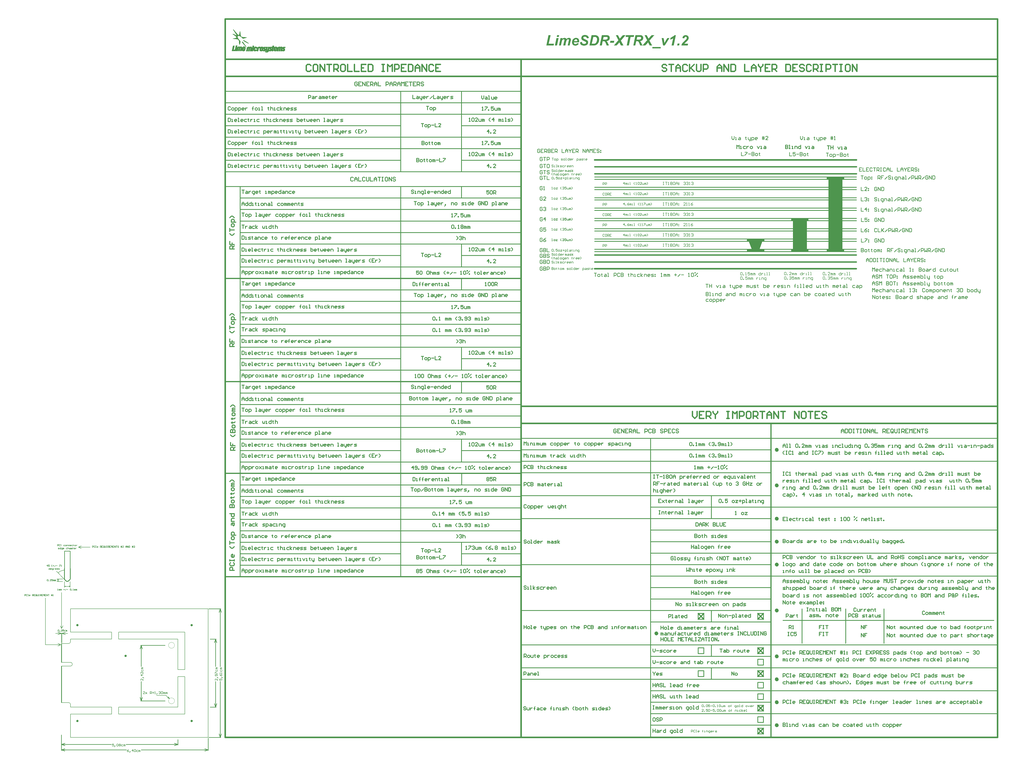
<source format=gm1>
G04*
G04 #@! TF.GenerationSoftware,Altium Limited,Altium Designer,19.1.6 (110)*
G04*
G04 Layer_Color=16711935*
%FSLAX44Y44*%
%MOMM*%
G71*
G01*
G75*
%ADD10C,0.2540*%
%ADD11C,0.3000*%
%ADD12C,0.2000*%
%ADD13C,0.1500*%
%ADD14C,0.2500*%
%ADD15C,0.1000*%
%ADD129C,0.3500*%
%ADD130C,0.4000*%
%ADD131C,0.6000*%
%ADD136C,0.5000*%
%ADD138C,0.7000*%
%ADD143C,1.0000*%
%ADD203C,0.0254*%
%ADD204C,0.0260*%
%ADD205C,0.1524*%
G36*
X-40000Y20001D02*
X-37500Y20001D01*
X-37500Y179000D01*
X-40000Y179000D01*
X-40000Y20001D01*
D02*
G37*
G36*
X-40000Y195000D02*
X-37500Y195000D01*
Y277000D01*
X-40000Y277000D01*
X-40000Y195000D01*
D02*
G37*
G36*
X3025625Y2030200D02*
X3017625D01*
X3004500Y1995200D01*
X3025500D01*
Y1985450D01*
X2949750D01*
Y1995200D01*
X2970750D01*
X2957625Y2030200D01*
X2949875D01*
Y2039950D01*
X3025625D01*
Y2030200D01*
D02*
G37*
G36*
X3218375Y2120250D02*
X3210875D01*
Y1995000D01*
X3218375D01*
Y1985250D01*
X3142625D01*
Y1995000D01*
X3150125D01*
Y2120250D01*
X3142625D01*
Y2130000D01*
X3218375D01*
Y2120250D01*
D02*
G37*
G36*
X3373625Y2300000D02*
X3366125D01*
Y1994750D01*
X3373625D01*
Y1985000D01*
X3297875D01*
Y1994750D01*
X3305375D01*
Y2300000D01*
X3297875D01*
Y2309750D01*
X3373625D01*
Y2300000D01*
D02*
G37*
G36*
X2129161Y2920116D02*
X2120413D01*
X2122032Y2928033D01*
X2130823D01*
X2129161Y2920116D01*
D02*
G37*
G36*
X2244194Y2928776D02*
X2244763D01*
X2245419Y2928689D01*
X2246206Y2928645D01*
X2247037Y2928513D01*
X2247956Y2928339D01*
X2248918Y2928164D01*
X2249924Y2927901D01*
X2250930Y2927595D01*
X2251980Y2927245D01*
X2252942Y2926808D01*
X2253948Y2926327D01*
X2254866Y2925758D01*
X2255697Y2925102D01*
X2255741Y2925058D01*
X2255872Y2924927D01*
X2256091Y2924708D01*
X2256397Y2924446D01*
X2256703Y2924052D01*
X2257097Y2923615D01*
X2257491Y2923090D01*
X2257928Y2922478D01*
X2258365Y2921822D01*
X2258759Y2921078D01*
X2259153Y2920247D01*
X2259546Y2919372D01*
X2259852Y2918454D01*
X2260115Y2917448D01*
X2260334Y2916398D01*
X2260465Y2915261D01*
X2251630Y2914867D01*
Y2914911D01*
Y2914998D01*
X2251586Y2915173D01*
X2251542Y2915392D01*
X2251498Y2915654D01*
X2251411Y2915961D01*
X2251192Y2916660D01*
X2250886Y2917448D01*
X2250492Y2918279D01*
X2249968Y2919066D01*
X2249268Y2919766D01*
X2249180Y2919853D01*
X2249049Y2919941D01*
X2248918Y2920028D01*
X2248699Y2920160D01*
X2248437Y2920334D01*
X2248130Y2920466D01*
X2247781Y2920641D01*
X2247387Y2920816D01*
X2246993Y2920947D01*
X2246512Y2921122D01*
X2245987Y2921253D01*
X2245375Y2921341D01*
X2244763Y2921428D01*
X2244107Y2921516D01*
X2242794D01*
X2242444Y2921472D01*
X2242095Y2921428D01*
X2241263Y2921341D01*
X2240389Y2921165D01*
X2239470Y2920947D01*
X2238639Y2920597D01*
X2238289Y2920378D01*
X2237939Y2920160D01*
X2237852Y2920116D01*
X2237677Y2919897D01*
X2237415Y2919635D01*
X2237152Y2919241D01*
X2236846Y2918716D01*
X2236584Y2918148D01*
X2236409Y2917491D01*
X2236321Y2916748D01*
Y2916660D01*
X2236365Y2916442D01*
X2236409Y2916092D01*
X2236496Y2915611D01*
X2236671Y2915130D01*
X2236933Y2914605D01*
X2237327Y2914036D01*
X2237808Y2913555D01*
X2237896Y2913511D01*
X2237983Y2913424D01*
X2238114Y2913336D01*
X2238289Y2913205D01*
X2238552Y2913030D01*
X2238858Y2912855D01*
X2239208Y2912636D01*
X2239601Y2912418D01*
X2240083Y2912155D01*
X2240607Y2911849D01*
X2241220Y2911543D01*
X2241920Y2911193D01*
X2242663Y2910843D01*
X2243494Y2910450D01*
X2244413Y2910056D01*
X2244456D01*
X2244500Y2910012D01*
X2244763Y2909925D01*
X2245156Y2909750D01*
X2245637Y2909487D01*
X2246293Y2909225D01*
X2246993Y2908875D01*
X2247737Y2908525D01*
X2248568Y2908131D01*
X2250230Y2907256D01*
X2251061Y2906819D01*
X2251848Y2906382D01*
X2252592Y2905901D01*
X2253248Y2905463D01*
X2253817Y2905026D01*
X2254298Y2904632D01*
X2254341Y2904589D01*
X2254429Y2904501D01*
X2254604Y2904326D01*
X2254779Y2904064D01*
X2255041Y2903758D01*
X2255304Y2903408D01*
X2255566Y2902970D01*
X2255872Y2902489D01*
X2256178Y2901964D01*
X2256441Y2901352D01*
X2256703Y2900739D01*
X2256966Y2900040D01*
X2257141Y2899252D01*
X2257316Y2898465D01*
X2257403Y2897634D01*
X2257447Y2896759D01*
Y2896672D01*
Y2896497D01*
X2257403Y2896191D01*
X2257359Y2895753D01*
X2257316Y2895272D01*
X2257184Y2894660D01*
X2257053Y2894004D01*
X2256878Y2893304D01*
X2256616Y2892516D01*
X2256310Y2891685D01*
X2255916Y2890854D01*
X2255435Y2890023D01*
X2254910Y2889149D01*
X2254298Y2888318D01*
X2253554Y2887443D01*
X2252723Y2886656D01*
X2252679Y2886612D01*
X2252504Y2886481D01*
X2252242Y2886262D01*
X2251848Y2885999D01*
X2251367Y2885693D01*
X2250799Y2885343D01*
X2250143Y2884950D01*
X2249355Y2884556D01*
X2248480Y2884163D01*
X2247474Y2883769D01*
X2246425Y2883419D01*
X2245244Y2883113D01*
X2243975Y2882850D01*
X2242663Y2882632D01*
X2241220Y2882500D01*
X2239689Y2882457D01*
X2239120D01*
X2238727Y2882500D01*
X2238202D01*
X2237633Y2882544D01*
X2236977Y2882632D01*
X2236277Y2882719D01*
X2235490Y2882807D01*
X2234703Y2882938D01*
X2233041Y2883288D01*
X2231335Y2883769D01*
X2230504Y2884031D01*
X2229673Y2884381D01*
X2229629Y2884425D01*
X2229498Y2884469D01*
X2229279Y2884600D01*
X2228973Y2884731D01*
X2228623Y2884950D01*
X2228229Y2885168D01*
X2227355Y2885781D01*
X2226349Y2886524D01*
X2225343Y2887443D01*
X2224424Y2888536D01*
X2224030Y2889149D01*
X2223681Y2889761D01*
Y2889805D01*
X2223593Y2889936D01*
X2223506Y2890111D01*
X2223418Y2890374D01*
X2223287Y2890680D01*
X2223156Y2891073D01*
X2222981Y2891554D01*
X2222849Y2892036D01*
X2222675Y2892604D01*
X2222543Y2893216D01*
X2222412Y2893872D01*
X2222281Y2894572D01*
X2222150Y2896103D01*
X2222106Y2897722D01*
X2230897Y2898203D01*
Y2898159D01*
Y2898028D01*
X2230941Y2897809D01*
Y2897547D01*
X2230985Y2897197D01*
X2231029Y2896803D01*
X2231160Y2895928D01*
X2231335Y2894966D01*
X2231553Y2894048D01*
X2231903Y2893173D01*
X2232078Y2892823D01*
X2232297Y2892516D01*
X2232341Y2892473D01*
X2232385Y2892429D01*
X2232516Y2892298D01*
X2232691Y2892167D01*
X2232953Y2891992D01*
X2233216Y2891773D01*
X2233566Y2891554D01*
X2234003Y2891335D01*
X2234484Y2891117D01*
X2235009Y2890898D01*
X2235621Y2890723D01*
X2236321Y2890504D01*
X2237065Y2890374D01*
X2237896Y2890242D01*
X2238814Y2890198D01*
X2239776Y2890155D01*
X2240214D01*
X2240520Y2890198D01*
X2240870D01*
X2241307Y2890242D01*
X2241788Y2890286D01*
X2242269Y2890374D01*
X2243363Y2890548D01*
X2244413Y2890854D01*
X2245419Y2891248D01*
X2245900Y2891511D01*
X2246293Y2891773D01*
X2246337D01*
X2246381Y2891860D01*
X2246600Y2892079D01*
X2246950Y2892385D01*
X2247343Y2892867D01*
X2247693Y2893435D01*
X2248043Y2894091D01*
X2248262Y2894835D01*
X2248349Y2895228D01*
Y2895666D01*
Y2895710D01*
Y2895753D01*
X2248306Y2896016D01*
X2248262Y2896366D01*
X2248130Y2896847D01*
X2247956Y2897372D01*
X2247649Y2897940D01*
X2247256Y2898509D01*
X2246687Y2899034D01*
X2246643Y2899077D01*
X2246556Y2899121D01*
X2246425Y2899209D01*
X2246250Y2899340D01*
X2246031Y2899471D01*
X2245769Y2899646D01*
X2245462Y2899821D01*
X2245069Y2900040D01*
X2244588Y2900258D01*
X2244063Y2900565D01*
X2243494Y2900827D01*
X2242794Y2901177D01*
X2242051Y2901527D01*
X2241176Y2901920D01*
X2240258Y2902314D01*
X2240214Y2902358D01*
X2240039Y2902402D01*
X2239776Y2902533D01*
X2239427Y2902708D01*
X2238989Y2902883D01*
X2238464Y2903102D01*
X2237939Y2903364D01*
X2237371Y2903626D01*
X2236102Y2904239D01*
X2234834Y2904851D01*
X2233653Y2905507D01*
X2233128Y2905769D01*
X2232647Y2906076D01*
X2232603D01*
X2232560Y2906163D01*
X2232428Y2906251D01*
X2232253Y2906338D01*
X2231816Y2906688D01*
X2231291Y2907126D01*
X2230679Y2907694D01*
X2230066Y2908394D01*
X2229454Y2909137D01*
X2228885Y2910012D01*
Y2910056D01*
X2228842Y2910143D01*
X2228754Y2910274D01*
X2228667Y2910450D01*
X2228579Y2910668D01*
X2228448Y2910930D01*
X2228229Y2911630D01*
X2227967Y2912462D01*
X2227748Y2913424D01*
X2227573Y2914474D01*
X2227530Y2915654D01*
Y2915742D01*
Y2915917D01*
X2227573Y2916223D01*
Y2916617D01*
X2227661Y2917098D01*
X2227748Y2917666D01*
X2227879Y2918279D01*
X2228054Y2918979D01*
X2228273Y2919678D01*
X2228535Y2920466D01*
X2228842Y2921253D01*
X2229235Y2922040D01*
X2229716Y2922827D01*
X2230241Y2923571D01*
X2230897Y2924359D01*
X2231597Y2925058D01*
X2231641Y2925102D01*
X2231772Y2925233D01*
X2232035Y2925408D01*
X2232341Y2925627D01*
X2232778Y2925933D01*
X2233303Y2926239D01*
X2233915Y2926589D01*
X2234615Y2926939D01*
X2235403Y2927289D01*
X2236321Y2927639D01*
X2237283Y2927945D01*
X2238333Y2928251D01*
X2239470Y2928470D01*
X2240739Y2928645D01*
X2242051Y2928776D01*
X2243450Y2928820D01*
X2243800D01*
X2244194Y2928776D01*
D02*
G37*
G36*
X2525041Y2904457D02*
X2536063Y2883200D01*
X2525653D01*
X2522198Y2889717D01*
X2522154Y2889761D01*
X2522067Y2889936D01*
X2521935Y2890198D01*
X2521761Y2890548D01*
X2521542Y2890986D01*
X2521323Y2891467D01*
X2521061Y2891992D01*
X2520755Y2892560D01*
X2520142Y2893785D01*
X2519574Y2895010D01*
X2519311Y2895578D01*
X2519049Y2896147D01*
X2518830Y2896672D01*
X2518655Y2897109D01*
X2518611Y2897022D01*
X2518524Y2896934D01*
X2518393Y2896759D01*
X2518218Y2896541D01*
X2518043Y2896278D01*
X2517780Y2895972D01*
X2517474Y2895578D01*
X2517080Y2895141D01*
X2516643Y2894616D01*
X2516162Y2894004D01*
X2515593Y2893348D01*
X2514981Y2892648D01*
X2514281Y2891817D01*
X2513494Y2890898D01*
X2512619Y2889936D01*
X2506496Y2883200D01*
X2494555D01*
X2514325Y2905769D01*
X2503215Y2928033D01*
X2512794D01*
X2517212Y2919810D01*
Y2919766D01*
X2517299Y2919635D01*
X2517343Y2919547D01*
X2517430Y2919372D01*
X2517518Y2919154D01*
X2517693Y2918891D01*
X2517824Y2918541D01*
X2518043Y2918148D01*
X2518305Y2917623D01*
X2518568Y2917054D01*
X2518917Y2916398D01*
X2519311Y2915611D01*
X2519749Y2914736D01*
X2520230Y2913730D01*
X2520273Y2913686D01*
X2520361Y2913511D01*
X2520492Y2913249D01*
X2520623Y2912943D01*
X2520667Y2912986D01*
X2520798Y2913161D01*
X2520973Y2913380D01*
X2521236Y2913686D01*
X2521542Y2914080D01*
X2521935Y2914517D01*
X2522329Y2914998D01*
X2522810Y2915523D01*
X2523772Y2916660D01*
X2524822Y2917885D01*
X2525872Y2919110D01*
X2526834Y2920203D01*
X2533832Y2928033D01*
X2545554D01*
X2525041Y2904457D01*
D02*
G37*
G36*
X2399773Y2904457D02*
X2410795Y2883200D01*
X2400385D01*
X2396930Y2889717D01*
X2396886Y2889761D01*
X2396799Y2889936D01*
X2396667Y2890198D01*
X2396492Y2890548D01*
X2396274Y2890986D01*
X2396055Y2891467D01*
X2395793Y2891992D01*
X2395486Y2892560D01*
X2394874Y2893785D01*
X2394306Y2895010D01*
X2394043Y2895578D01*
X2393781Y2896147D01*
X2393562Y2896672D01*
X2393387Y2897109D01*
X2393343Y2897022D01*
X2393256Y2896934D01*
X2393125Y2896759D01*
X2392950Y2896541D01*
X2392775Y2896278D01*
X2392512Y2895972D01*
X2392206Y2895578D01*
X2391812Y2895141D01*
X2391375Y2894616D01*
X2390894Y2894004D01*
X2390325Y2893348D01*
X2389713Y2892648D01*
X2389013Y2891817D01*
X2388226Y2890898D01*
X2387351Y2889936D01*
X2381228Y2883200D01*
X2369287D01*
X2389057Y2905769D01*
X2377947Y2928033D01*
X2387526D01*
X2391944Y2919810D01*
Y2919766D01*
X2392031Y2919635D01*
X2392075Y2919547D01*
X2392162Y2919372D01*
X2392250Y2919153D01*
X2392425Y2918891D01*
X2392556Y2918541D01*
X2392775Y2918148D01*
X2393037Y2917623D01*
X2393300Y2917054D01*
X2393649Y2916398D01*
X2394043Y2915611D01*
X2394481Y2914736D01*
X2394962Y2913730D01*
X2395005Y2913686D01*
X2395093Y2913511D01*
X2395224Y2913249D01*
X2395355Y2912943D01*
X2395399Y2912986D01*
X2395530Y2913161D01*
X2395705Y2913380D01*
X2395968Y2913686D01*
X2396274Y2914080D01*
X2396667Y2914517D01*
X2397061Y2914998D01*
X2397542Y2915523D01*
X2398504Y2916660D01*
X2399554Y2917885D01*
X2400604Y2919110D01*
X2401566Y2920203D01*
X2408564Y2928033D01*
X2420286D01*
X2399773Y2904457D01*
D02*
G37*
G36*
X2174606Y2916398D02*
X2174912D01*
X2175305Y2916354D01*
X2176180Y2916179D01*
X2177142Y2915917D01*
X2178148Y2915567D01*
X2179154Y2915042D01*
X2179592Y2914692D01*
X2180029Y2914342D01*
X2180073Y2914298D01*
X2180117Y2914255D01*
X2180248Y2914124D01*
X2180379Y2913949D01*
X2180554Y2913730D01*
X2180729Y2913511D01*
X2181123Y2912855D01*
X2181516Y2912068D01*
X2181866Y2911106D01*
X2182129Y2910012D01*
X2182172Y2909400D01*
X2182216Y2908788D01*
Y2908700D01*
Y2908481D01*
X2182172Y2908263D01*
Y2908044D01*
X2182129Y2907781D01*
X2182085Y2907432D01*
X2182041Y2907082D01*
X2181954Y2906644D01*
X2181910Y2906163D01*
X2181823Y2905638D01*
X2181691Y2905070D01*
X2181604Y2904457D01*
X2181473Y2903758D01*
X2181298Y2903014D01*
X2177055Y2883200D01*
X2168307D01*
X2172506Y2903014D01*
Y2903058D01*
X2172550Y2903189D01*
X2172594Y2903364D01*
X2172637Y2903582D01*
X2172681Y2903889D01*
X2172769Y2904239D01*
X2172900Y2904938D01*
X2173031Y2905682D01*
X2173162Y2906338D01*
X2173206Y2906644D01*
X2173250Y2906907D01*
X2173293Y2907082D01*
Y2907213D01*
Y2907256D01*
Y2907432D01*
X2173250Y2907694D01*
X2173206Y2908000D01*
X2173075Y2908350D01*
X2172944Y2908700D01*
X2172725Y2909050D01*
X2172462Y2909356D01*
X2172419Y2909400D01*
X2172331Y2909487D01*
X2172112Y2909619D01*
X2171850Y2909793D01*
X2171500Y2909925D01*
X2171107Y2910056D01*
X2170582Y2910143D01*
X2170013Y2910187D01*
X2169707D01*
X2169444Y2910143D01*
X2169182Y2910099D01*
X2168832Y2910012D01*
X2168045Y2909750D01*
X2167607Y2909575D01*
X2167126Y2909356D01*
X2166645Y2909050D01*
X2166164Y2908700D01*
X2165639Y2908306D01*
X2165158Y2907825D01*
X2164633Y2907300D01*
X2164152Y2906688D01*
Y2906644D01*
X2164065Y2906557D01*
X2163977Y2906425D01*
X2163846Y2906207D01*
X2163671Y2905945D01*
X2163496Y2905594D01*
X2163277Y2905157D01*
X2163015Y2904676D01*
X2162796Y2904107D01*
X2162534Y2903451D01*
X2162227Y2902751D01*
X2161965Y2901964D01*
X2161703Y2901046D01*
X2161440Y2900083D01*
X2161178Y2899034D01*
X2160915Y2897896D01*
X2157854Y2883200D01*
X2149106D01*
X2153174Y2902839D01*
Y2902883D01*
X2153217Y2902970D01*
X2153261Y2903145D01*
X2153305Y2903364D01*
X2153349Y2903670D01*
X2153392Y2903976D01*
X2153524Y2904632D01*
X2153655Y2905376D01*
X2153786Y2906119D01*
X2153830Y2906732D01*
X2153873Y2906994D01*
Y2907213D01*
Y2907256D01*
Y2907432D01*
X2153830Y2907694D01*
X2153786Y2907957D01*
X2153655Y2908306D01*
X2153524Y2908656D01*
X2153305Y2909006D01*
X2152999Y2909356D01*
X2152955Y2909400D01*
X2152824Y2909487D01*
X2152649Y2909619D01*
X2152386Y2909793D01*
X2152036Y2909925D01*
X2151599Y2910056D01*
X2151118Y2910143D01*
X2150593Y2910187D01*
X2150331D01*
X2150068Y2910143D01*
X2149675Y2910099D01*
X2149237Y2909968D01*
X2148712Y2909837D01*
X2148187Y2909619D01*
X2147619Y2909312D01*
X2147531Y2909268D01*
X2147356Y2909137D01*
X2147094Y2908962D01*
X2146700Y2908700D01*
X2146307Y2908350D01*
X2145869Y2907957D01*
X2145388Y2907475D01*
X2144951Y2906950D01*
X2144907Y2906863D01*
X2144776Y2906688D01*
X2144557Y2906338D01*
X2144295Y2905901D01*
X2143988Y2905376D01*
X2143638Y2904720D01*
X2143289Y2903932D01*
X2142982Y2903102D01*
Y2903058D01*
X2142895Y2902883D01*
X2142807Y2902533D01*
X2142764Y2902314D01*
X2142676Y2902052D01*
X2142589Y2901746D01*
X2142501Y2901396D01*
X2142414Y2901002D01*
X2142283Y2900521D01*
X2142195Y2900040D01*
X2142064Y2899427D01*
X2141889Y2898815D01*
X2141758Y2898115D01*
X2138652Y2883200D01*
X2129905D01*
X2136684Y2915698D01*
X2144907D01*
X2144120Y2911718D01*
X2144163Y2911761D01*
X2144338Y2911937D01*
X2144601Y2912155D01*
X2144951Y2912462D01*
X2145388Y2912811D01*
X2145957Y2913205D01*
X2146525Y2913642D01*
X2147225Y2914080D01*
X2147969Y2914517D01*
X2148756Y2914955D01*
X2149587Y2915348D01*
X2150462Y2915698D01*
X2151380Y2916004D01*
X2152343Y2916223D01*
X2153305Y2916398D01*
X2154311Y2916442D01*
X2154661D01*
X2154923Y2916398D01*
X2155229D01*
X2155579Y2916354D01*
X2156410Y2916267D01*
X2157285Y2916048D01*
X2158247Y2915786D01*
X2159166Y2915436D01*
X2159953Y2914911D01*
X2159997D01*
X2160041Y2914823D01*
X2160259Y2914648D01*
X2160609Y2914298D01*
X2161047Y2913817D01*
X2161484Y2913205D01*
X2161878Y2912462D01*
X2162271Y2911630D01*
X2162534Y2910668D01*
Y2910712D01*
X2162621Y2910799D01*
X2162709Y2910887D01*
X2162840Y2911062D01*
X2163233Y2911543D01*
X2163802Y2912112D01*
X2164458Y2912768D01*
X2165289Y2913424D01*
X2166295Y2914124D01*
X2167389Y2914780D01*
X2167432D01*
X2167520Y2914867D01*
X2167695Y2914955D01*
X2167957Y2915042D01*
X2168220Y2915173D01*
X2168570Y2915305D01*
X2168963Y2915436D01*
X2169401Y2915611D01*
X2170363Y2915917D01*
X2171500Y2916179D01*
X2172681Y2916354D01*
X2173949Y2916442D01*
X2174343D01*
X2174606Y2916398D01*
D02*
G37*
G36*
X2369768Y2895141D02*
X2352754D01*
X2354547Y2903626D01*
X2371561D01*
X2369768Y2895141D01*
D02*
G37*
G36*
X2591786Y2883200D02*
X2584219D01*
X2577746Y2915698D01*
X2586363Y2915698D01*
X2588637Y2901483D01*
Y2901440D01*
X2588681Y2901221D01*
X2588725Y2900958D01*
X2588768Y2900565D01*
X2588856Y2900084D01*
X2588943Y2899559D01*
X2589031Y2898990D01*
X2589118Y2898378D01*
X2589337Y2897109D01*
X2589512Y2895841D01*
X2589599Y2895272D01*
X2589643Y2894747D01*
X2589731Y2894266D01*
X2589774Y2893873D01*
Y2893916D01*
X2589862Y2894004D01*
X2589949Y2894222D01*
X2590168Y2894529D01*
X2590299Y2894747D01*
X2590430Y2895053D01*
X2590605Y2895360D01*
X2590824Y2895710D01*
X2591043Y2896147D01*
X2591305Y2896628D01*
X2591611Y2897153D01*
X2591917Y2897765D01*
X2591961Y2897809D01*
X2592005Y2897896D01*
X2592093Y2898072D01*
X2592224Y2898334D01*
X2592355Y2898596D01*
X2592530Y2898903D01*
X2592924Y2899602D01*
X2593317Y2900302D01*
X2593667Y2901002D01*
X2593842Y2901308D01*
X2593973Y2901571D01*
X2594104Y2901789D01*
X2594192Y2901964D01*
X2602284Y2915698D01*
X2611775D01*
X2591786Y2883200D01*
D02*
G37*
G36*
X2683463Y2928207D02*
X2683988Y2928164D01*
X2684600Y2928076D01*
X2685256Y2927945D01*
X2686000Y2927814D01*
X2686743Y2927639D01*
X2687574Y2927420D01*
X2688405Y2927158D01*
X2689193Y2926808D01*
X2690023Y2926414D01*
X2690811Y2925977D01*
X2691555Y2925452D01*
X2692254Y2924839D01*
X2692298Y2924796D01*
X2692429Y2924665D01*
X2692604Y2924490D01*
X2692823Y2924227D01*
X2693085Y2923877D01*
X2693391Y2923484D01*
X2693698Y2923003D01*
X2694048Y2922478D01*
X2694398Y2921866D01*
X2694704Y2921209D01*
X2695010Y2920510D01*
X2695272Y2919766D01*
X2695491Y2918935D01*
X2695710Y2918060D01*
X2695797Y2917142D01*
X2695841Y2916180D01*
Y2916136D01*
Y2916048D01*
Y2915917D01*
Y2915742D01*
X2695797Y2915479D01*
Y2915217D01*
X2695710Y2914517D01*
X2695579Y2913730D01*
X2695360Y2912812D01*
X2695097Y2911849D01*
X2694704Y2910843D01*
Y2910800D01*
X2694660Y2910712D01*
X2694572Y2910581D01*
X2694485Y2910362D01*
X2694354Y2910143D01*
X2694223Y2909837D01*
X2693829Y2909137D01*
X2693348Y2908306D01*
X2692735Y2907344D01*
X2691992Y2906338D01*
X2691117Y2905245D01*
Y2905201D01*
X2691030Y2905157D01*
X2690942Y2905026D01*
X2690767Y2904851D01*
X2690592Y2904632D01*
X2690330Y2904370D01*
X2690023Y2904064D01*
X2689717Y2903714D01*
X2689324Y2903320D01*
X2688886Y2902883D01*
X2688405Y2902402D01*
X2687880Y2901877D01*
X2687268Y2901308D01*
X2686656Y2900696D01*
X2685956Y2900040D01*
X2685212Y2899340D01*
X2685168Y2899296D01*
X2685038Y2899165D01*
X2684819Y2898990D01*
X2684556Y2898728D01*
X2684250Y2898421D01*
X2683857Y2898072D01*
X2683026Y2897284D01*
X2682107Y2896409D01*
X2681188Y2895535D01*
X2680401Y2894747D01*
X2680095Y2894441D01*
X2679789Y2894135D01*
X2679745Y2894091D01*
X2679570Y2893873D01*
X2679308Y2893610D01*
X2679001Y2893260D01*
X2678608Y2892823D01*
X2678170Y2892298D01*
X2677296Y2891205D01*
X2692779D01*
X2691117Y2883200D01*
X2663912D01*
Y2883244D01*
Y2883332D01*
X2663955Y2883506D01*
X2663999Y2883769D01*
X2664043Y2884075D01*
X2664130Y2884381D01*
X2664218Y2884775D01*
X2664305Y2885212D01*
X2664524Y2886175D01*
X2664874Y2887224D01*
X2665268Y2888318D01*
X2665792Y2889455D01*
Y2889499D01*
X2665880Y2889586D01*
X2665967Y2889761D01*
X2666055Y2889980D01*
X2666230Y2890242D01*
X2666405Y2890548D01*
X2666842Y2891292D01*
X2667411Y2892123D01*
X2668067Y2893085D01*
X2668766Y2894048D01*
X2669597Y2895010D01*
X2669641Y2895053D01*
X2669729Y2895141D01*
X2669860Y2895272D01*
X2670035Y2895491D01*
X2670298Y2895797D01*
X2670647Y2896147D01*
X2671041Y2896541D01*
X2671478Y2897022D01*
X2672003Y2897547D01*
X2672616Y2898159D01*
X2673315Y2898859D01*
X2674059Y2899602D01*
X2674890Y2900433D01*
X2675808Y2901308D01*
X2676815Y2902271D01*
X2677908Y2903320D01*
X2677952Y2903364D01*
X2678127Y2903495D01*
X2678345Y2903714D01*
X2678651Y2904020D01*
X2679001Y2904370D01*
X2679395Y2904763D01*
X2680314Y2905682D01*
X2681276Y2906644D01*
X2682195Y2907563D01*
X2682632Y2908000D01*
X2683026Y2908394D01*
X2683332Y2908744D01*
X2683594Y2909006D01*
X2683638Y2909050D01*
X2683682Y2909094D01*
X2683813Y2909225D01*
X2683944Y2909400D01*
X2684294Y2909837D01*
X2684775Y2910406D01*
X2685256Y2911062D01*
X2685737Y2911718D01*
X2686175Y2912462D01*
X2686524Y2913118D01*
X2686568Y2913205D01*
X2686656Y2913424D01*
X2686787Y2913730D01*
X2686962Y2914167D01*
X2687093Y2914648D01*
X2687224Y2915173D01*
X2687312Y2915742D01*
X2687356Y2916267D01*
Y2916311D01*
Y2916354D01*
Y2916486D01*
Y2916660D01*
X2687268Y2917054D01*
X2687180Y2917579D01*
X2687006Y2918148D01*
X2686787Y2918760D01*
X2686437Y2919372D01*
X2686000Y2919941D01*
X2685956Y2919985D01*
X2685781Y2920160D01*
X2685475Y2920378D01*
X2685081Y2920685D01*
X2684600Y2920947D01*
X2684031Y2921165D01*
X2683375Y2921341D01*
X2682632Y2921384D01*
X2682544D01*
X2682282Y2921341D01*
X2681888Y2921297D01*
X2681407Y2921209D01*
X2680795Y2920991D01*
X2680182Y2920728D01*
X2679570Y2920334D01*
X2678958Y2919810D01*
X2678870Y2919722D01*
X2678695Y2919503D01*
X2678564Y2919329D01*
X2678433Y2919110D01*
X2678258Y2918847D01*
X2678083Y2918498D01*
X2677908Y2918148D01*
X2677733Y2917710D01*
X2677514Y2917273D01*
X2677339Y2916748D01*
X2677164Y2916180D01*
X2676946Y2915567D01*
X2676815Y2914867D01*
X2676640Y2914124D01*
X2668067Y2915392D01*
Y2915479D01*
X2668110Y2915655D01*
X2668198Y2916004D01*
X2668286Y2916398D01*
X2668417Y2916923D01*
X2668592Y2917535D01*
X2668810Y2918191D01*
X2669029Y2918935D01*
X2669335Y2919679D01*
X2669685Y2920466D01*
X2670079Y2921253D01*
X2670516Y2922040D01*
X2671041Y2922828D01*
X2671566Y2923571D01*
X2672178Y2924271D01*
X2672878Y2924927D01*
X2672922Y2924971D01*
X2673053Y2925058D01*
X2673272Y2925233D01*
X2673578Y2925452D01*
X2673928Y2925714D01*
X2674365Y2925977D01*
X2674890Y2926283D01*
X2675502Y2926589D01*
X2676158Y2926895D01*
X2676858Y2927202D01*
X2677646Y2927464D01*
X2678520Y2927726D01*
X2679395Y2927945D01*
X2680357Y2928120D01*
X2681363Y2928207D01*
X2682413Y2928251D01*
X2683026D01*
X2683463Y2928207D01*
D02*
G37*
G36*
X2654114Y2883200D02*
X2645410D01*
X2647203Y2891685D01*
X2655907D01*
X2654114Y2883200D01*
D02*
G37*
G36*
X2630408D02*
X2621572D01*
X2628046Y2914211D01*
X2628002D01*
X2627914Y2914124D01*
X2627783Y2914036D01*
X2627565Y2913905D01*
X2627302Y2913774D01*
X2626996Y2913599D01*
X2626646Y2913380D01*
X2626209Y2913161D01*
X2625290Y2912636D01*
X2624197Y2912112D01*
X2623016Y2911543D01*
X2621703Y2910974D01*
X2621660D01*
X2621529Y2910931D01*
X2621354Y2910843D01*
X2621091Y2910756D01*
X2620785Y2910624D01*
X2620435Y2910493D01*
X2619998Y2910318D01*
X2619561Y2910143D01*
X2618554Y2909837D01*
X2617505Y2909487D01*
X2616411Y2909181D01*
X2615318Y2908919D01*
X2616980Y2916748D01*
X2617024D01*
X2617111Y2916792D01*
X2617286Y2916879D01*
X2617461Y2916967D01*
X2617767Y2917098D01*
X2618073Y2917229D01*
X2618423Y2917404D01*
X2618860Y2917623D01*
X2619779Y2918104D01*
X2620872Y2918672D01*
X2622097Y2919329D01*
X2623409Y2920028D01*
X2624809Y2920859D01*
X2626252Y2921734D01*
X2627696Y2922697D01*
X2629139Y2923702D01*
X2630583Y2924796D01*
X2631982Y2925889D01*
X2633294Y2927070D01*
X2634519Y2928295D01*
X2639811D01*
X2630408Y2883200D01*
D02*
G37*
G36*
X2484539Y2927989D02*
X2485020D01*
X2485589Y2927945D01*
X2486201Y2927901D01*
X2487469Y2927770D01*
X2488781Y2927551D01*
X2490094Y2927289D01*
X2490662Y2927114D01*
X2491231Y2926939D01*
X2491275D01*
X2491362Y2926895D01*
X2491493Y2926808D01*
X2491712Y2926720D01*
X2491974Y2926633D01*
X2492237Y2926458D01*
X2492893Y2926064D01*
X2493636Y2925540D01*
X2494424Y2924883D01*
X2495167Y2924052D01*
X2495867Y2923090D01*
Y2923046D01*
X2495955Y2922959D01*
X2496042Y2922827D01*
X2496129Y2922609D01*
X2496304Y2922303D01*
X2496436Y2921996D01*
X2496611Y2921603D01*
X2496786Y2921209D01*
X2496917Y2920728D01*
X2497092Y2920203D01*
X2497398Y2919023D01*
X2497573Y2917710D01*
X2497660Y2916267D01*
Y2916223D01*
Y2916004D01*
Y2915698D01*
X2497617Y2915305D01*
X2497573Y2914823D01*
X2497485Y2914255D01*
X2497354Y2913643D01*
X2497223Y2912943D01*
X2497048Y2912199D01*
X2496829Y2911455D01*
X2496523Y2910668D01*
X2496217Y2909881D01*
X2495823Y2909094D01*
X2495342Y2908306D01*
X2494817Y2907519D01*
X2494205Y2906819D01*
X2494161Y2906776D01*
X2494030Y2906644D01*
X2493855Y2906469D01*
X2493549Y2906207D01*
X2493199Y2905945D01*
X2492762Y2905594D01*
X2492237Y2905245D01*
X2491624Y2904851D01*
X2490925Y2904457D01*
X2490181Y2904064D01*
X2489306Y2903670D01*
X2488388Y2903320D01*
X2487382Y2902970D01*
X2486288Y2902664D01*
X2485107Y2902445D01*
X2483839Y2902227D01*
X2483926Y2902139D01*
X2484145Y2901920D01*
X2484495Y2901571D01*
X2484932Y2901133D01*
X2485457Y2900521D01*
X2485982Y2899777D01*
X2486595Y2898946D01*
X2487163Y2898028D01*
X2487207Y2897984D01*
X2487294Y2897765D01*
X2487469Y2897503D01*
X2487688Y2897065D01*
X2487994Y2896541D01*
X2488344Y2895884D01*
X2488738Y2895097D01*
X2489175Y2894222D01*
X2489700Y2893217D01*
X2490225Y2892123D01*
X2490793Y2890898D01*
X2491406Y2889543D01*
X2492018Y2888143D01*
X2492674Y2886568D01*
X2493374Y2884950D01*
X2494074Y2883200D01*
X2484145D01*
Y2883244D01*
X2484101Y2883375D01*
X2484014Y2883594D01*
X2483883Y2883900D01*
X2483751Y2884337D01*
X2483577Y2884819D01*
X2483358Y2885387D01*
X2483095Y2886087D01*
X2482789Y2886874D01*
X2482483Y2887749D01*
X2482089Y2888712D01*
X2481652Y2889761D01*
X2481171Y2890942D01*
X2480646Y2892210D01*
X2480077Y2893566D01*
X2479465Y2895010D01*
Y2895053D01*
X2479378Y2895185D01*
X2479290Y2895403D01*
X2479115Y2895710D01*
X2478940Y2896060D01*
X2478765Y2896453D01*
X2478240Y2897372D01*
X2477628Y2898378D01*
X2476928Y2899340D01*
X2476578Y2899777D01*
X2476185Y2900215D01*
X2475791Y2900565D01*
X2475397Y2900871D01*
X2475354Y2900915D01*
X2475135Y2901002D01*
X2474829Y2901177D01*
X2474348Y2901352D01*
X2473692Y2901483D01*
X2472948Y2901658D01*
X2471986Y2901746D01*
X2471417Y2901789D01*
X2467087D01*
X2463194Y2883200D01*
X2454009D01*
X2463369Y2928033D01*
X2484101D01*
X2484539Y2927989D01*
D02*
G37*
G36*
X2455846Y2920553D02*
X2442768D01*
X2434983Y2883200D01*
X2425797D01*
X2433583Y2920553D01*
X2420505D01*
X2422080Y2928033D01*
X2457421Y2928033D01*
X2455846Y2920553D01*
D02*
G37*
G36*
X2338407Y2927989D02*
X2338889D01*
X2339457Y2927945D01*
X2340069Y2927901D01*
X2341338Y2927770D01*
X2342650Y2927551D01*
X2343962Y2927289D01*
X2344531Y2927114D01*
X2345099Y2926939D01*
X2345143D01*
X2345231Y2926895D01*
X2345362Y2926808D01*
X2345581Y2926720D01*
X2345843Y2926633D01*
X2346105Y2926458D01*
X2346761Y2926064D01*
X2347505Y2925540D01*
X2348292Y2924883D01*
X2349036Y2924052D01*
X2349736Y2923090D01*
Y2923046D01*
X2349823Y2922959D01*
X2349911Y2922827D01*
X2349998Y2922609D01*
X2350173Y2922303D01*
X2350304Y2921996D01*
X2350479Y2921603D01*
X2350654Y2921209D01*
X2350786Y2920728D01*
X2350960Y2920203D01*
X2351267Y2919022D01*
X2351442Y2917710D01*
X2351529Y2916267D01*
Y2916223D01*
Y2916004D01*
Y2915698D01*
X2351485Y2915305D01*
X2351442Y2914823D01*
X2351354Y2914255D01*
X2351223Y2913643D01*
X2351092Y2912943D01*
X2350917Y2912199D01*
X2350698Y2911455D01*
X2350392Y2910668D01*
X2350086Y2909881D01*
X2349692Y2909094D01*
X2349211Y2908306D01*
X2348686Y2907519D01*
X2348074Y2906819D01*
X2348030Y2906776D01*
X2347899Y2906644D01*
X2347724Y2906469D01*
X2347418Y2906207D01*
X2347068Y2905945D01*
X2346630Y2905594D01*
X2346105Y2905245D01*
X2345493Y2904851D01*
X2344793Y2904457D01*
X2344050Y2904064D01*
X2343175Y2903670D01*
X2342256Y2903320D01*
X2341250Y2902970D01*
X2340157Y2902664D01*
X2338976Y2902445D01*
X2337708Y2902227D01*
X2337795Y2902139D01*
X2338014Y2901920D01*
X2338364Y2901570D01*
X2338801Y2901133D01*
X2339326Y2900521D01*
X2339851Y2899777D01*
X2340463Y2898946D01*
X2341032Y2898028D01*
X2341075Y2897984D01*
X2341163Y2897765D01*
X2341338Y2897503D01*
X2341557Y2897065D01*
X2341863Y2896541D01*
X2342213Y2895884D01*
X2342606Y2895097D01*
X2343044Y2894222D01*
X2343569Y2893216D01*
X2344093Y2892123D01*
X2344662Y2890898D01*
X2345274Y2889543D01*
X2345887Y2888143D01*
X2346543Y2886568D01*
X2347243Y2884950D01*
X2347943Y2883200D01*
X2338014D01*
Y2883244D01*
X2337970Y2883375D01*
X2337883Y2883594D01*
X2337751Y2883900D01*
X2337620Y2884337D01*
X2337445Y2884819D01*
X2337227Y2885387D01*
X2336964Y2886087D01*
X2336658Y2886874D01*
X2336352Y2887749D01*
X2335958Y2888711D01*
X2335521Y2889761D01*
X2335040Y2890942D01*
X2334515Y2892210D01*
X2333946Y2893566D01*
X2333334Y2895010D01*
Y2895053D01*
X2333246Y2895185D01*
X2333159Y2895403D01*
X2332984Y2895710D01*
X2332809Y2896060D01*
X2332634Y2896453D01*
X2332109Y2897372D01*
X2331497Y2898378D01*
X2330797Y2899340D01*
X2330447Y2899777D01*
X2330053Y2900215D01*
X2329660Y2900565D01*
X2329266Y2900871D01*
X2329222Y2900915D01*
X2329004Y2901002D01*
X2328697Y2901177D01*
X2328216Y2901352D01*
X2327560Y2901483D01*
X2326817Y2901658D01*
X2325854Y2901746D01*
X2325286Y2901789D01*
X2320956D01*
X2317063Y2883200D01*
X2307878D01*
X2317238Y2928033D01*
X2337970D01*
X2338407Y2927989D01*
D02*
G37*
G36*
X2287845Y2927989D02*
X2288895Y2927945D01*
X2289376D01*
X2289814Y2927901D01*
X2290207D01*
X2290513Y2927857D01*
X2290645D01*
X2290776Y2927814D01*
X2290995D01*
X2291213Y2927770D01*
X2291519Y2927726D01*
X2292175Y2927639D01*
X2292963Y2927464D01*
X2293794Y2927289D01*
X2294669Y2927026D01*
X2295500Y2926720D01*
X2295543D01*
X2295587Y2926677D01*
X2295850Y2926589D01*
X2296287Y2926371D01*
X2296812Y2926108D01*
X2297424Y2925758D01*
X2298124Y2925364D01*
X2298780Y2924883D01*
X2299480Y2924315D01*
X2299567Y2924227D01*
X2299786Y2924052D01*
X2300136Y2923702D01*
X2300530Y2923265D01*
X2301011Y2922740D01*
X2301536Y2922084D01*
X2302061Y2921384D01*
X2302542Y2920597D01*
Y2920553D01*
X2302585Y2920509D01*
X2302673Y2920378D01*
X2302760Y2920203D01*
X2302979Y2919766D01*
X2303285Y2919153D01*
X2303591Y2918454D01*
X2303941Y2917579D01*
X2304247Y2916660D01*
X2304554Y2915611D01*
Y2915567D01*
X2304597Y2915479D01*
X2304641Y2915348D01*
X2304685Y2915130D01*
X2304729Y2914867D01*
X2304772Y2914517D01*
X2304860Y2914167D01*
X2304947Y2913774D01*
X2305078Y2912855D01*
X2305166Y2911805D01*
X2305253Y2910624D01*
X2305297Y2909400D01*
Y2909312D01*
Y2909094D01*
Y2908700D01*
X2305253Y2908175D01*
X2305210Y2907563D01*
X2305166Y2906819D01*
X2305078Y2905988D01*
X2304947Y2905070D01*
X2304816Y2904107D01*
X2304597Y2903102D01*
X2304379Y2902008D01*
X2304116Y2900915D01*
X2303810Y2899821D01*
X2303416Y2898727D01*
X2302979Y2897634D01*
X2302498Y2896541D01*
X2302454Y2896497D01*
X2302367Y2896278D01*
X2302235Y2896016D01*
X2302017Y2895622D01*
X2301711Y2895141D01*
X2301404Y2894616D01*
X2301011Y2894004D01*
X2300617Y2893348D01*
X2300136Y2892648D01*
X2299611Y2891904D01*
X2298999Y2891161D01*
X2298386Y2890417D01*
X2297030Y2888974D01*
X2296331Y2888318D01*
X2295543Y2887662D01*
X2295500Y2887618D01*
X2295412Y2887531D01*
X2295237Y2887399D01*
X2294975Y2887224D01*
X2294669Y2887006D01*
X2294275Y2886787D01*
X2293838Y2886524D01*
X2293313Y2886218D01*
X2292744Y2885912D01*
X2292132Y2885606D01*
X2291432Y2885300D01*
X2290688Y2884950D01*
X2289901Y2884644D01*
X2289070Y2884381D01*
X2288152Y2884119D01*
X2287233Y2883856D01*
X2287189D01*
X2287102Y2883813D01*
X2286927D01*
X2286708Y2883769D01*
X2286402Y2883725D01*
X2286008Y2883638D01*
X2285571Y2883594D01*
X2285046Y2883550D01*
X2284478Y2883463D01*
X2283821Y2883419D01*
X2283122Y2883375D01*
X2282290Y2883288D01*
X2281460Y2883244D01*
X2280497D01*
X2279491Y2883200D01*
X2262608D01*
X2271968Y2928033D01*
X2286752D01*
X2287845Y2927989D01*
D02*
G37*
G36*
X2121463Y2883200D02*
X2112715D01*
X2119495Y2915698D01*
X2128242D01*
X2121463Y2883200D01*
D02*
G37*
G36*
X2085510Y2890680D02*
X2108385D01*
X2106810Y2883200D01*
X2074750D01*
X2084110Y2928033D01*
X2093295D01*
X2085510Y2890680D01*
D02*
G37*
G36*
X2205573Y2916398D02*
X2206010D01*
X2206491Y2916310D01*
X2207103Y2916267D01*
X2207716Y2916136D01*
X2208459Y2915961D01*
X2209203Y2915786D01*
X2209947Y2915523D01*
X2210734Y2915217D01*
X2211521Y2914867D01*
X2212309Y2914430D01*
X2213096Y2913949D01*
X2213796Y2913380D01*
X2214495Y2912724D01*
X2214539Y2912680D01*
X2214670Y2912549D01*
X2214845Y2912330D01*
X2215064Y2912068D01*
X2215326Y2911674D01*
X2215633Y2911193D01*
X2215939Y2910668D01*
X2216289Y2910056D01*
X2216595Y2909356D01*
X2216901Y2908612D01*
X2217207Y2907738D01*
X2217470Y2906819D01*
X2217732Y2905813D01*
X2217907Y2904763D01*
X2217995Y2903626D01*
X2218038Y2902402D01*
Y2902358D01*
Y2902270D01*
Y2902095D01*
Y2901877D01*
Y2901614D01*
X2217995Y2901264D01*
X2217951Y2900521D01*
X2217907Y2899646D01*
X2217776Y2898684D01*
X2217645Y2897678D01*
X2217426Y2896715D01*
X2195425D01*
Y2896628D01*
Y2896409D01*
X2195381Y2896147D01*
Y2895884D01*
Y2895841D01*
Y2895753D01*
Y2895578D01*
X2195425Y2895359D01*
Y2895053D01*
X2195469Y2894747D01*
X2195600Y2894004D01*
X2195819Y2893173D01*
X2196169Y2892342D01*
X2196606Y2891467D01*
X2197219Y2890680D01*
X2197262D01*
X2197306Y2890592D01*
X2197569Y2890374D01*
X2197962Y2890067D01*
X2198487Y2889717D01*
X2199143Y2889324D01*
X2199930Y2889018D01*
X2200761Y2888799D01*
X2201243Y2888755D01*
X2201724Y2888711D01*
X2201899D01*
X2202161Y2888755D01*
X2202467Y2888799D01*
X2202817Y2888842D01*
X2203255Y2888930D01*
X2203736Y2889105D01*
X2204261Y2889280D01*
X2204785Y2889499D01*
X2205354Y2889805D01*
X2205923Y2890198D01*
X2206491Y2890592D01*
X2207060Y2891117D01*
X2207585Y2891729D01*
X2208109Y2892429D01*
X2208591Y2893216D01*
X2216464Y2891904D01*
X2216420Y2891860D01*
X2216376Y2891685D01*
X2216245Y2891467D01*
X2216026Y2891117D01*
X2215808Y2890723D01*
X2215545Y2890286D01*
X2215195Y2889805D01*
X2214845Y2889236D01*
X2214408Y2888668D01*
X2213927Y2888099D01*
X2212877Y2886918D01*
X2211652Y2885781D01*
X2210996Y2885300D01*
X2210296Y2884819D01*
X2210253Y2884775D01*
X2210121Y2884731D01*
X2209903Y2884600D01*
X2209640Y2884469D01*
X2209247Y2884294D01*
X2208809Y2884075D01*
X2208328Y2883856D01*
X2207760Y2883638D01*
X2207147Y2883419D01*
X2206491Y2883200D01*
X2205791Y2883025D01*
X2205048Y2882807D01*
X2203430Y2882544D01*
X2202555Y2882500D01*
X2201680Y2882457D01*
X2201374D01*
X2201068Y2882500D01*
X2200587Y2882544D01*
X2200018Y2882588D01*
X2199406Y2882675D01*
X2198662Y2882807D01*
X2197875Y2882982D01*
X2197044Y2883200D01*
X2196213Y2883463D01*
X2195294Y2883813D01*
X2194419Y2884206D01*
X2193501Y2884644D01*
X2192670Y2885212D01*
X2191795Y2885825D01*
X2191008Y2886568D01*
X2190964Y2886612D01*
X2190833Y2886743D01*
X2190614Y2887006D01*
X2190395Y2887312D01*
X2190045Y2887749D01*
X2189739Y2888230D01*
X2189346Y2888842D01*
X2188996Y2889499D01*
X2188602Y2890242D01*
X2188208Y2891073D01*
X2187902Y2891992D01*
X2187596Y2892954D01*
X2187334Y2894004D01*
X2187115Y2895097D01*
X2186984Y2896322D01*
X2186940Y2897547D01*
Y2897634D01*
Y2897853D01*
X2186984Y2898203D01*
Y2898684D01*
X2187071Y2899252D01*
X2187115Y2899908D01*
X2187246Y2900696D01*
X2187421Y2901527D01*
X2187596Y2902402D01*
X2187858Y2903364D01*
X2188121Y2904326D01*
X2188471Y2905332D01*
X2188908Y2906382D01*
X2189389Y2907388D01*
X2189958Y2908394D01*
X2190614Y2909400D01*
X2190658Y2909487D01*
X2190833Y2909706D01*
X2191139Y2910056D01*
X2191532Y2910493D01*
X2192057Y2911018D01*
X2192713Y2911630D01*
X2193457Y2912286D01*
X2194288Y2912943D01*
X2195250Y2913599D01*
X2196344Y2914211D01*
X2197525Y2914823D01*
X2198793Y2915348D01*
X2200193Y2915786D01*
X2201680Y2916136D01*
X2203298Y2916354D01*
X2205004Y2916442D01*
X2205267D01*
X2205573Y2916398D01*
D02*
G37*
G36*
X2573372Y2870822D02*
X2537681D01*
Y2876377D01*
X2573372D01*
Y2870822D01*
D02*
G37*
%LPC*%
G36*
X2481914Y2920553D02*
X2470980D01*
X2468487Y2908525D01*
X2474566D01*
X2475179Y2908569D01*
X2475878D01*
X2476622Y2908612D01*
X2477409Y2908656D01*
X2479071Y2908744D01*
X2479859Y2908831D01*
X2480690Y2908875D01*
X2481433Y2909006D01*
X2482133Y2909094D01*
X2482702Y2909268D01*
X2483227Y2909400D01*
X2483270D01*
X2483358Y2909444D01*
X2483445Y2909487D01*
X2483620Y2909575D01*
X2484058Y2909793D01*
X2484626Y2910056D01*
X2485239Y2910450D01*
X2485895Y2910931D01*
X2486507Y2911499D01*
X2487076Y2912155D01*
Y2912199D01*
X2487119Y2912243D01*
X2487294Y2912505D01*
X2487513Y2912855D01*
X2487775Y2913380D01*
X2488038Y2913992D01*
X2488257Y2914648D01*
X2488432Y2915392D01*
X2488475Y2916136D01*
Y2916179D01*
Y2916223D01*
Y2916354D01*
X2488432Y2916529D01*
X2488388Y2916967D01*
X2488213Y2917535D01*
X2487994Y2918104D01*
X2487644Y2918716D01*
X2487119Y2919285D01*
X2486813Y2919547D01*
X2486463Y2919810D01*
X2486420Y2919854D01*
X2486201Y2919941D01*
X2485851Y2920028D01*
X2485632Y2920116D01*
X2485326Y2920203D01*
X2485020Y2920247D01*
X2484626Y2920334D01*
X2484189Y2920378D01*
X2483708Y2920422D01*
X2483183Y2920466D01*
X2482570Y2920510D01*
X2481914Y2920553D01*
D02*
G37*
G36*
X2335783Y2920553D02*
X2324848D01*
X2322355Y2908525D01*
X2328435D01*
X2329047Y2908569D01*
X2329747D01*
X2330491Y2908612D01*
X2331278Y2908656D01*
X2332940Y2908744D01*
X2333727Y2908831D01*
X2334558Y2908875D01*
X2335302Y2909006D01*
X2336002Y2909094D01*
X2336570Y2909268D01*
X2337095Y2909400D01*
X2337139D01*
X2337227Y2909443D01*
X2337314Y2909487D01*
X2337489Y2909575D01*
X2337926Y2909793D01*
X2338495Y2910056D01*
X2339107Y2910450D01*
X2339763Y2910931D01*
X2340376Y2911499D01*
X2340944Y2912155D01*
Y2912199D01*
X2340988Y2912243D01*
X2341163Y2912505D01*
X2341382Y2912855D01*
X2341644Y2913380D01*
X2341906Y2913992D01*
X2342125Y2914648D01*
X2342300Y2915392D01*
X2342344Y2916136D01*
Y2916179D01*
Y2916223D01*
Y2916354D01*
X2342300Y2916529D01*
X2342256Y2916967D01*
X2342081Y2917535D01*
X2341863Y2918104D01*
X2341513Y2918716D01*
X2340988Y2919285D01*
X2340682Y2919547D01*
X2340332Y2919810D01*
X2340288Y2919854D01*
X2340069Y2919941D01*
X2339720Y2920028D01*
X2339501Y2920116D01*
X2339195Y2920203D01*
X2338889Y2920247D01*
X2338495Y2920334D01*
X2338058Y2920378D01*
X2337576Y2920422D01*
X2337052Y2920466D01*
X2336439Y2920509D01*
X2335783Y2920553D01*
D02*
G37*
G36*
X2285702Y2920641D02*
X2279622D01*
X2273280Y2890417D01*
X2279273D01*
X2279710Y2890461D01*
X2280278D01*
X2280847Y2890504D01*
X2282028Y2890548D01*
X2283253Y2890680D01*
X2284390Y2890811D01*
X2284915Y2890942D01*
X2285352Y2891029D01*
X2285396D01*
X2285440Y2891073D01*
X2285571Y2891117D01*
X2285746Y2891161D01*
X2286183Y2891335D01*
X2286752Y2891554D01*
X2287364Y2891860D01*
X2288064Y2892254D01*
X2288808Y2892779D01*
X2289551Y2893347D01*
X2289595Y2893391D01*
X2289682Y2893479D01*
X2289814Y2893610D01*
X2289989Y2893785D01*
X2290251Y2894048D01*
X2290513Y2894354D01*
X2290820Y2894703D01*
X2291126Y2895097D01*
X2291476Y2895578D01*
X2291869Y2896059D01*
X2292263Y2896584D01*
X2292613Y2897197D01*
X2293400Y2898509D01*
X2294144Y2899952D01*
X2294187Y2899996D01*
X2294231Y2900127D01*
X2294319Y2900390D01*
X2294450Y2900696D01*
X2294581Y2901089D01*
X2294756Y2901570D01*
X2294931Y2902095D01*
X2295106Y2902751D01*
X2295281Y2903408D01*
X2295412Y2904151D01*
X2295587Y2904982D01*
X2295718Y2905813D01*
X2295850Y2906732D01*
X2295937Y2907694D01*
X2296024Y2908656D01*
Y2909706D01*
Y2909750D01*
Y2909925D01*
Y2910143D01*
X2295981Y2910493D01*
Y2910887D01*
X2295937Y2911324D01*
X2295893Y2911849D01*
X2295850Y2912374D01*
X2295631Y2913555D01*
X2295368Y2914736D01*
X2294975Y2915873D01*
X2294712Y2916398D01*
X2294450Y2916879D01*
Y2916923D01*
X2294362Y2916967D01*
X2294275Y2917098D01*
X2294187Y2917273D01*
X2293838Y2917666D01*
X2293400Y2918191D01*
X2292832Y2918716D01*
X2292219Y2919241D01*
X2291476Y2919722D01*
X2290645Y2920072D01*
X2290557Y2920116D01*
X2290338Y2920160D01*
X2290164Y2920203D01*
X2289901Y2920247D01*
X2289639Y2920291D01*
X2289332Y2920378D01*
X2288983Y2920422D01*
X2288545Y2920466D01*
X2288064Y2920509D01*
X2287583Y2920553D01*
X2287014Y2920597D01*
X2286358D01*
X2285702Y2920641D01*
D02*
G37*
G36*
X2204086Y2910187D02*
X2203823D01*
X2203648Y2910143D01*
X2203386D01*
X2203123Y2910099D01*
X2202467Y2909925D01*
X2201680Y2909662D01*
X2200893Y2909312D01*
X2200018Y2908788D01*
X2199624Y2908438D01*
X2199187Y2908087D01*
X2199143Y2908044D01*
X2199099Y2908000D01*
X2198968Y2907869D01*
X2198837Y2907694D01*
X2198662Y2907475D01*
X2198487Y2907213D01*
X2198268Y2906907D01*
X2198006Y2906557D01*
X2197787Y2906163D01*
X2197525Y2905726D01*
X2197306Y2905201D01*
X2197087Y2904676D01*
X2196825Y2904107D01*
X2196650Y2903451D01*
X2196475Y2902795D01*
X2196300Y2902052D01*
X2210034D01*
Y2902095D01*
Y2902139D01*
Y2902358D01*
Y2902664D01*
Y2902926D01*
Y2902970D01*
Y2903102D01*
Y2903276D01*
X2209990Y2903539D01*
Y2903845D01*
X2209947Y2904151D01*
X2209815Y2904982D01*
X2209640Y2905857D01*
X2209334Y2906732D01*
X2208941Y2907607D01*
X2208416Y2908350D01*
X2208328Y2908438D01*
X2208109Y2908656D01*
X2207760Y2908918D01*
X2207278Y2909268D01*
X2206666Y2909619D01*
X2205923Y2909881D01*
X2205048Y2910099D01*
X2204086Y2910187D01*
D02*
G37*
%LPD*%
D10*
X-40000Y-186000D02*
X-24760Y-180920D01*
X-40000Y-186000D02*
X-24760Y-191080D01*
X584510D02*
X599750Y-186000D01*
X584510Y-180920D02*
X599750Y-186000D01*
X-40000D02*
X243423D01*
X308199D02*
X599750D01*
X-40000Y-188540D02*
Y-164540D01*
X599750Y-188540D02*
Y-135090D01*
X308000Y269500D02*
X313080Y254260D01*
X302920D02*
X308000Y269500D01*
X302920Y42740D02*
X308000Y27500D01*
X313080Y42740D01*
X308000Y176824D02*
Y269500D01*
Y27500D02*
Y112048D01*
X305460Y269500D02*
X412000D01*
X305460Y27500D02*
X412000D01*
X627170Y15240D02*
X632250Y-0D01*
X637330Y15240D01*
X632250Y297000D02*
X637330Y281760D01*
X627170D02*
X632250Y297000D01*
Y-0D02*
Y112048D01*
Y176824D02*
Y297000D01*
X608750Y-0D02*
X634790D01*
X608750Y297000D02*
X634790D01*
X-40000Y-162000D02*
X-24760Y-156920D01*
X-40000Y-162000D02*
X-24760Y-167080D01*
X452760D02*
X468000Y-162000D01*
X452760Y-156920D02*
X468000Y-162000D01*
X-40000D02*
X177548D01*
X242324D02*
X468000D01*
X-40000Y-164540D02*
Y-120750D01*
X468000Y-164540D02*
Y-140750D01*
X652250Y428800D02*
X657330Y413560D01*
X647170D02*
X652250Y428800D01*
X647170Y-116560D02*
X652250Y-131800D01*
X657330Y-116560D01*
X652250Y175991D02*
Y428800D01*
Y-131800D02*
Y112881D01*
X603040Y428800D02*
X654790D01*
X603040Y-131800D02*
X654790D01*
X2770040Y1843103D02*
X2780197D01*
X2775118D01*
Y1827868D01*
X2785275Y1843103D02*
Y1827868D01*
Y1835486D01*
X2795432D01*
Y1843103D01*
Y1827868D01*
X2815745Y1838025D02*
X2820824Y1827868D01*
X2825902Y1838025D01*
X2830980Y1827868D02*
X2836059D01*
X2833520D01*
Y1838025D01*
X2830980D01*
X2846216D02*
X2851294D01*
X2853833Y1835486D01*
Y1827868D01*
X2846216D01*
X2843676Y1830408D01*
X2846216Y1832947D01*
X2853833D01*
X2876685Y1840564D02*
Y1838025D01*
X2874146D01*
X2879225D01*
X2876685D01*
Y1830408D01*
X2879225Y1827868D01*
X2886842Y1838025D02*
Y1830408D01*
X2889381Y1827868D01*
X2896999D01*
Y1825329D01*
X2894460Y1822790D01*
X2891920D01*
X2896999Y1827868D02*
Y1838025D01*
X2902077Y1822790D02*
Y1838025D01*
X2909695D01*
X2912234Y1835486D01*
Y1830408D01*
X2909695Y1827868D01*
X2902077D01*
X2924930D02*
X2919851D01*
X2917312Y1830408D01*
Y1835486D01*
X2919851Y1838025D01*
X2924930D01*
X2927469Y1835486D01*
Y1832947D01*
X2917312D01*
X2947783Y1827868D02*
Y1838025D01*
X2950322D01*
X2952861Y1835486D01*
Y1827868D01*
Y1835486D01*
X2955400Y1838025D01*
X2957939Y1835486D01*
Y1827868D01*
X2963018Y1838025D02*
Y1830408D01*
X2965557Y1827868D01*
X2973174D01*
Y1838025D01*
X2978253Y1827868D02*
X2985870D01*
X2988409Y1830408D01*
X2985870Y1832947D01*
X2980792D01*
X2978253Y1835486D01*
X2980792Y1838025D01*
X2988409D01*
X2996027Y1840564D02*
Y1838025D01*
X2993488D01*
X2998566D01*
X2996027D01*
Y1830408D01*
X2998566Y1827868D01*
X3021419Y1843103D02*
Y1827868D01*
X3029036D01*
X3031575Y1830408D01*
Y1832947D01*
Y1835486D01*
X3029036Y1838025D01*
X3021419D01*
X3044271Y1827868D02*
X3039193D01*
X3036654Y1830408D01*
Y1835486D01*
X3039193Y1838025D01*
X3044271D01*
X3046811Y1835486D01*
Y1832947D01*
X3036654D01*
X3067124Y1838025D02*
Y1827868D01*
Y1832947D01*
X3069663Y1835486D01*
X3072202Y1838025D01*
X3074742D01*
X3089977Y1827868D02*
X3084898D01*
X3082359Y1830408D01*
Y1835486D01*
X3084898Y1838025D01*
X3089977D01*
X3092516Y1835486D01*
Y1832947D01*
X3082359D01*
X3097594Y1827868D02*
X3105211D01*
X3107751Y1830408D01*
X3105211Y1832947D01*
X3100133D01*
X3097594Y1835486D01*
X3100133Y1838025D01*
X3107751D01*
X3112829Y1827868D02*
X3117907D01*
X3115368D01*
Y1838025D01*
X3112829D01*
X3125525Y1827868D02*
Y1838025D01*
X3133142D01*
X3135682Y1835486D01*
Y1827868D01*
X3158534D02*
Y1840564D01*
Y1835486D01*
X3155995D01*
X3161074D01*
X3158534D01*
Y1840564D01*
X3161074Y1843103D01*
X3168691Y1827868D02*
X3173770D01*
X3171230D01*
Y1838025D01*
X3168691D01*
X3181387Y1827868D02*
X3186465D01*
X3183926D01*
Y1843103D01*
X3181387D01*
X3194083Y1827868D02*
X3199161D01*
X3196622D01*
Y1843103D01*
X3194083D01*
X3214396Y1827868D02*
X3209318D01*
X3206779Y1830408D01*
Y1835486D01*
X3209318Y1838025D01*
X3214396D01*
X3216935Y1835486D01*
Y1832947D01*
X3206779D01*
X3232170Y1843103D02*
Y1827868D01*
X3224553D01*
X3222014Y1830408D01*
Y1835486D01*
X3224553Y1838025D01*
X3232170D01*
X3252484D02*
Y1830408D01*
X3255023Y1827868D01*
X3257562Y1830408D01*
X3260101Y1827868D01*
X3262641Y1830408D01*
Y1838025D01*
X3267719Y1827868D02*
X3272797D01*
X3270258D01*
Y1838025D01*
X3267719D01*
X3282954Y1840564D02*
Y1838025D01*
X3280415D01*
X3285493D01*
X3282954D01*
Y1830408D01*
X3285493Y1827868D01*
X3293111Y1843103D02*
Y1827868D01*
Y1835486D01*
X3295650Y1838025D01*
X3300728D01*
X3303268Y1835486D01*
Y1827868D01*
X3323581D02*
Y1838025D01*
X3326120D01*
X3328659Y1835486D01*
Y1827868D01*
Y1835486D01*
X3331198Y1838025D01*
X3333737Y1835486D01*
Y1827868D01*
X3346433D02*
X3341355D01*
X3338816Y1830408D01*
Y1835486D01*
X3341355Y1838025D01*
X3346433D01*
X3348973Y1835486D01*
Y1832947D01*
X3338816D01*
X3356590Y1840564D02*
Y1838025D01*
X3354051D01*
X3359129D01*
X3356590D01*
Y1830408D01*
X3359129Y1827868D01*
X3369286Y1838025D02*
X3374364D01*
X3376904Y1835486D01*
Y1827868D01*
X3369286D01*
X3366747Y1830408D01*
X3369286Y1832947D01*
X3376904D01*
X3381982Y1827868D02*
X3387060D01*
X3384521D01*
Y1843103D01*
X3381982D01*
X3420070Y1838025D02*
X3412452D01*
X3409913Y1835486D01*
Y1830408D01*
X3412452Y1827868D01*
X3420070D01*
X3427687Y1838025D02*
X3432766D01*
X3435305Y1835486D01*
Y1827868D01*
X3427687D01*
X3425148Y1830408D01*
X3427687Y1832947D01*
X3435305D01*
X3440383Y1822790D02*
Y1838025D01*
X3448000D01*
X3450540Y1835486D01*
Y1830408D01*
X3448000Y1827868D01*
X3440383D01*
X2771040Y1807731D02*
Y1792496D01*
X2778658D01*
X2781197Y1795036D01*
Y1797575D01*
X2778658Y1800114D01*
X2771040D01*
X2778658D01*
X2781197Y1802653D01*
Y1805192D01*
X2778658Y1807731D01*
X2771040D01*
X2786275Y1792496D02*
X2791353D01*
X2788814D01*
Y1807731D01*
X2786275D01*
X2798971Y1792496D02*
X2804049D01*
X2801510D01*
Y1802653D01*
X2798971D01*
X2811667Y1792496D02*
Y1802653D01*
X2819284D01*
X2821824Y1800114D01*
Y1792496D01*
X2837059Y1807731D02*
Y1792496D01*
X2829441D01*
X2826902Y1795036D01*
Y1800114D01*
X2829441Y1802653D01*
X2837059D01*
X2859911D02*
X2864990D01*
X2867529Y1800114D01*
Y1792496D01*
X2859911D01*
X2857372Y1795036D01*
X2859911Y1797575D01*
X2867529D01*
X2872607Y1792496D02*
Y1802653D01*
X2880225D01*
X2882764Y1800114D01*
Y1792496D01*
X2897999Y1807731D02*
Y1792496D01*
X2890381D01*
X2887842Y1795036D01*
Y1800114D01*
X2890381Y1802653D01*
X2897999D01*
X2918312Y1792496D02*
Y1802653D01*
X2920851D01*
X2923391Y1800114D01*
Y1792496D01*
Y1800114D01*
X2925930Y1802653D01*
X2928469Y1800114D01*
Y1792496D01*
X2933547D02*
X2938626D01*
X2936087D01*
Y1802653D01*
X2933547D01*
X2956400D02*
X2948782D01*
X2946243Y1800114D01*
Y1795036D01*
X2948782Y1792496D01*
X2956400D01*
X2961478Y1802653D02*
Y1792496D01*
Y1797575D01*
X2964018Y1800114D01*
X2966557Y1802653D01*
X2969096D01*
X2979253Y1792496D02*
X2984331D01*
X2986870Y1795036D01*
Y1800114D01*
X2984331Y1802653D01*
X2979253D01*
X2976714Y1800114D01*
Y1795036D01*
X2979253Y1792496D01*
X3007184Y1802653D02*
X3012262Y1792496D01*
X3017340Y1802653D01*
X3022419Y1792496D02*
X3027497D01*
X3024958D01*
Y1802653D01*
X3022419D01*
X3037654D02*
X3042732D01*
X3045271Y1800114D01*
Y1792496D01*
X3037654D01*
X3035115Y1795036D01*
X3037654Y1797575D01*
X3045271D01*
X3068124Y1805192D02*
Y1802653D01*
X3065585D01*
X3070663D01*
X3068124D01*
Y1795036D01*
X3070663Y1792496D01*
X3078281Y1802653D02*
Y1795036D01*
X3080820Y1792496D01*
X3088437D01*
Y1789957D01*
X3085898Y1787418D01*
X3083359D01*
X3088437Y1792496D02*
Y1802653D01*
X3093516Y1787418D02*
Y1802653D01*
X3101133D01*
X3103672Y1800114D01*
Y1795036D01*
X3101133Y1792496D01*
X3093516D01*
X3116368D02*
X3111290D01*
X3108751Y1795036D01*
Y1800114D01*
X3111290Y1802653D01*
X3116368D01*
X3118907Y1800114D01*
Y1797575D01*
X3108751D01*
X3149378Y1802653D02*
X3141760D01*
X3139221Y1800114D01*
Y1795036D01*
X3141760Y1792496D01*
X3149378D01*
X3156995Y1802653D02*
X3162073D01*
X3164613Y1800114D01*
Y1792496D01*
X3156995D01*
X3154456Y1795036D01*
X3156995Y1797575D01*
X3164613D01*
X3169691Y1792496D02*
Y1802653D01*
X3177309D01*
X3179848Y1800114D01*
Y1792496D01*
X3200161Y1807731D02*
Y1792496D01*
X3207779D01*
X3210318Y1795036D01*
Y1797575D01*
Y1800114D01*
X3207779Y1802653D01*
X3200161D01*
X3223014Y1792496D02*
X3217935D01*
X3215396Y1795036D01*
Y1800114D01*
X3217935Y1802653D01*
X3223014D01*
X3225553Y1800114D01*
Y1797575D01*
X3215396D01*
X3256023Y1802653D02*
X3248405D01*
X3245866Y1800114D01*
Y1795036D01*
X3248405Y1792496D01*
X3256023D01*
X3263641D02*
X3268719D01*
X3271258Y1795036D01*
Y1800114D01*
X3268719Y1802653D01*
X3263641D01*
X3261101Y1800114D01*
Y1795036D01*
X3263641Y1792496D01*
X3278876Y1802653D02*
X3283954D01*
X3286493Y1800114D01*
Y1792496D01*
X3278876D01*
X3276336Y1795036D01*
X3278876Y1797575D01*
X3286493D01*
X3294111Y1805192D02*
Y1802653D01*
X3291572D01*
X3296650D01*
X3294111D01*
Y1795036D01*
X3296650Y1792496D01*
X3311885D02*
X3306807D01*
X3304268Y1795036D01*
Y1800114D01*
X3306807Y1802653D01*
X3311885D01*
X3314424Y1800114D01*
Y1797575D01*
X3304268D01*
X3329659Y1807731D02*
Y1792496D01*
X3322042D01*
X3319503Y1795036D01*
Y1800114D01*
X3322042Y1802653D01*
X3329659D01*
X3349973D02*
Y1795036D01*
X3352512Y1792496D01*
X3355051Y1795036D01*
X3357590Y1792496D01*
X3360129Y1795036D01*
Y1802653D01*
X3365208Y1792496D02*
X3370286D01*
X3367747D01*
Y1802653D01*
X3365208D01*
X3380443Y1805192D02*
Y1802653D01*
X3377904D01*
X3382982D01*
X3380443D01*
Y1795036D01*
X3382982Y1792496D01*
X3390599Y1807731D02*
Y1792496D01*
Y1800114D01*
X3393139Y1802653D01*
X3398217D01*
X3400756Y1800114D01*
Y1792496D01*
X2781197Y1778275D02*
X2773579D01*
X2771040Y1775736D01*
Y1770658D01*
X2773579Y1768118D01*
X2781197D01*
X2788814D02*
X2793893D01*
X2796432Y1770658D01*
Y1775736D01*
X2793893Y1778275D01*
X2788814D01*
X2786275Y1775736D01*
Y1770658D01*
X2788814Y1768118D01*
X2801510Y1763040D02*
Y1778275D01*
X2809128D01*
X2811667Y1775736D01*
Y1770658D01*
X2809128Y1768118D01*
X2801510D01*
X2816745Y1763040D02*
Y1778275D01*
X2824363D01*
X2826902Y1775736D01*
Y1770658D01*
X2824363Y1768118D01*
X2816745D01*
X2839598D02*
X2834519D01*
X2831980Y1770658D01*
Y1775736D01*
X2834519Y1778275D01*
X2839598D01*
X2842137Y1775736D01*
Y1773197D01*
X2831980D01*
X2847215Y1778275D02*
Y1768118D01*
Y1773197D01*
X2849755Y1775736D01*
X2852294Y1778275D01*
X2854833D01*
X2924750Y2417935D02*
Y2402700D01*
X2934906D01*
X2939985Y2417935D02*
X2950142D01*
Y2415396D01*
X2939985Y2405239D01*
Y2402700D01*
X2955220Y2410318D02*
X2965377D01*
X2970455Y2417935D02*
Y2402700D01*
X2978073D01*
X2980612Y2405239D01*
Y2407779D01*
X2978073Y2410318D01*
X2970455D01*
X2978073D01*
X2980612Y2412857D01*
Y2415396D01*
X2978073Y2417935D01*
X2970455D01*
X2988229Y2402700D02*
X2993307D01*
X2995847Y2405239D01*
Y2410318D01*
X2993307Y2412857D01*
X2988229D01*
X2985690Y2410318D01*
Y2405239D01*
X2988229Y2402700D01*
X3003464Y2415396D02*
Y2412857D01*
X3000925D01*
X3006003D01*
X3003464D01*
Y2405239D01*
X3006003Y2402700D01*
X3134750Y2417685D02*
Y2402450D01*
X3144907D01*
X3160142Y2417685D02*
X3149985D01*
Y2410068D01*
X3155063Y2412607D01*
X3157603D01*
X3160142Y2410068D01*
Y2404989D01*
X3157603Y2402450D01*
X3152524D01*
X3149985Y2404989D01*
X3165220Y2410068D02*
X3175377D01*
X3180455Y2417685D02*
Y2402450D01*
X3188073D01*
X3190612Y2404989D01*
Y2407529D01*
X3188073Y2410068D01*
X3180455D01*
X3188073D01*
X3190612Y2412607D01*
Y2415146D01*
X3188073Y2417685D01*
X3180455D01*
X3198229Y2402450D02*
X3203308D01*
X3205847Y2404989D01*
Y2410068D01*
X3203308Y2412607D01*
X3198229D01*
X3195690Y2410068D01*
Y2404989D01*
X3198229Y2402450D01*
X3213464Y2415146D02*
Y2412607D01*
X3210925D01*
X3216004D01*
X3213464D01*
Y2404989D01*
X3216004Y2402450D01*
X2057157Y2041646D02*
X2054617Y2044185D01*
X2049539D01*
X2047000Y2041646D01*
Y2031489D01*
X2049539Y2028950D01*
X2054617D01*
X2057157Y2031489D01*
Y2036568D01*
X2052078D01*
X2072392Y2044185D02*
X2067313Y2041646D01*
X2062235Y2036568D01*
Y2031489D01*
X2064774Y2028950D01*
X2069852D01*
X2072392Y2031489D01*
Y2034028D01*
X2069852Y2036568D01*
X2062235D01*
X2057282Y2086646D02*
X2054742Y2089185D01*
X2049664D01*
X2047125Y2086646D01*
Y2076489D01*
X2049664Y2073950D01*
X2054742D01*
X2057282Y2076489D01*
Y2081568D01*
X2052203D01*
X2072517Y2089185D02*
X2062360D01*
Y2081568D01*
X2067438Y2084107D01*
X2069978D01*
X2072517Y2081568D01*
Y2076489D01*
X2069978Y2073950D01*
X2064899D01*
X2062360Y2076489D01*
X3447125Y2086185D02*
Y2070950D01*
X3457281D01*
X3472517Y2086185D02*
X3467438Y2083646D01*
X3462360Y2078568D01*
Y2073489D01*
X3464899Y2070950D01*
X3469977D01*
X3472517Y2073489D01*
Y2076028D01*
X3469977Y2078568D01*
X3462360D01*
X3477595Y2081107D02*
X3480134D01*
Y2078568D01*
X3477595D01*
Y2081107D01*
Y2073489D02*
X3480134D01*
Y2070950D01*
X3477595D01*
Y2073489D01*
X3515683Y2083646D02*
X3513144Y2086185D01*
X3508065D01*
X3505526Y2083646D01*
Y2073489D01*
X3508065Y2070950D01*
X3513144D01*
X3515683Y2073489D01*
X3520761Y2086185D02*
Y2070950D01*
X3530918D01*
X3535996Y2086185D02*
Y2070950D01*
Y2076028D01*
X3546153Y2086185D01*
X3538535Y2078568D01*
X3546153Y2070950D01*
X3551231D02*
X3561388Y2081107D01*
X3566466Y2070950D02*
Y2086185D01*
X3574084D01*
X3576623Y2083646D01*
Y2078568D01*
X3574084Y2076028D01*
X3566466D01*
X3581701Y2086185D02*
Y2070950D01*
X3586780Y2076028D01*
X3591858Y2070950D01*
Y2086185D01*
X3596936Y2070950D02*
Y2086185D01*
X3604554D01*
X3607093Y2083646D01*
Y2078568D01*
X3604554Y2076028D01*
X3596936D01*
X3602015D02*
X3607093Y2070950D01*
X3612172D02*
X3622328Y2081107D01*
X3637563Y2083646D02*
X3635024Y2086185D01*
X3629946D01*
X3627407Y2083646D01*
Y2073489D01*
X3629946Y2070950D01*
X3635024D01*
X3637563Y2073489D01*
Y2078568D01*
X3632485D01*
X3642642Y2070950D02*
Y2086185D01*
X3652798Y2070950D01*
Y2086185D01*
X3657877D02*
Y2070950D01*
X3665494D01*
X3668033Y2073489D01*
Y2083646D01*
X3665494Y2086185D01*
X3657877D01*
X3448125Y2041185D02*
Y2025950D01*
X3458282D01*
X3463360Y2041185D02*
X3473517D01*
Y2038646D01*
X3463360Y2028489D01*
Y2025950D01*
X3478595Y2036107D02*
X3481134D01*
Y2033568D01*
X3478595D01*
Y2036107D01*
Y2028489D02*
X3481134D01*
Y2025950D01*
X3478595D01*
Y2028489D01*
X3516683Y2038646D02*
X3514144Y2041185D01*
X3509065D01*
X3506526Y2038646D01*
Y2028489D01*
X3509065Y2025950D01*
X3514144D01*
X3516683Y2028489D01*
Y2033568D01*
X3511604D01*
X3521761Y2025950D02*
Y2041185D01*
X3531918Y2025950D01*
Y2041185D01*
X3536996D02*
Y2025950D01*
X3544614D01*
X3547153Y2028489D01*
Y2038646D01*
X3544614Y2041185D01*
X3536996D01*
X2057407Y2363146D02*
X2054867Y2365685D01*
X2049789D01*
X2047250Y2363146D01*
Y2352989D01*
X2049789Y2350450D01*
X2054867D01*
X2057407Y2352989D01*
Y2358068D01*
X2052328D01*
X2062485Y2365685D02*
X2072642D01*
X2067563D01*
Y2350450D01*
X2085338Y2365685D02*
X2080259D01*
X2077720Y2363146D01*
Y2352989D01*
X2080259Y2350450D01*
X2085338D01*
X2087877Y2352989D01*
Y2363146D01*
X2085338Y2365685D01*
X2283000Y1891435D02*
X2293157D01*
X2288078D01*
Y1876200D01*
X2300774D02*
X2305853D01*
X2308392Y1878739D01*
Y1883818D01*
X2305853Y1886357D01*
X2300774D01*
X2298235Y1883818D01*
Y1878739D01*
X2300774Y1876200D01*
X2316009Y1888896D02*
Y1886357D01*
X2313470D01*
X2318548D01*
X2316009D01*
Y1878739D01*
X2318548Y1876200D01*
X2328705Y1886357D02*
X2333784D01*
X2336323Y1883818D01*
Y1876200D01*
X2328705D01*
X2326166Y1878739D01*
X2328705Y1881279D01*
X2336323D01*
X2341401Y1876200D02*
X2346479D01*
X2343940D01*
Y1891435D01*
X2341401D01*
X2369332Y1876200D02*
Y1891435D01*
X2376950D01*
X2379489Y1888896D01*
Y1883818D01*
X2376950Y1881279D01*
X2369332D01*
X2394724Y1888896D02*
X2392185Y1891435D01*
X2387106D01*
X2384567Y1888896D01*
Y1878739D01*
X2387106Y1876200D01*
X2392185D01*
X2394724Y1878739D01*
X2399802Y1891435D02*
Y1876200D01*
X2407420D01*
X2409959Y1878739D01*
Y1881279D01*
X2407420Y1883818D01*
X2399802D01*
X2407420D01*
X2409959Y1886357D01*
Y1888896D01*
X2407420Y1891435D01*
X2399802D01*
X2432812Y1888896D02*
Y1886357D01*
X2430272D01*
X2435351D01*
X2432812D01*
Y1878739D01*
X2435351Y1876200D01*
X2442968Y1891435D02*
Y1876200D01*
Y1883818D01*
X2445508Y1886357D01*
X2450586D01*
X2453125Y1883818D01*
Y1876200D01*
X2458203D02*
X2463282D01*
X2460742D01*
Y1886357D01*
X2458203D01*
X2481056D02*
X2473438D01*
X2470899Y1883818D01*
Y1878739D01*
X2473438Y1876200D01*
X2481056D01*
X2486134D02*
Y1891435D01*
Y1881279D02*
X2493752Y1886357D01*
X2486134Y1881279D02*
X2493752Y1876200D01*
X2501369D02*
Y1886357D01*
X2508987D01*
X2511526Y1883818D01*
Y1876200D01*
X2524222D02*
X2519144D01*
X2516604Y1878739D01*
Y1883818D01*
X2519144Y1886357D01*
X2524222D01*
X2526761Y1883818D01*
Y1881279D01*
X2516604D01*
X2531839Y1876200D02*
X2539457D01*
X2541996Y1878739D01*
X2539457Y1881279D01*
X2534379D01*
X2531839Y1883818D01*
X2534379Y1886357D01*
X2541996D01*
X2547075D02*
X2549614D01*
Y1883818D01*
X2547075D01*
Y1886357D01*
Y1878739D02*
X2549614D01*
Y1876200D01*
X2547075D01*
Y1878739D01*
X2575005Y1876200D02*
X2580084D01*
X2577545D01*
Y1891435D01*
X2575005Y1888896D01*
X2587701Y1876200D02*
Y1886357D01*
X2590240D01*
X2592780Y1883818D01*
Y1876200D01*
Y1883818D01*
X2595319Y1886357D01*
X2597858Y1883818D01*
Y1876200D01*
X2602936D02*
Y1886357D01*
X2605476D01*
X2608015Y1883818D01*
Y1876200D01*
Y1883818D01*
X2610554Y1886357D01*
X2613093Y1883818D01*
Y1876200D01*
X2633407Y1883818D02*
X2643564D01*
X2638485Y1888896D02*
Y1878739D01*
X2648642Y1876200D02*
X2658799Y1886357D01*
X2663877Y1883818D02*
X2674034D01*
X2694347Y1876200D02*
X2699425D01*
X2696886D01*
Y1891435D01*
X2694347Y1888896D01*
X2707043D02*
X2709582Y1891435D01*
X2714660D01*
X2717199Y1888896D01*
Y1878739D01*
X2714660Y1876200D01*
X2709582D01*
X2707043Y1878739D01*
Y1888896D01*
X2722278Y1878739D02*
X2734974Y1891435D01*
X2722278D02*
Y1893974D01*
X2724817D01*
Y1891435D01*
X2722278D01*
X2732435Y1876200D02*
Y1878739D01*
X2734974D01*
Y1876200D01*
X2732435D01*
X3448250Y2130935D02*
Y2115700D01*
X3458407D01*
X3473642Y2130935D02*
X3463485D01*
Y2123318D01*
X3468564Y2125857D01*
X3471103D01*
X3473642Y2123318D01*
Y2118239D01*
X3471103Y2115700D01*
X3466024D01*
X3463485Y2118239D01*
X3478720Y2125857D02*
X3481259D01*
Y2123318D01*
X3478720D01*
Y2125857D01*
Y2118239D02*
X3481259D01*
Y2115700D01*
X3478720D01*
Y2118239D01*
X3516808Y2128396D02*
X3514268Y2130935D01*
X3509190D01*
X3506651Y2128396D01*
Y2118239D01*
X3509190Y2115700D01*
X3514268D01*
X3516808Y2118239D01*
Y2123318D01*
X3511729D01*
X3521886Y2115700D02*
Y2130935D01*
X3532043Y2115700D01*
Y2130935D01*
X3537121D02*
Y2115700D01*
X3544739D01*
X3547278Y2118239D01*
Y2128396D01*
X3544739Y2130935D01*
X3537121D01*
X3447000Y2316185D02*
X3457157D01*
X3452078D01*
Y2300950D01*
X3464774D02*
X3469853D01*
X3472392Y2303489D01*
Y2308568D01*
X3469853Y2311107D01*
X3464774D01*
X3462235Y2308568D01*
Y2303489D01*
X3464774Y2300950D01*
X3477470Y2295872D02*
Y2311107D01*
X3485088D01*
X3487627Y2308568D01*
Y2303489D01*
X3485088Y2300950D01*
X3477470D01*
X3492705Y2311107D02*
X3495244D01*
Y2308568D01*
X3492705D01*
Y2311107D01*
Y2303489D02*
X3495244D01*
Y2300950D01*
X3492705D01*
Y2303489D01*
X3520636Y2300950D02*
Y2316185D01*
X3528253D01*
X3530793Y2313646D01*
Y2308568D01*
X3528253Y2306028D01*
X3520636D01*
X3525714D02*
X3530793Y2300950D01*
X3546028Y2316185D02*
X3535871D01*
Y2308568D01*
X3540949D01*
X3535871D01*
Y2300950D01*
X3551106D02*
X3561263Y2311107D01*
X3576498Y2313646D02*
X3573959Y2316185D01*
X3568880D01*
X3566341Y2313646D01*
Y2311107D01*
X3568880Y2308568D01*
X3573959D01*
X3576498Y2306028D01*
Y2303489D01*
X3573959Y2300950D01*
X3568880D01*
X3566341Y2303489D01*
X3581576Y2300950D02*
X3586655D01*
X3584116D01*
Y2311107D01*
X3581576D01*
X3599351Y2295872D02*
X3601890D01*
X3604429Y2298411D01*
Y2311107D01*
X3596812D01*
X3594272Y2308568D01*
Y2303489D01*
X3596812Y2300950D01*
X3604429D01*
X3609507D02*
Y2311107D01*
X3617125D01*
X3619664Y2308568D01*
Y2300950D01*
X3627281Y2311107D02*
X3632360D01*
X3634899Y2308568D01*
Y2300950D01*
X3627281D01*
X3624742Y2303489D01*
X3627281Y2306028D01*
X3634899D01*
X3639977Y2300950D02*
X3645056D01*
X3642516D01*
Y2316185D01*
X3639977D01*
X3652673Y2300950D02*
X3662830Y2311107D01*
X3667908Y2300950D02*
Y2316185D01*
X3675526D01*
X3678065Y2313646D01*
Y2308568D01*
X3675526Y2306028D01*
X3667908D01*
X3683144Y2316185D02*
Y2300950D01*
X3688222Y2306028D01*
X3693300Y2300950D01*
Y2316185D01*
X3698379Y2300950D02*
Y2316185D01*
X3705996D01*
X3708535Y2313646D01*
Y2308568D01*
X3705996Y2306028D01*
X3698379D01*
X3703457D02*
X3708535Y2300950D01*
X3713614D02*
X3723770Y2311107D01*
X3739005Y2313646D02*
X3736466Y2316185D01*
X3731388D01*
X3728849Y2313646D01*
Y2303489D01*
X3731388Y2300950D01*
X3736466D01*
X3739005Y2303489D01*
Y2308568D01*
X3733927D01*
X3744084Y2300950D02*
Y2316185D01*
X3754240Y2300950D01*
Y2316185D01*
X3759319D02*
Y2300950D01*
X3766936D01*
X3769475Y2303489D01*
Y2313646D01*
X3766936Y2316185D01*
X3759319D01*
X3447250Y2265935D02*
Y2250700D01*
X3457407D01*
X3472642D02*
X3462485D01*
X3472642Y2260857D01*
Y2263396D01*
X3470103Y2265935D01*
X3465024D01*
X3462485Y2263396D01*
X3477720Y2260857D02*
X3480259D01*
Y2258318D01*
X3477720D01*
Y2260857D01*
Y2253239D02*
X3480259D01*
Y2250700D01*
X3477720D01*
Y2253239D01*
X3515808Y2263396D02*
X3513268Y2265935D01*
X3508190D01*
X3505651Y2263396D01*
Y2253239D01*
X3508190Y2250700D01*
X3513268D01*
X3515808Y2253239D01*
Y2258318D01*
X3510729D01*
X3520886Y2250700D02*
Y2265935D01*
X3531043Y2250700D01*
Y2265935D01*
X3536121D02*
Y2250700D01*
X3543739D01*
X3546278Y2253239D01*
Y2263396D01*
X3543739Y2265935D01*
X3536121D01*
X3447250Y2175935D02*
Y2160700D01*
X3457407D01*
X3470103D02*
Y2175935D01*
X3462485Y2168318D01*
X3472642D01*
X3477720Y2170857D02*
X3480259D01*
Y2168318D01*
X3477720D01*
Y2170857D01*
Y2163239D02*
X3480259D01*
Y2160700D01*
X3477720D01*
Y2163239D01*
X3515808Y2173396D02*
X3513268Y2175935D01*
X3508190D01*
X3505651Y2173396D01*
Y2170857D01*
X3508190Y2168318D01*
X3513268D01*
X3515808Y2165779D01*
Y2163239D01*
X3513268Y2160700D01*
X3508190D01*
X3505651Y2163239D01*
X3520886Y2160700D02*
X3525964D01*
X3523425D01*
Y2170857D01*
X3520886D01*
X3538660Y2155622D02*
X3541200D01*
X3543739Y2158161D01*
Y2170857D01*
X3536121D01*
X3533582Y2168318D01*
Y2163239D01*
X3536121Y2160700D01*
X3543739D01*
X3548817D02*
Y2170857D01*
X3556435D01*
X3558974Y2168318D01*
Y2160700D01*
X3566591Y2170857D02*
X3571670D01*
X3574209Y2168318D01*
Y2160700D01*
X3566591D01*
X3564052Y2163239D01*
X3566591Y2165779D01*
X3574209D01*
X3579287Y2160700D02*
X3584366D01*
X3581826D01*
Y2175935D01*
X3579287D01*
X3591983Y2160700D02*
X3602140Y2170857D01*
X3607218Y2160700D02*
Y2175935D01*
X3614836D01*
X3617375Y2173396D01*
Y2168318D01*
X3614836Y2165779D01*
X3607218D01*
X3622453Y2175935D02*
Y2160700D01*
X3627531Y2165779D01*
X3632610Y2160700D01*
Y2175935D01*
X3637688Y2160700D02*
Y2175935D01*
X3645306D01*
X3647845Y2173396D01*
Y2168318D01*
X3645306Y2165779D01*
X3637688D01*
X3642767D02*
X3647845Y2160700D01*
X3652923D02*
X3663080Y2170857D01*
X3678315Y2173396D02*
X3675776Y2175935D01*
X3670698D01*
X3668158Y2173396D01*
Y2163239D01*
X3670698Y2160700D01*
X3675776D01*
X3678315Y2163239D01*
Y2168318D01*
X3673237D01*
X3683394Y2160700D02*
Y2175935D01*
X3693550Y2160700D01*
Y2175935D01*
X3698629D02*
Y2160700D01*
X3706246D01*
X3708785Y2163239D01*
Y2173396D01*
X3706246Y2175935D01*
X3698629D01*
X3447500Y1999185D02*
Y1983950D01*
X3455117D01*
X3457657Y1986489D01*
Y1989028D01*
X3455117Y1991568D01*
X3447500D01*
X3455117D01*
X3457657Y1994107D01*
Y1996646D01*
X3455117Y1999185D01*
X3447500D01*
X3465274Y1983950D02*
X3470352D01*
X3472892Y1986489D01*
Y1991568D01*
X3470352Y1994107D01*
X3465274D01*
X3462735Y1991568D01*
Y1986489D01*
X3465274Y1983950D01*
X3480509Y1996646D02*
Y1994107D01*
X3477970D01*
X3483048D01*
X3480509D01*
Y1986489D01*
X3483048Y1983950D01*
X3493205Y1996646D02*
Y1994107D01*
X3490666D01*
X3495744D01*
X3493205D01*
Y1986489D01*
X3495744Y1983950D01*
X3505901D02*
X3510979D01*
X3513519Y1986489D01*
Y1991568D01*
X3510979Y1994107D01*
X3505901D01*
X3503362Y1991568D01*
Y1986489D01*
X3505901Y1983950D01*
X3518597D02*
Y1994107D01*
X3521136D01*
X3523675Y1991568D01*
Y1983950D01*
Y1991568D01*
X3526214Y1994107D01*
X3528754Y1991568D01*
Y1983950D01*
X3533832Y1994107D02*
X3536371D01*
Y1991568D01*
X3533832D01*
Y1994107D01*
Y1986489D02*
X3536371D01*
Y1983950D01*
X3533832D01*
Y1986489D01*
X3561763Y1983950D02*
Y1999185D01*
X3569380D01*
X3571920Y1996646D01*
Y1991568D01*
X3569380Y1989028D01*
X3561763D01*
X3566841D02*
X3571920Y1983950D01*
X3587155Y1999185D02*
X3576998D01*
Y1991568D01*
X3582076D01*
X3576998D01*
Y1983950D01*
X3592233D02*
X3602390Y1994107D01*
X3617625Y1996646D02*
X3615086Y1999185D01*
X3610007D01*
X3607468Y1996646D01*
Y1994107D01*
X3610007Y1991568D01*
X3615086D01*
X3617625Y1989028D01*
Y1986489D01*
X3615086Y1983950D01*
X3610007D01*
X3607468Y1986489D01*
X3622703Y1983950D02*
X3627782D01*
X3625242D01*
Y1994107D01*
X3622703D01*
X3640478Y1978872D02*
X3643017D01*
X3645556Y1981411D01*
Y1994107D01*
X3637938D01*
X3635399Y1991568D01*
Y1986489D01*
X3637938Y1983950D01*
X3645556D01*
X3650634D02*
Y1994107D01*
X3658252D01*
X3660791Y1991568D01*
Y1983950D01*
X3668409Y1994107D02*
X3673487D01*
X3676026Y1991568D01*
Y1983950D01*
X3668409D01*
X3665869Y1986489D01*
X3668409Y1989028D01*
X3676026D01*
X3681104Y1983950D02*
X3686183D01*
X3683643D01*
Y1999185D01*
X3681104D01*
X3693800Y1983950D02*
X3703957Y1994107D01*
X3709035Y1983950D02*
Y1999185D01*
X3716653D01*
X3719192Y1996646D01*
Y1991568D01*
X3716653Y1989028D01*
X3709035D01*
X3724270Y1999185D02*
Y1983950D01*
X3729349Y1989028D01*
X3734427Y1983950D01*
Y1999185D01*
X3739505Y1983950D02*
Y1999185D01*
X3747123D01*
X3749662Y1996646D01*
Y1991568D01*
X3747123Y1989028D01*
X3739505D01*
X3744584D02*
X3749662Y1983950D01*
X3754741D02*
X3764897Y1994107D01*
X3780132Y1996646D02*
X3777593Y1999185D01*
X3772515D01*
X3769976Y1996646D01*
Y1986489D01*
X3772515Y1983950D01*
X3777593D01*
X3780132Y1986489D01*
Y1991568D01*
X3775054D01*
X3785211Y1983950D02*
Y1999185D01*
X3795367Y1983950D01*
Y1999185D01*
X3800446D02*
Y1983950D01*
X3808063D01*
X3810602Y1986489D01*
Y1996646D01*
X3808063Y1999185D01*
X3800446D01*
X3447250Y2220935D02*
Y2205700D01*
X3457407D01*
X3462485Y2218396D02*
X3465024Y2220935D01*
X3470103D01*
X3472642Y2218396D01*
Y2215857D01*
X3470103Y2213318D01*
X3467563D01*
X3470103D01*
X3472642Y2210779D01*
Y2208239D01*
X3470103Y2205700D01*
X3465024D01*
X3462485Y2208239D01*
X3477720Y2215857D02*
X3480259D01*
Y2213318D01*
X3477720D01*
Y2215857D01*
Y2208239D02*
X3480259D01*
Y2205700D01*
X3477720D01*
Y2208239D01*
X3515808Y2218396D02*
X3513268Y2220935D01*
X3508190D01*
X3505651Y2218396D01*
Y2215857D01*
X3508190Y2213318D01*
X3513268D01*
X3515808Y2210779D01*
Y2208239D01*
X3513268Y2205700D01*
X3508190D01*
X3505651Y2208239D01*
X3520886Y2205700D02*
X3525964D01*
X3523425D01*
Y2215857D01*
X3520886D01*
X3538660Y2200622D02*
X3541200D01*
X3543739Y2203161D01*
Y2215857D01*
X3536121D01*
X3533582Y2213318D01*
Y2208239D01*
X3536121Y2205700D01*
X3543739D01*
X3548817D02*
Y2215857D01*
X3556435D01*
X3558974Y2213318D01*
Y2205700D01*
X3566591Y2215857D02*
X3571670D01*
X3574209Y2213318D01*
Y2205700D01*
X3566591D01*
X3564052Y2208239D01*
X3566591Y2210779D01*
X3574209D01*
X3579287Y2205700D02*
X3584366D01*
X3581826D01*
Y2220935D01*
X3579287D01*
X3591983Y2205700D02*
X3602140Y2215857D01*
X3607218Y2205700D02*
Y2220935D01*
X3614836D01*
X3617375Y2218396D01*
Y2213318D01*
X3614836Y2210779D01*
X3607218D01*
X3622453Y2220935D02*
Y2205700D01*
X3627531Y2210779D01*
X3632610Y2205700D01*
Y2220935D01*
X3637688Y2205700D02*
Y2220935D01*
X3645306D01*
X3647845Y2218396D01*
Y2213318D01*
X3645306Y2210779D01*
X3637688D01*
X3642767D02*
X3647845Y2205700D01*
X3652923D02*
X3663080Y2215857D01*
X3678315Y2218396D02*
X3675776Y2220935D01*
X3670698D01*
X3668158Y2218396D01*
Y2208239D01*
X3670698Y2205700D01*
X3675776D01*
X3678315Y2208239D01*
Y2213318D01*
X3673237D01*
X3683394Y2205700D02*
Y2220935D01*
X3693550Y2205700D01*
Y2220935D01*
X3698629D02*
Y2205700D01*
X3706246D01*
X3708785Y2208239D01*
Y2218396D01*
X3706246Y2220935D01*
X3698629D01*
X3294750Y2415185D02*
X3304907D01*
X3299828D01*
Y2399950D01*
X3312524D02*
X3317603D01*
X3320142Y2402489D01*
Y2407568D01*
X3317603Y2410107D01*
X3312524D01*
X3309985Y2407568D01*
Y2402489D01*
X3312524Y2399950D01*
X3325220Y2394872D02*
Y2410107D01*
X3332838D01*
X3335377Y2407568D01*
Y2402489D01*
X3332838Y2399950D01*
X3325220D01*
X3340455Y2407568D02*
X3350612D01*
X3355690Y2415185D02*
Y2399950D01*
X3363308D01*
X3365847Y2402489D01*
Y2405029D01*
X3363308Y2407568D01*
X3355690D01*
X3363308D01*
X3365847Y2410107D01*
Y2412646D01*
X3363308Y2415185D01*
X3355690D01*
X3373464Y2399950D02*
X3378543D01*
X3381082Y2402489D01*
Y2407568D01*
X3378543Y2410107D01*
X3373464D01*
X3370925Y2407568D01*
Y2402489D01*
X3373464Y2399950D01*
X3388700Y2412646D02*
Y2410107D01*
X3386160D01*
X3391239D01*
X3388700D01*
Y2402489D01*
X3391239Y2399950D01*
X3182500Y2487735D02*
Y2477578D01*
X3187578Y2472500D01*
X3192657Y2477578D01*
Y2487735D01*
X3197735Y2472500D02*
X3202813D01*
X3200274D01*
Y2482657D01*
X3197735D01*
X3212970D02*
X3218048D01*
X3220588Y2480117D01*
Y2472500D01*
X3212970D01*
X3210431Y2475039D01*
X3212970Y2477578D01*
X3220588D01*
X3243440Y2485196D02*
Y2482657D01*
X3240901D01*
X3245980D01*
X3243440D01*
Y2475039D01*
X3245980Y2472500D01*
X3253597Y2482657D02*
Y2475039D01*
X3256136Y2472500D01*
X3263754D01*
Y2469961D01*
X3261215Y2467422D01*
X3258675D01*
X3263754Y2472500D02*
Y2482657D01*
X3268832Y2467422D02*
Y2482657D01*
X3276450D01*
X3278989Y2480117D01*
Y2475039D01*
X3276450Y2472500D01*
X3268832D01*
X3291685D02*
X3286606D01*
X3284067Y2475039D01*
Y2480117D01*
X3286606Y2482657D01*
X3291685D01*
X3294224Y2480117D01*
Y2477578D01*
X3284067D01*
X3317076Y2472500D02*
Y2487735D01*
X3322155D02*
Y2472500D01*
X3314537Y2482657D02*
X3322155D01*
X3324694D01*
X3314537Y2477578D02*
X3324694D01*
X3329772Y2472500D02*
X3334851D01*
X3332311D01*
Y2487735D01*
X3329772Y2485196D01*
X2057157Y1945896D02*
X2054617Y1948435D01*
X2049539D01*
X2047000Y1945896D01*
Y1935739D01*
X2049539Y1933200D01*
X2054617D01*
X2057157Y1935739D01*
Y1940818D01*
X2052078D01*
X2062235Y1948435D02*
Y1933200D01*
X2069852D01*
X2072392Y1935739D01*
Y1938278D01*
X2069852Y1940818D01*
X2062235D01*
X2069852D01*
X2072392Y1943357D01*
Y1945896D01*
X2069852Y1948435D01*
X2062235D01*
X2085088D02*
X2080009D01*
X2077470Y1945896D01*
Y1935739D01*
X2080009Y1933200D01*
X2085088D01*
X2087627Y1935739D01*
Y1945896D01*
X2085088Y1948435D01*
X2057407Y2336396D02*
X2054867Y2338935D01*
X2049789D01*
X2047250Y2336396D01*
Y2326239D01*
X2049789Y2323700D01*
X2054867D01*
X2057407Y2326239D01*
Y2331318D01*
X2052328D01*
X2062485Y2338935D02*
X2072642D01*
X2067563D01*
Y2323700D01*
X2087877Y2336396D02*
X2085338Y2338935D01*
X2080259D01*
X2077720Y2336396D01*
Y2333857D01*
X2080259Y2331318D01*
X2085338D01*
X2087877Y2328779D01*
Y2326239D01*
X2085338Y2323700D01*
X2080259D01*
X2077720Y2326239D01*
X2057157Y1971896D02*
X2054617Y1974435D01*
X2049539D01*
X2047000Y1971896D01*
Y1961739D01*
X2049539Y1959200D01*
X2054617D01*
X2057157Y1961739D01*
Y1966818D01*
X2052078D01*
X2062235Y1974435D02*
Y1959200D01*
X2069852D01*
X2072392Y1961739D01*
Y1964278D01*
X2069852Y1966818D01*
X2062235D01*
X2069852D01*
X2072392Y1969357D01*
Y1971896D01*
X2069852Y1974435D01*
X2062235D01*
X2087627Y1971896D02*
X2085088Y1974435D01*
X2080009D01*
X2077470Y1971896D01*
Y1969357D01*
X2080009Y1966818D01*
X2085088D01*
X2087627Y1964278D01*
Y1961739D01*
X2085088Y1959200D01*
X2080009D01*
X2077470Y1961739D01*
X2057157Y1996896D02*
X2054617Y1999435D01*
X2049539D01*
X2047000Y1996896D01*
Y1986739D01*
X2049539Y1984200D01*
X2054617D01*
X2057157Y1986739D01*
Y1991818D01*
X2052078D01*
X2062235Y1999435D02*
Y1984200D01*
X2069852D01*
X2072392Y1986739D01*
Y1989278D01*
X2069852Y1991818D01*
X2062235D01*
X2069852D01*
X2072392Y1994357D01*
Y1996896D01*
X2069852Y1999435D01*
X2062235D01*
X2077470D02*
Y1984200D01*
X2087627D01*
X2057407Y2176396D02*
X2054867Y2178935D01*
X2049789D01*
X2047250Y2176396D01*
Y2166239D01*
X2049789Y2163700D01*
X2054867D01*
X2057407Y2166239D01*
Y2171318D01*
X2052328D01*
X2062485Y2176396D02*
X2065024Y2178935D01*
X2070103D01*
X2072642Y2176396D01*
Y2173857D01*
X2070103Y2171318D01*
X2067563D01*
X2070103D01*
X2072642Y2168779D01*
Y2166239D01*
X2070103Y2163700D01*
X2065024D01*
X2062485Y2166239D01*
X2057407Y2221396D02*
X2054867Y2223935D01*
X2049789D01*
X2047250Y2221396D01*
Y2211239D01*
X2049789Y2208700D01*
X2054867D01*
X2057407Y2211239D01*
Y2216318D01*
X2052328D01*
X2072642Y2208700D02*
X2062485D01*
X2072642Y2218857D01*
Y2221396D01*
X2070103Y2223935D01*
X2065024D01*
X2062485Y2221396D01*
X2057407Y2266396D02*
X2054867Y2268935D01*
X2049789D01*
X2047250Y2266396D01*
Y2256239D01*
X2049789Y2253700D01*
X2054867D01*
X2057407Y2256239D01*
Y2261318D01*
X2052328D01*
X2062485Y2253700D02*
X2067563D01*
X2065024D01*
Y2268935D01*
X2062485Y2266396D01*
X2046407Y2429396D02*
X2043867Y2431935D01*
X2038789D01*
X2036250Y2429396D01*
Y2419239D01*
X2038789Y2416700D01*
X2043867D01*
X2046407Y2419239D01*
Y2424318D01*
X2041328D01*
X2061642Y2431935D02*
X2051485D01*
Y2416700D01*
X2061642D01*
X2051485Y2424318D02*
X2056563D01*
X2066720Y2416700D02*
Y2431935D01*
X2074338D01*
X2076877Y2429396D01*
Y2424318D01*
X2074338Y2421779D01*
X2066720D01*
X2071798D02*
X2076877Y2416700D01*
X2081955Y2431935D02*
Y2416700D01*
X2089573D01*
X2092112Y2419239D01*
Y2421779D01*
X2089573Y2424318D01*
X2081955D01*
X2089573D01*
X2092112Y2426857D01*
Y2429396D01*
X2089573Y2431935D01*
X2081955D01*
X2107347D02*
X2097190D01*
Y2416700D01*
X2107347D01*
X2097190Y2424318D02*
X2102269D01*
X2112425Y2416700D02*
Y2431935D01*
X2120043D01*
X2122582Y2429396D01*
Y2424318D01*
X2120043Y2421779D01*
X2112425D01*
X2117504D02*
X2122582Y2416700D01*
X2142895Y2431935D02*
Y2416700D01*
X2153052D01*
X2158130D02*
Y2426857D01*
X2163209Y2431935D01*
X2168287Y2426857D01*
Y2416700D01*
Y2424318D01*
X2158130D01*
X2173366Y2431935D02*
Y2429396D01*
X2178444Y2424318D01*
X2183522Y2429396D01*
Y2431935D01*
X2178444Y2424318D02*
Y2416700D01*
X2198757Y2431935D02*
X2188601D01*
Y2416700D01*
X2198757D01*
X2188601Y2424318D02*
X2193679D01*
X2203836Y2416700D02*
Y2431935D01*
X2211453D01*
X2213992Y2429396D01*
Y2424318D01*
X2211453Y2421779D01*
X2203836D01*
X2208914D02*
X2213992Y2416700D01*
X2234306D02*
Y2431935D01*
X2244463Y2416700D01*
Y2431935D01*
X2249541Y2416700D02*
Y2426857D01*
X2254619Y2431935D01*
X2259698Y2426857D01*
Y2416700D01*
Y2424318D01*
X2249541D01*
X2264776Y2416700D02*
Y2431935D01*
X2269854Y2426857D01*
X2274933Y2431935D01*
Y2416700D01*
X2290168Y2431935D02*
X2280011D01*
Y2416700D01*
X2290168D01*
X2280011Y2424318D02*
X2285089D01*
X2305403Y2429396D02*
X2302864Y2431935D01*
X2297785D01*
X2295246Y2429396D01*
Y2426857D01*
X2297785Y2424318D01*
X2302864D01*
X2305403Y2421779D01*
Y2419239D01*
X2302864Y2416700D01*
X2297785D01*
X2295246Y2419239D01*
X2310481Y2426857D02*
X2313020D01*
Y2424318D01*
X2310481D01*
Y2426857D01*
Y2419239D02*
X2313020D01*
Y2416700D01*
X2310481D01*
Y2419239D01*
X2057407Y2311396D02*
X2054867Y2313935D01*
X2049789D01*
X2047250Y2311396D01*
Y2301239D01*
X2049789Y2298700D01*
X2054867D01*
X2057407Y2301239D01*
Y2306318D01*
X2052328D01*
X2062485Y2313935D02*
X2072642D01*
X2067563D01*
Y2298700D01*
X2077720Y2313935D02*
Y2298700D01*
X2087877D01*
X3450406Y2350935D02*
X3440250D01*
Y2335700D01*
X3450406D01*
X3440250Y2343318D02*
X3445328D01*
X3455485Y2350935D02*
Y2335700D01*
X3465642D01*
X3480877Y2350935D02*
X3470720D01*
Y2335700D01*
X3480877D01*
X3470720Y2343318D02*
X3475798D01*
X3496112Y2348396D02*
X3493573Y2350935D01*
X3488494D01*
X3485955Y2348396D01*
Y2338239D01*
X3488494Y2335700D01*
X3493573D01*
X3496112Y2338239D01*
X3501190Y2350935D02*
X3511347D01*
X3506269D01*
Y2335700D01*
X3516425D02*
Y2350935D01*
X3524043D01*
X3526582Y2348396D01*
Y2343318D01*
X3524043Y2340779D01*
X3516425D01*
X3521504D02*
X3526582Y2335700D01*
X3531660Y2350935D02*
X3536739D01*
X3534200D01*
Y2335700D01*
X3531660D01*
X3536739D01*
X3554513Y2348396D02*
X3551974Y2350935D01*
X3546895D01*
X3544356Y2348396D01*
Y2338239D01*
X3546895Y2335700D01*
X3551974D01*
X3554513Y2338239D01*
X3559591Y2335700D02*
Y2345857D01*
X3564670Y2350935D01*
X3569748Y2345857D01*
Y2335700D01*
Y2343318D01*
X3559591D01*
X3574826Y2350935D02*
Y2335700D01*
X3584983D01*
X3605297Y2350935D02*
Y2335700D01*
X3615453D01*
X3620532D02*
Y2345857D01*
X3625610Y2350935D01*
X3630688Y2345857D01*
Y2335700D01*
Y2343318D01*
X3620532D01*
X3635767Y2350935D02*
Y2348396D01*
X3640845Y2343318D01*
X3645923Y2348396D01*
Y2350935D01*
X3640845Y2343318D02*
Y2335700D01*
X3661158Y2350935D02*
X3651002D01*
Y2335700D01*
X3661158D01*
X3651002Y2343318D02*
X3656080D01*
X3666237Y2335700D02*
Y2350935D01*
X3673854D01*
X3676393Y2348396D01*
Y2343318D01*
X3673854Y2340779D01*
X3666237D01*
X3671315D02*
X3676393Y2335700D01*
X3691629Y2348396D02*
X3689089Y2350935D01*
X3684011D01*
X3681472Y2348396D01*
Y2345857D01*
X3684011Y2343318D01*
X3689089D01*
X3691629Y2340779D01*
Y2338239D01*
X3689089Y2335700D01*
X3684011D01*
X3681472Y2338239D01*
X3696707Y2345857D02*
X3699246D01*
Y2343318D01*
X3696707D01*
Y2345857D01*
Y2338239D02*
X3699246D01*
Y2335700D01*
X3696707D01*
Y2338239D01*
X3497000Y1809200D02*
Y1824435D01*
X3502078Y1819357D01*
X3507157Y1824435D01*
Y1809200D01*
X3519853D02*
X3514774D01*
X3512235Y1811739D01*
Y1816818D01*
X3514774Y1819357D01*
X3519853D01*
X3522392Y1816818D01*
Y1814278D01*
X3512235D01*
X3537627Y1819357D02*
X3530009D01*
X3527470Y1816818D01*
Y1811739D01*
X3530009Y1809200D01*
X3537627D01*
X3542705Y1824435D02*
Y1809200D01*
Y1816818D01*
X3545244Y1819357D01*
X3550323D01*
X3552862Y1816818D01*
Y1809200D01*
X3560479Y1819357D02*
X3565558D01*
X3568097Y1816818D01*
Y1809200D01*
X3560479D01*
X3557940Y1811739D01*
X3560479Y1814278D01*
X3568097D01*
X3573175Y1809200D02*
Y1819357D01*
X3580793D01*
X3583332Y1816818D01*
Y1809200D01*
X3588410D02*
X3593488D01*
X3590949D01*
Y1819357D01*
X3588410D01*
X3611263D02*
X3603645D01*
X3601106Y1816818D01*
Y1811739D01*
X3603645Y1809200D01*
X3611263D01*
X3618880Y1819357D02*
X3623959D01*
X3626498Y1816818D01*
Y1809200D01*
X3618880D01*
X3616341Y1811739D01*
X3618880Y1814278D01*
X3626498D01*
X3631576Y1809200D02*
X3636655D01*
X3634116D01*
Y1824435D01*
X3631576D01*
X3659507Y1809200D02*
X3664586D01*
X3662047D01*
Y1824435D01*
X3659507Y1821896D01*
X3672203D02*
X3674742Y1824435D01*
X3679821D01*
X3682360Y1821896D01*
Y1819357D01*
X3679821Y1816818D01*
X3677281D01*
X3679821D01*
X3682360Y1814278D01*
Y1811739D01*
X3679821Y1809200D01*
X3674742D01*
X3672203Y1811739D01*
X3687438Y1819357D02*
X3689977D01*
Y1816818D01*
X3687438D01*
Y1819357D01*
Y1811739D02*
X3689977D01*
Y1809200D01*
X3687438D01*
Y1811739D01*
X3725526Y1821896D02*
X3722987Y1824435D01*
X3717908D01*
X3715369Y1821896D01*
Y1811739D01*
X3717908Y1809200D01*
X3722987D01*
X3725526Y1811739D01*
X3733144Y1809200D02*
X3738222D01*
X3740761Y1811739D01*
Y1816818D01*
X3738222Y1819357D01*
X3733144D01*
X3730604Y1816818D01*
Y1811739D01*
X3733144Y1809200D01*
X3745839D02*
Y1819357D01*
X3748379D01*
X3750918Y1816818D01*
Y1809200D01*
Y1816818D01*
X3753457Y1819357D01*
X3755996Y1816818D01*
Y1809200D01*
X3761075Y1804122D02*
Y1819357D01*
X3768692D01*
X3771231Y1816818D01*
Y1811739D01*
X3768692Y1809200D01*
X3761075D01*
X3778849D02*
X3783927D01*
X3786466Y1811739D01*
Y1816818D01*
X3783927Y1819357D01*
X3778849D01*
X3776310Y1816818D01*
Y1811739D01*
X3778849Y1809200D01*
X3791544D02*
Y1819357D01*
X3799162D01*
X3801701Y1816818D01*
Y1809200D01*
X3814397D02*
X3809319D01*
X3806779Y1811739D01*
Y1816818D01*
X3809319Y1819357D01*
X3814397D01*
X3816936Y1816818D01*
Y1814278D01*
X3806779D01*
X3822015Y1809200D02*
Y1819357D01*
X3829632D01*
X3832171Y1816818D01*
Y1809200D01*
X3839789Y1821896D02*
Y1819357D01*
X3837250D01*
X3842328D01*
X3839789D01*
Y1811739D01*
X3842328Y1809200D01*
X3865181Y1821896D02*
X3867720Y1824435D01*
X3872798D01*
X3875338Y1821896D01*
Y1819357D01*
X3872798Y1816818D01*
X3870259D01*
X3872798D01*
X3875338Y1814278D01*
Y1811739D01*
X3872798Y1809200D01*
X3867720D01*
X3865181Y1811739D01*
X3880416Y1824435D02*
Y1809200D01*
X3888033D01*
X3890573Y1811739D01*
Y1821896D01*
X3888033Y1824435D01*
X3880416D01*
X3910886D02*
Y1809200D01*
X3918503D01*
X3921043Y1811739D01*
Y1814278D01*
Y1816818D01*
X3918503Y1819357D01*
X3910886D01*
X3928660Y1809200D02*
X3933739D01*
X3936278Y1811739D01*
Y1816818D01*
X3933739Y1819357D01*
X3928660D01*
X3926121Y1816818D01*
Y1811739D01*
X3928660Y1809200D01*
X3951513Y1824435D02*
Y1809200D01*
X3943895D01*
X3941356Y1811739D01*
Y1816818D01*
X3943895Y1819357D01*
X3951513D01*
X3956591D02*
Y1811739D01*
X3959130Y1809200D01*
X3966748D01*
Y1806661D01*
X3964209Y1804122D01*
X3961670D01*
X3966748Y1809200D02*
Y1819357D01*
X3497000Y1839200D02*
Y1849357D01*
X3502078Y1854435D01*
X3507157Y1849357D01*
Y1839200D01*
Y1846818D01*
X3497000D01*
X3522392Y1851896D02*
X3519853Y1854435D01*
X3514774D01*
X3512235Y1851896D01*
Y1849357D01*
X3514774Y1846818D01*
X3519853D01*
X3522392Y1844278D01*
Y1841739D01*
X3519853Y1839200D01*
X3514774D01*
X3512235Y1841739D01*
X3527470Y1839200D02*
Y1854435D01*
X3532549Y1849357D01*
X3537627Y1854435D01*
Y1839200D01*
X3557940Y1854435D02*
Y1839200D01*
X3565558D01*
X3568097Y1841739D01*
Y1844278D01*
X3565558Y1846818D01*
X3557940D01*
X3565558D01*
X3568097Y1849357D01*
Y1851896D01*
X3565558Y1854435D01*
X3557940D01*
X3580793D02*
X3575714D01*
X3573175Y1851896D01*
Y1841739D01*
X3575714Y1839200D01*
X3580793D01*
X3583332Y1841739D01*
Y1851896D01*
X3580793Y1854435D01*
X3588410D02*
X3598567D01*
X3593488D01*
Y1839200D01*
X3603645Y1849357D02*
X3606185D01*
Y1846818D01*
X3603645D01*
Y1849357D01*
Y1841739D02*
X3606185D01*
Y1839200D01*
X3603645D01*
Y1841739D01*
X3631576Y1839200D02*
Y1849357D01*
X3636655Y1854435D01*
X3641733Y1849357D01*
Y1839200D01*
Y1846818D01*
X3631576D01*
X3646812Y1839200D02*
X3654429D01*
X3656968Y1841739D01*
X3654429Y1844278D01*
X3649351D01*
X3646812Y1846818D01*
X3649351Y1849357D01*
X3656968D01*
X3662047Y1839200D02*
X3669664D01*
X3672203Y1841739D01*
X3669664Y1844278D01*
X3664586D01*
X3662047Y1846818D01*
X3664586Y1849357D01*
X3672203D01*
X3684899Y1839200D02*
X3679821D01*
X3677281Y1841739D01*
Y1846818D01*
X3679821Y1849357D01*
X3684899D01*
X3687438Y1846818D01*
Y1844278D01*
X3677281D01*
X3692516Y1839200D02*
Y1849357D01*
X3695056D01*
X3697595Y1846818D01*
Y1839200D01*
Y1846818D01*
X3700134Y1849357D01*
X3702673Y1846818D01*
Y1839200D01*
X3707752Y1854435D02*
Y1839200D01*
X3715369D01*
X3717908Y1841739D01*
Y1844278D01*
Y1846818D01*
X3715369Y1849357D01*
X3707752D01*
X3722987Y1839200D02*
X3728065D01*
X3725526D01*
Y1854435D01*
X3722987D01*
X3735683Y1849357D02*
Y1841739D01*
X3738222Y1839200D01*
X3745840D01*
Y1836661D01*
X3743300Y1834122D01*
X3740761D01*
X3745840Y1839200D02*
Y1849357D01*
X3766153Y1854435D02*
Y1839200D01*
X3773770D01*
X3776310Y1841739D01*
Y1844278D01*
Y1846818D01*
X3773770Y1849357D01*
X3766153D01*
X3783927Y1839200D02*
X3789005D01*
X3791544Y1841739D01*
Y1846818D01*
X3789005Y1849357D01*
X3783927D01*
X3781388Y1846818D01*
Y1841739D01*
X3783927Y1839200D01*
X3799162Y1851896D02*
Y1849357D01*
X3796623D01*
X3801701D01*
X3799162D01*
Y1841739D01*
X3801701Y1839200D01*
X3811858Y1851896D02*
Y1849357D01*
X3809319D01*
X3814397D01*
X3811858D01*
Y1841739D01*
X3814397Y1839200D01*
X3824554D02*
X3829632D01*
X3832171Y1841739D01*
Y1846818D01*
X3829632Y1849357D01*
X3824554D01*
X3822015Y1846818D01*
Y1841739D01*
X3824554Y1839200D01*
X3837250D02*
Y1849357D01*
X3839789D01*
X3842328Y1846818D01*
Y1839200D01*
Y1846818D01*
X3844867Y1849357D01*
X3847407Y1846818D01*
Y1839200D01*
X3497000Y1869200D02*
Y1879357D01*
X3502078Y1884435D01*
X3507157Y1879357D01*
Y1869200D01*
Y1876818D01*
X3497000D01*
X3522392Y1881896D02*
X3519853Y1884435D01*
X3514774D01*
X3512235Y1881896D01*
Y1879357D01*
X3514774Y1876818D01*
X3519853D01*
X3522392Y1874278D01*
Y1871739D01*
X3519853Y1869200D01*
X3514774D01*
X3512235Y1871739D01*
X3527470Y1869200D02*
Y1884435D01*
X3532549Y1879357D01*
X3537627Y1884435D01*
Y1869200D01*
X3557940Y1884435D02*
X3568097D01*
X3563018D01*
Y1869200D01*
X3580793Y1884435D02*
X3575714D01*
X3573175Y1881896D01*
Y1871739D01*
X3575714Y1869200D01*
X3580793D01*
X3583332Y1871739D01*
Y1881896D01*
X3580793Y1884435D01*
X3588410Y1869200D02*
Y1884435D01*
X3596028D01*
X3598567Y1881896D01*
Y1876818D01*
X3596028Y1874278D01*
X3588410D01*
X3603645Y1879357D02*
X3606185D01*
Y1876818D01*
X3603645D01*
Y1879357D01*
Y1871739D02*
X3606185D01*
Y1869200D01*
X3603645D01*
Y1871739D01*
X3631576Y1869200D02*
Y1879357D01*
X3636655Y1884435D01*
X3641733Y1879357D01*
Y1869200D01*
Y1876818D01*
X3631576D01*
X3646812Y1869200D02*
X3654429D01*
X3656968Y1871739D01*
X3654429Y1874278D01*
X3649351D01*
X3646812Y1876818D01*
X3649351Y1879357D01*
X3656968D01*
X3662047Y1869200D02*
X3669664D01*
X3672203Y1871739D01*
X3669664Y1874278D01*
X3664586D01*
X3662047Y1876818D01*
X3664586Y1879357D01*
X3672203D01*
X3684899Y1869200D02*
X3679821D01*
X3677281Y1871739D01*
Y1876818D01*
X3679821Y1879357D01*
X3684899D01*
X3687438Y1876818D01*
Y1874278D01*
X3677281D01*
X3692516Y1869200D02*
Y1879357D01*
X3695056D01*
X3697595Y1876818D01*
Y1869200D01*
Y1876818D01*
X3700134Y1879357D01*
X3702673Y1876818D01*
Y1869200D01*
X3707752Y1884435D02*
Y1869200D01*
X3715369D01*
X3717908Y1871739D01*
Y1874278D01*
Y1876818D01*
X3715369Y1879357D01*
X3707752D01*
X3722987Y1869200D02*
X3728065D01*
X3725526D01*
Y1884435D01*
X3722987D01*
X3735683Y1879357D02*
Y1871739D01*
X3738222Y1869200D01*
X3745840D01*
Y1866661D01*
X3743300Y1864122D01*
X3740761D01*
X3745840Y1869200D02*
Y1879357D01*
X3768692Y1881896D02*
Y1879357D01*
X3766153D01*
X3771231D01*
X3768692D01*
Y1871739D01*
X3771231Y1869200D01*
X3781388D02*
X3786466D01*
X3789005Y1871739D01*
Y1876818D01*
X3786466Y1879357D01*
X3781388D01*
X3778849Y1876818D01*
Y1871739D01*
X3781388Y1869200D01*
X3794084Y1864122D02*
Y1879357D01*
X3801701D01*
X3804240Y1876818D01*
Y1871739D01*
X3801701Y1869200D01*
X3794084D01*
X3497000Y1899200D02*
Y1914435D01*
X3502078Y1909357D01*
X3507157Y1914435D01*
Y1899200D01*
X3519853D02*
X3514774D01*
X3512235Y1901739D01*
Y1906818D01*
X3514774Y1909357D01*
X3519853D01*
X3522392Y1906818D01*
Y1904278D01*
X3512235D01*
X3537627Y1909357D02*
X3530009D01*
X3527470Y1906818D01*
Y1901739D01*
X3530009Y1899200D01*
X3537627D01*
X3542705Y1914435D02*
Y1899200D01*
Y1906818D01*
X3545244Y1909357D01*
X3550323D01*
X3552862Y1906818D01*
Y1899200D01*
X3560479Y1909357D02*
X3565558D01*
X3568097Y1906818D01*
Y1899200D01*
X3560479D01*
X3557940Y1901739D01*
X3560479Y1904278D01*
X3568097D01*
X3573175Y1899200D02*
Y1909357D01*
X3580793D01*
X3583332Y1906818D01*
Y1899200D01*
X3588410D02*
X3593488D01*
X3590949D01*
Y1909357D01*
X3588410D01*
X3611263D02*
X3603645D01*
X3601106Y1906818D01*
Y1901739D01*
X3603645Y1899200D01*
X3611263D01*
X3618880Y1909357D02*
X3623959D01*
X3626498Y1906818D01*
Y1899200D01*
X3618880D01*
X3616341Y1901739D01*
X3618880Y1904278D01*
X3626498D01*
X3631576Y1899200D02*
X3636655D01*
X3634116D01*
Y1914435D01*
X3631576D01*
X3659507Y1899200D02*
X3664586D01*
X3662047D01*
Y1914435D01*
X3659507Y1911896D01*
X3672203Y1909357D02*
X3674742D01*
Y1906818D01*
X3672203D01*
Y1909357D01*
Y1901739D02*
X3674742D01*
Y1899200D01*
X3672203D01*
Y1901739D01*
X3700134Y1914435D02*
Y1899200D01*
X3707752D01*
X3710291Y1901739D01*
Y1904278D01*
X3707752Y1906818D01*
X3700134D01*
X3707752D01*
X3710291Y1909357D01*
Y1911896D01*
X3707752Y1914435D01*
X3700134D01*
X3717908Y1899200D02*
X3722987D01*
X3725526Y1901739D01*
Y1906818D01*
X3722987Y1909357D01*
X3717908D01*
X3715369Y1906818D01*
Y1901739D01*
X3717908Y1899200D01*
X3733144Y1909357D02*
X3738222D01*
X3740761Y1906818D01*
Y1899200D01*
X3733144D01*
X3730604Y1901739D01*
X3733144Y1904278D01*
X3740761D01*
X3745839Y1909357D02*
Y1899200D01*
Y1904278D01*
X3748379Y1906818D01*
X3750918Y1909357D01*
X3753457D01*
X3771231Y1914435D02*
Y1899200D01*
X3763614D01*
X3761075Y1901739D01*
Y1906818D01*
X3763614Y1909357D01*
X3771231D01*
X3801701D02*
X3794084D01*
X3791544Y1906818D01*
Y1901739D01*
X3794084Y1899200D01*
X3801701D01*
X3806779Y1909357D02*
Y1901739D01*
X3809319Y1899200D01*
X3816936D01*
Y1909357D01*
X3824554Y1911896D02*
Y1909357D01*
X3822015D01*
X3827093D01*
X3824554D01*
Y1901739D01*
X3827093Y1899200D01*
X3837250D02*
X3842328D01*
X3844867Y1901739D01*
Y1906818D01*
X3842328Y1909357D01*
X3837250D01*
X3834711Y1906818D01*
Y1901739D01*
X3837250Y1899200D01*
X3849946Y1909357D02*
Y1901739D01*
X3852485Y1899200D01*
X3860103D01*
Y1909357D01*
X3867720Y1911896D02*
Y1909357D01*
X3865181D01*
X3870259D01*
X3867720D01*
Y1901739D01*
X3870259Y1899200D01*
X3470000Y1941200D02*
Y1951357D01*
X3475078Y1956435D01*
X3480157Y1951357D01*
Y1941200D01*
Y1948818D01*
X3470000D01*
X3485235Y1956435D02*
Y1941200D01*
X3492852D01*
X3495392Y1943739D01*
Y1953896D01*
X3492852Y1956435D01*
X3485235D01*
X3500470D02*
Y1941200D01*
X3508087D01*
X3510627Y1943739D01*
Y1953896D01*
X3508087Y1956435D01*
X3500470D01*
X3515705D02*
X3520783D01*
X3518244D01*
Y1941200D01*
X3515705D01*
X3520783D01*
X3528401Y1956435D02*
X3538558D01*
X3533479D01*
Y1941200D01*
X3543636Y1956435D02*
X3548714D01*
X3546175D01*
Y1941200D01*
X3543636D01*
X3548714D01*
X3563950Y1956435D02*
X3558871D01*
X3556332Y1953896D01*
Y1943739D01*
X3558871Y1941200D01*
X3563950D01*
X3566489Y1943739D01*
Y1953896D01*
X3563950Y1956435D01*
X3571567Y1941200D02*
Y1956435D01*
X3581724Y1941200D01*
Y1956435D01*
X3586802Y1941200D02*
Y1951357D01*
X3591880Y1956435D01*
X3596959Y1951357D01*
Y1941200D01*
Y1948818D01*
X3586802D01*
X3602037Y1956435D02*
Y1941200D01*
X3612194D01*
X3632507Y1956435D02*
Y1941200D01*
X3642664D01*
X3647742D02*
Y1951357D01*
X3652821Y1956435D01*
X3657899Y1951357D01*
Y1941200D01*
Y1948818D01*
X3647742D01*
X3662978Y1956435D02*
Y1953896D01*
X3668056Y1948818D01*
X3673134Y1953896D01*
Y1956435D01*
X3668056Y1948818D02*
Y1941200D01*
X3688369Y1956435D02*
X3678213D01*
Y1941200D01*
X3688369D01*
X3678213Y1948818D02*
X3683291D01*
X3693448Y1941200D02*
Y1956435D01*
X3701065D01*
X3703604Y1953896D01*
Y1948818D01*
X3701065Y1946278D01*
X3693448D01*
X3698526D02*
X3703604Y1941200D01*
X3718839Y1953896D02*
X3716300Y1956435D01*
X3711222D01*
X3708683Y1953896D01*
Y1951357D01*
X3711222Y1948818D01*
X3716300D01*
X3718839Y1946278D01*
Y1943739D01*
X3716300Y1941200D01*
X3711222D01*
X3708683Y1943739D01*
X3723918Y1951357D02*
X3726457D01*
Y1948818D01*
X3723918D01*
Y1951357D01*
Y1943739D02*
X3726457D01*
Y1941200D01*
X3723918D01*
Y1943739D01*
X2883500Y2487985D02*
Y2477828D01*
X2888578Y2472750D01*
X2893657Y2477828D01*
Y2487985D01*
X2898735Y2472750D02*
X2903813D01*
X2901274D01*
Y2482907D01*
X2898735D01*
X2913970D02*
X2919048D01*
X2921588Y2480367D01*
Y2472750D01*
X2913970D01*
X2911431Y2475289D01*
X2913970Y2477828D01*
X2921588D01*
X2944440Y2485446D02*
Y2482907D01*
X2941901D01*
X2946979D01*
X2944440D01*
Y2475289D01*
X2946979Y2472750D01*
X2954597Y2482907D02*
Y2475289D01*
X2957136Y2472750D01*
X2964753D01*
Y2470211D01*
X2962214Y2467672D01*
X2959675D01*
X2964753Y2472750D02*
Y2482907D01*
X2969832Y2467672D02*
Y2482907D01*
X2977449D01*
X2979989Y2480367D01*
Y2475289D01*
X2977449Y2472750D01*
X2969832D01*
X2992685D02*
X2987606D01*
X2985067Y2475289D01*
Y2480367D01*
X2987606Y2482907D01*
X2992685D01*
X2995224Y2480367D01*
Y2477828D01*
X2985067D01*
X3018076Y2472750D02*
Y2487985D01*
X3023155D02*
Y2472750D01*
X3015537Y2482907D02*
X3023155D01*
X3025694D01*
X3015537Y2477828D02*
X3025694D01*
X3040929Y2472750D02*
X3030772D01*
X3040929Y2482907D01*
Y2485446D01*
X3038390Y2487985D01*
X3033311D01*
X3030772Y2485446D01*
X3497750Y1779950D02*
Y1795185D01*
X3507906Y1779950D01*
Y1795185D01*
X3515524Y1779950D02*
X3520602D01*
X3523141Y1782489D01*
Y1787568D01*
X3520602Y1790107D01*
X3515524D01*
X3512985Y1787568D01*
Y1782489D01*
X3515524Y1779950D01*
X3530759Y1792646D02*
Y1790107D01*
X3528220D01*
X3533298D01*
X3530759D01*
Y1782489D01*
X3533298Y1779950D01*
X3548533D02*
X3543455D01*
X3540916Y1782489D01*
Y1787568D01*
X3543455Y1790107D01*
X3548533D01*
X3551073Y1787568D01*
Y1785029D01*
X3540916D01*
X3556151Y1779950D02*
X3563769D01*
X3566308Y1782489D01*
X3563769Y1785029D01*
X3558690D01*
X3556151Y1787568D01*
X3558690Y1790107D01*
X3566308D01*
X3571386D02*
X3573925D01*
Y1787568D01*
X3571386D01*
Y1790107D01*
Y1782489D02*
X3573925D01*
Y1779950D01*
X3571386D01*
Y1782489D01*
X3599317Y1795185D02*
Y1779950D01*
X3606935D01*
X3609474Y1782489D01*
Y1785029D01*
X3606935Y1787568D01*
X3599317D01*
X3606935D01*
X3609474Y1790107D01*
Y1792646D01*
X3606935Y1795185D01*
X3599317D01*
X3617091Y1779950D02*
X3622169D01*
X3624709Y1782489D01*
Y1787568D01*
X3622169Y1790107D01*
X3617091D01*
X3614552Y1787568D01*
Y1782489D01*
X3617091Y1779950D01*
X3632326Y1790107D02*
X3637405D01*
X3639944Y1787568D01*
Y1779950D01*
X3632326D01*
X3629787Y1782489D01*
X3632326Y1785029D01*
X3639944D01*
X3645022Y1790107D02*
Y1779950D01*
Y1785029D01*
X3647561Y1787568D01*
X3650100Y1790107D01*
X3652640D01*
X3670414Y1795185D02*
Y1779950D01*
X3662797D01*
X3660257Y1782489D01*
Y1787568D01*
X3662797Y1790107D01*
X3670414D01*
X3690728Y1779950D02*
X3698345D01*
X3700884Y1782489D01*
X3698345Y1785029D01*
X3693267D01*
X3690728Y1787568D01*
X3693267Y1790107D01*
X3700884D01*
X3705963Y1795185D02*
Y1779950D01*
Y1787568D01*
X3708502Y1790107D01*
X3713580D01*
X3716119Y1787568D01*
Y1779950D01*
X3723737Y1790107D02*
X3728815D01*
X3731354Y1787568D01*
Y1779950D01*
X3723737D01*
X3721198Y1782489D01*
X3723737Y1785029D01*
X3731354D01*
X3736432Y1774872D02*
Y1790107D01*
X3744050D01*
X3746589Y1787568D01*
Y1782489D01*
X3744050Y1779950D01*
X3736432D01*
X3759285D02*
X3754207D01*
X3751668Y1782489D01*
Y1787568D01*
X3754207Y1790107D01*
X3759285D01*
X3761824Y1787568D01*
Y1785029D01*
X3751668D01*
X3784677Y1790107D02*
X3789755D01*
X3792295Y1787568D01*
Y1779950D01*
X3784677D01*
X3782138Y1782489D01*
X3784677Y1785029D01*
X3792295D01*
X3797373Y1779950D02*
Y1790107D01*
X3804991D01*
X3807530Y1787568D01*
Y1779950D01*
X3822765Y1795185D02*
Y1779950D01*
X3815147D01*
X3812608Y1782489D01*
Y1787568D01*
X3815147Y1790107D01*
X3822765D01*
X3845617Y1779950D02*
Y1792646D01*
Y1787568D01*
X3843078D01*
X3848156D01*
X3845617D01*
Y1792646D01*
X3848156Y1795185D01*
X3855774Y1790107D02*
Y1779950D01*
Y1785029D01*
X3858313Y1787568D01*
X3860852Y1790107D01*
X3863392D01*
X3873548D02*
X3878627D01*
X3881166Y1787568D01*
Y1779950D01*
X3873548D01*
X3871009Y1782489D01*
X3873548Y1785029D01*
X3881166D01*
X3886244Y1779950D02*
Y1790107D01*
X3888783D01*
X3891323Y1787568D01*
Y1779950D01*
Y1787568D01*
X3893862Y1790107D01*
X3896401Y1787568D01*
Y1779950D01*
X3909097D02*
X3904018D01*
X3901479Y1782489D01*
Y1787568D01*
X3904018Y1790107D01*
X3909097D01*
X3911636Y1787568D01*
Y1785029D01*
X3901479D01*
X2057157Y1916146D02*
X2054617Y1918685D01*
X2049539D01*
X2047000Y1916146D01*
Y1905989D01*
X2049539Y1903450D01*
X2054617D01*
X2057157Y1905989D01*
Y1911068D01*
X2052078D01*
X2062235Y1918685D02*
Y1903450D01*
X2069852D01*
X2072392Y1905989D01*
Y1908528D01*
X2069852Y1911068D01*
X2062235D01*
X2069852D01*
X2072392Y1913607D01*
Y1916146D01*
X2069852Y1918685D01*
X2062235D01*
X2077470Y1903450D02*
Y1918685D01*
X2085088D01*
X2087627Y1916146D01*
Y1911068D01*
X2085088Y1908528D01*
X2077470D01*
X2057407Y2393896D02*
X2054867Y2396435D01*
X2049789D01*
X2047250Y2393896D01*
Y2383739D01*
X2049789Y2381200D01*
X2054867D01*
X2057407Y2383739D01*
Y2388818D01*
X2052328D01*
X2062485Y2396435D02*
X2072642D01*
X2067563D01*
Y2381200D01*
X2077720D02*
Y2396435D01*
X2085338D01*
X2087877Y2393896D01*
Y2388818D01*
X2085338Y2386279D01*
X2077720D01*
X2057282Y2131396D02*
X2054742Y2133935D01*
X2049664D01*
X2047125Y2131396D01*
Y2121239D01*
X2049664Y2118700D01*
X2054742D01*
X2057282Y2121239D01*
Y2126318D01*
X2052203D01*
X2069978Y2118700D02*
Y2133935D01*
X2062360Y2126318D01*
X2072517D01*
D11*
X3054750Y-28800D02*
X4042751D01*
X2285875Y2039950D02*
X3426750D01*
X2285875Y2029950D02*
X3426750Y2029950D01*
X2286000Y2029950D02*
X3426875Y2029950D01*
X2286000Y2039950D02*
X3426875D01*
X2286000Y2084950D02*
X3426875D01*
X2286000Y2074950D02*
X3426875Y2074950D01*
X-10977Y547750D02*
X-1790Y556937D01*
X-26250D02*
X-17063Y547750D01*
X-10977D01*
X2996750Y-116800D02*
Y-91800D01*
Y-116800D02*
X3021750D01*
Y-91800D01*
X2996750D02*
X3021750D01*
X2996750Y-66800D02*
Y-41800D01*
Y-66800D02*
X3021750D01*
Y-41800D01*
X2996750D02*
X3021750D01*
X2529750Y-78800D02*
X3054750D01*
X2529750Y-28800D02*
X3054750D01*
X2529750Y21200D02*
X3054750D01*
X2996750Y83200D02*
Y108200D01*
Y83200D02*
X3021750D01*
Y108200D01*
X2996750D02*
X3021750D01*
X2529750Y71200D02*
X3054750D01*
X2996750Y58200D02*
X3021750D01*
Y33200D02*
Y58200D01*
X2996750Y33200D02*
X3021750D01*
X2996750D02*
Y58200D01*
Y8200D02*
X3021750D01*
Y-16800D02*
Y8200D01*
X2996750Y-16800D02*
X3021750D01*
X2996750D02*
Y8200D01*
Y133200D02*
Y158200D01*
Y133200D02*
X3021750D01*
Y158200D01*
X2996750D02*
X3021750D01*
X2736750Y158200D02*
X2761750D01*
Y133200D02*
Y158200D01*
X2736750Y133200D02*
X2761750D01*
X2736750D02*
Y158200D01*
X2794750Y121200D02*
Y171200D01*
X1963750Y121200D02*
X3053750D01*
X1964750Y171200D02*
X3054750D01*
X2996750Y183200D02*
Y208200D01*
Y183200D02*
X3021750D01*
Y208200D01*
X2996750D02*
X3021750D01*
X2794750Y221200D02*
Y271200D01*
X2529750Y221200D02*
X3054750D01*
X2736750Y233200D02*
Y258200D01*
Y233200D02*
X2761750D01*
Y258200D01*
X2736750D02*
X2761750D01*
X2996750Y258200D02*
X3021750D01*
Y233200D02*
Y258200D01*
X2996750Y233200D02*
X3021750D01*
X2996750D02*
Y258200D01*
X3054750Y271200D02*
X4042750D01*
X1964750D02*
X3054750D01*
X3106750Y378200D02*
X4026750D01*
X3190250Y278200D02*
Y428200D01*
X3380250Y278200D02*
Y428200D01*
X3547750Y278200D02*
Y428200D01*
X3054750Y571200D02*
X4042750D01*
X3054750Y671200D02*
X4042750D01*
X3054750Y771200D02*
X4042750D01*
X3054750Y871200D02*
X4042750D01*
X3054750Y1071200D02*
X4042750D01*
X739750Y1318200D02*
X1964750D01*
X739750Y1368200D02*
X1964750D01*
X1439749Y568200D02*
X1439750Y1868200D01*
X739750Y1268200D02*
X1964750D01*
X739750Y1218200D02*
X1964750D01*
X739750Y1168200D02*
X1964750D01*
X1704750Y1118200D02*
X1964750D01*
X1704750Y1068200D02*
Y1168200D01*
X739750Y1118200D02*
X1439750D01*
X1704750Y1368200D02*
Y1418200D01*
X2996750Y383200D02*
Y408200D01*
Y383200D02*
X3021750D01*
Y408200D01*
X2996750D02*
X3021750D01*
X2736750Y408200D02*
X2761750D01*
Y383200D02*
Y408200D01*
X2736750Y383200D02*
X2761750D01*
X2736750D02*
Y408200D01*
X2529750Y371200D02*
X3054750D01*
X2794750Y371200D02*
Y421200D01*
X3054750Y1171200D02*
X4042750D01*
X2529750Y571200D02*
X3054750D01*
X2529750Y521200D02*
X3054750D01*
X2529750Y471200D02*
X3054750D01*
X1964750Y421200D02*
X3054750D01*
X1964750Y621200D02*
X3054750D01*
X2529750Y671200D02*
X3054750D01*
X2529750Y721200D02*
X3054750D01*
X2529750Y771200D02*
X3054750D01*
X1964750Y821200D02*
X3054750D01*
X2529750Y871200D02*
X2794750D01*
X2794750Y871200D02*
X3054750D01*
X1964750Y1171200D02*
X3054750D01*
X1964750Y1071200D02*
X3054750D01*
X1964750Y1121200D02*
X3054750D01*
X2529750Y-131800D02*
Y1171200D01*
X1964750Y1021200D02*
X3054750D01*
X1964750Y921200D02*
X3054750D01*
X2794750Y821200D02*
Y921200D01*
X2286125Y2299700D02*
X3427000D01*
X2286125Y2264700D02*
X3427000D01*
X2286125Y2254700D02*
X3427000Y2254700D01*
X2286125Y2209700D02*
X3427000Y2209700D01*
X2286125Y2219700D02*
X3427000D01*
X2286125Y2164700D02*
X3427000Y2164700D01*
X2286125Y2174700D02*
X3427000D01*
X2285875Y1995200D02*
X3426750D01*
X2285875Y1985200D02*
X3426750Y1985200D01*
X2286125Y2129700D02*
X3427000D01*
X2286125Y2119700D02*
X3427000Y2119700D01*
X2286125Y2309700D02*
X3427000Y2309700D01*
X1704750Y2218200D02*
Y2268200D01*
X739750Y1968200D02*
X1439750D01*
X739750Y1918200D02*
X1964750D01*
X1704750Y1918200D02*
Y2018200D01*
X1704750Y1968200D02*
X1964750D01*
X739750Y2018200D02*
X1964750D01*
X739750Y2068200D02*
X1964750D01*
X739750Y2118200D02*
X1964750D01*
X1439750Y1868200D02*
Y2268200D01*
X739750Y2218200D02*
X1964750D01*
X739750Y2168200D02*
X1964750D01*
X739750Y1868200D02*
Y2268200D01*
X674750D02*
X1964750D01*
X674750Y2433200D02*
X1964750D01*
X674750Y2383200D02*
X1439250D01*
X674750Y2333200D02*
X1964750D01*
X1704750Y2383200D02*
X1964750D01*
Y2381200D02*
Y2383200D01*
Y2531200D02*
Y2533200D01*
X1704750D02*
X1964750D01*
X674750Y2483200D02*
X1964750D01*
X674750Y2533200D02*
X1439750D01*
X674750Y2583200D02*
X1964750D01*
X1704750Y2333200D02*
Y2683200D01*
X674750D02*
X1964750D01*
X674750Y2633200D02*
X1964750D01*
X1439750Y2334200D02*
Y2683200D01*
X739750Y1468200D02*
Y1868200D01*
X739750Y1768200D02*
X1964750D01*
X739750Y1818200D02*
X1964750D01*
X1439750Y1468200D02*
Y1868200D01*
X739750Y1718200D02*
X1964750D01*
X739750Y1668200D02*
X1964750D01*
X1704750Y1518200D02*
X1964750D01*
X1704750Y1468200D02*
Y1568200D01*
X739750Y1468200D02*
X1964750D01*
X739750Y1518200D02*
X1439750D01*
X1704750Y1818200D02*
Y1868200D01*
X739750Y1618200D02*
X1964750D01*
X739750Y1568200D02*
X1964750D01*
X739750Y1068200D02*
X1964750D01*
X739749Y568200D02*
X739750Y1868200D01*
X3054750Y171200D02*
X4042751D01*
X3054750Y71200D02*
X4042751D01*
X739750Y818200D02*
X1964750D01*
X739750Y918200D02*
X1964750D01*
X739750Y868200D02*
X1964750D01*
X739750Y768200D02*
X1964750D01*
X739750Y718200D02*
X1964750D01*
X1704750Y668200D02*
X1964750D01*
X1704750Y618200D02*
Y718200D01*
X739750Y618200D02*
X1964750D01*
X739750Y668200D02*
X1439750D01*
X1705737Y968407D02*
Y1018407D01*
X739750Y968200D02*
X1964750D01*
X2286000Y2119700D02*
X3426875Y2119700D01*
X2286000Y2129700D02*
X3426875D01*
X687750Y2566194D02*
Y2551199D01*
X695247D01*
X697747Y2553698D01*
Y2563694D01*
X695247Y2566194D01*
X687750D01*
X702745Y2551199D02*
X707743D01*
X705244D01*
Y2561195D01*
X702745D01*
X722739Y2551199D02*
X717740D01*
X715241Y2553698D01*
Y2558696D01*
X717740Y2561195D01*
X722739D01*
X725238Y2558696D01*
Y2556197D01*
X715241D01*
X730236Y2551199D02*
X735235D01*
X732735D01*
Y2566194D01*
X730236D01*
X750230Y2551199D02*
X745231D01*
X742732Y2553698D01*
Y2558696D01*
X745231Y2561195D01*
X750230D01*
X752729Y2558696D01*
Y2556197D01*
X742732D01*
X767724Y2561195D02*
X760226D01*
X757727Y2558696D01*
Y2553698D01*
X760226Y2551199D01*
X767724D01*
X775222Y2563694D02*
Y2561195D01*
X772722D01*
X777721D01*
X775222D01*
Y2553698D01*
X777721Y2551199D01*
X785218Y2561195D02*
Y2551199D01*
Y2556197D01*
X787718Y2558696D01*
X790217Y2561195D01*
X792716D01*
X800213Y2551199D02*
X805212D01*
X802713D01*
Y2561195D01*
X800213D01*
X822706D02*
X815209D01*
X812710Y2558696D01*
Y2553698D01*
X815209Y2551199D01*
X822706D01*
X845199Y2563694D02*
Y2561195D01*
X842700D01*
X847698D01*
X845199D01*
Y2553698D01*
X847698Y2551199D01*
X855196Y2566194D02*
Y2551199D01*
Y2558696D01*
X857695Y2561195D01*
X862693D01*
X865192Y2558696D01*
Y2551199D01*
X870191D02*
X875189D01*
X872690D01*
Y2561195D01*
X870191D01*
X892684D02*
X885186D01*
X882687Y2558696D01*
Y2553698D01*
X885186Y2551199D01*
X892684D01*
X897682D02*
Y2566194D01*
Y2556197D02*
X905180Y2561195D01*
X897682Y2556197D02*
X905180Y2551199D01*
X912677D02*
Y2561195D01*
X920175D01*
X922674Y2558696D01*
Y2551199D01*
X935170D02*
X930171D01*
X927672Y2553698D01*
Y2558696D01*
X930171Y2561195D01*
X935170D01*
X937669Y2558696D01*
Y2556197D01*
X927672D01*
X942667Y2551199D02*
X950165D01*
X952664Y2553698D01*
X950165Y2556197D01*
X945167D01*
X942667Y2558696D01*
X945167Y2561195D01*
X952664D01*
X957663Y2551199D02*
X965160D01*
X967659Y2553698D01*
X965160Y2556197D01*
X960162D01*
X957663Y2558696D01*
X960162Y2561195D01*
X967659D01*
X987653Y2566194D02*
Y2551199D01*
X995150D01*
X997650Y2553698D01*
Y2556197D01*
Y2558696D01*
X995150Y2561195D01*
X987653D01*
X1010146Y2551199D02*
X1005147D01*
X1002648Y2553698D01*
Y2558696D01*
X1005147Y2561195D01*
X1010146D01*
X1012645Y2558696D01*
Y2556197D01*
X1002648D01*
X1020142Y2563694D02*
Y2561195D01*
X1017643D01*
X1022642D01*
X1020142D01*
Y2553698D01*
X1022642Y2551199D01*
X1030139Y2561195D02*
Y2553698D01*
X1032638Y2551199D01*
X1035137Y2553698D01*
X1037637Y2551199D01*
X1040136Y2553698D01*
Y2561195D01*
X1052632Y2551199D02*
X1047633D01*
X1045134Y2553698D01*
Y2558696D01*
X1047633Y2561195D01*
X1052632D01*
X1055131Y2558696D01*
Y2556197D01*
X1045134D01*
X1067627Y2551199D02*
X1062629D01*
X1060129Y2553698D01*
Y2558696D01*
X1062629Y2561195D01*
X1067627D01*
X1070126Y2558696D01*
Y2556197D01*
X1060129D01*
X1075125Y2551199D02*
Y2561195D01*
X1082622D01*
X1085121Y2558696D01*
Y2551199D01*
X1105115D02*
X1110113D01*
X1107614D01*
Y2566194D01*
X1105115D01*
X1120110Y2561195D02*
X1125108D01*
X1127607Y2558696D01*
Y2551199D01*
X1120110D01*
X1117611Y2553698D01*
X1120110Y2556197D01*
X1127607D01*
X1132606Y2561195D02*
Y2553698D01*
X1135105Y2551199D01*
X1142603D01*
Y2548699D01*
X1140104Y2546200D01*
X1137604D01*
X1142603Y2551199D02*
Y2561195D01*
X1155099Y2551199D02*
X1150100D01*
X1147601Y2553698D01*
Y2558696D01*
X1150100Y2561195D01*
X1155099D01*
X1157598Y2558696D01*
Y2556197D01*
X1147601D01*
X1162596Y2561195D02*
Y2551199D01*
Y2556197D01*
X1165095Y2558696D01*
X1167595Y2561195D01*
X1170094D01*
X1177591Y2551199D02*
X1185089D01*
X1187588Y2553698D01*
X1185089Y2556197D01*
X1180090D01*
X1177591Y2558696D01*
X1180090Y2561195D01*
X1187588D01*
X747750Y1438202D02*
Y1448199D01*
X752748Y1453197D01*
X757747Y1448199D01*
Y1438202D01*
Y1445699D01*
X747750D01*
X762745Y1433203D02*
Y1448199D01*
X770243D01*
X772742Y1445699D01*
Y1440701D01*
X770243Y1438202D01*
X762745D01*
X777740Y1433203D02*
Y1448199D01*
X785238D01*
X787737Y1445699D01*
Y1440701D01*
X785238Y1438202D01*
X777740D01*
X792735Y1448199D02*
Y1438202D01*
Y1443200D01*
X795235Y1445699D01*
X797734Y1448199D01*
X800233D01*
X810230Y1438202D02*
X815228D01*
X817727Y1440701D01*
Y1445699D01*
X815228Y1448199D01*
X810230D01*
X807730Y1445699D01*
Y1440701D01*
X810230Y1438202D01*
X822726Y1448199D02*
X832722Y1438202D01*
X827724Y1443200D01*
X832722Y1448199D01*
X822726Y1438202D01*
X837721D02*
X842719D01*
X840220D01*
Y1448199D01*
X837721D01*
X850217Y1438202D02*
Y1448199D01*
X852716D01*
X855215Y1445699D01*
Y1438202D01*
Y1445699D01*
X857714Y1448199D01*
X860213Y1445699D01*
Y1438202D01*
X867711Y1448199D02*
X872710D01*
X875209Y1445699D01*
Y1438202D01*
X867711D01*
X865212Y1440701D01*
X867711Y1443200D01*
X875209D01*
X882706Y1450698D02*
Y1448199D01*
X880207D01*
X885205D01*
X882706D01*
Y1440701D01*
X885205Y1438202D01*
X900201D02*
X895202D01*
X892703Y1440701D01*
Y1445699D01*
X895202Y1448199D01*
X900201D01*
X902700Y1445699D01*
Y1443200D01*
X892703D01*
X922693Y1438202D02*
Y1448199D01*
X925192D01*
X927692Y1445699D01*
Y1438202D01*
Y1445699D01*
X930191Y1448199D01*
X932690Y1445699D01*
Y1438202D01*
X937688D02*
X942687D01*
X940188D01*
Y1448199D01*
X937688D01*
X960181D02*
X952684D01*
X950184Y1445699D01*
Y1440701D01*
X952684Y1438202D01*
X960181D01*
X965180Y1448199D02*
Y1438202D01*
Y1443200D01*
X967679Y1445699D01*
X970178Y1448199D01*
X972677D01*
X982674Y1438202D02*
X987672D01*
X990172Y1440701D01*
Y1445699D01*
X987672Y1448199D01*
X982674D01*
X980175Y1445699D01*
Y1440701D01*
X982674Y1438202D01*
X995170D02*
X1002667D01*
X1005167Y1440701D01*
X1002667Y1443200D01*
X997669D01*
X995170Y1445699D01*
X997669Y1448199D01*
X1005167D01*
X1012664Y1450698D02*
Y1448199D01*
X1010165D01*
X1015163D01*
X1012664D01*
Y1440701D01*
X1015163Y1438202D01*
X1022661Y1448199D02*
Y1438202D01*
Y1443200D01*
X1025160Y1445699D01*
X1027659Y1448199D01*
X1030158D01*
X1037656Y1438202D02*
X1042654D01*
X1040155D01*
Y1448199D01*
X1037656D01*
X1050152Y1433203D02*
Y1448199D01*
X1057650D01*
X1060149Y1445699D01*
Y1440701D01*
X1057650Y1438202D01*
X1050152D01*
X1080142D02*
X1085141D01*
X1082642D01*
Y1453197D01*
X1080142D01*
X1092638Y1438202D02*
X1097637D01*
X1095137D01*
Y1448199D01*
X1092638D01*
X1105134Y1438202D02*
Y1448199D01*
X1112632D01*
X1115131Y1445699D01*
Y1438202D01*
X1127627D02*
X1122629D01*
X1120129Y1440701D01*
Y1445699D01*
X1122629Y1448199D01*
X1127627D01*
X1130126Y1445699D01*
Y1443200D01*
X1120129D01*
X1150120Y1438202D02*
X1155118D01*
X1152619D01*
Y1448199D01*
X1150120D01*
X1162616Y1438202D02*
Y1448199D01*
X1165115D01*
X1167614Y1445699D01*
Y1438202D01*
Y1445699D01*
X1170113Y1448199D01*
X1172612Y1445699D01*
Y1438202D01*
X1177611Y1433203D02*
Y1448199D01*
X1185108D01*
X1187608Y1445699D01*
Y1440701D01*
X1185108Y1438202D01*
X1177611D01*
X1200104D02*
X1195105D01*
X1192606Y1440701D01*
Y1445699D01*
X1195105Y1448199D01*
X1200104D01*
X1202603Y1445699D01*
Y1443200D01*
X1192606D01*
X1217598Y1453197D02*
Y1438202D01*
X1210100D01*
X1207601Y1440701D01*
Y1445699D01*
X1210100Y1448199D01*
X1217598D01*
X1225095D02*
X1230094D01*
X1232593Y1445699D01*
Y1438202D01*
X1225095D01*
X1222596Y1440701D01*
X1225095Y1443200D01*
X1232593D01*
X1237591Y1438202D02*
Y1448199D01*
X1245089D01*
X1247588Y1445699D01*
Y1438202D01*
X1262583Y1448199D02*
X1255086D01*
X1252587Y1445699D01*
Y1440701D01*
X1255086Y1438202D01*
X1262583D01*
X1275079D02*
X1270081D01*
X1267582Y1440701D01*
Y1445699D01*
X1270081Y1448199D01*
X1275079D01*
X1277578Y1445699D01*
Y1443200D01*
X1267582D01*
X3275747Y326195D02*
X3265750D01*
Y318698D01*
X3270748D01*
X3265750D01*
Y311200D01*
X3280745Y326195D02*
X3285743D01*
X3283244D01*
Y311200D01*
X3280745D01*
X3285743D01*
X3293241Y326195D02*
X3303238D01*
X3298239D01*
Y311200D01*
X3275747Y356195D02*
X3265750D01*
Y348698D01*
X3270748D01*
X3265750D01*
Y341200D01*
X3280745Y356195D02*
X3285743D01*
X3283244D01*
Y341200D01*
X3280745D01*
X3285743D01*
X3293241Y356195D02*
X3303238D01*
X3298239D01*
Y341200D01*
X2883254Y138703D02*
Y153698D01*
X2893251Y138703D01*
Y153698D01*
X2900749Y138703D02*
X2905747D01*
X2908246Y141202D01*
Y146200D01*
X2905747Y148699D01*
X2900749D01*
X2898250Y146200D01*
Y141202D01*
X2900749Y138703D01*
X2699780Y1151199D02*
X2702279Y1153698D01*
X2707278D01*
X2709777Y1151199D01*
Y1141202D01*
X2707278Y1138703D01*
X2702279D01*
X2699780Y1141202D01*
Y1151199D01*
X2714775Y1138703D02*
Y1141202D01*
X2717274D01*
Y1138703D01*
X2714775D01*
X2727271D02*
X2732269D01*
X2729770D01*
Y1153698D01*
X2727271Y1151199D01*
X2739767Y1138703D02*
Y1148699D01*
X2742266D01*
X2744765Y1146200D01*
Y1138703D01*
Y1146200D01*
X2747264Y1148699D01*
X2749764Y1146200D01*
Y1138703D01*
X2754762D02*
Y1148699D01*
X2757261D01*
X2759760Y1146200D01*
Y1138703D01*
Y1146200D01*
X2762260Y1148699D01*
X2764759Y1146200D01*
Y1138703D01*
X2789751D02*
X2784752Y1143701D01*
Y1148699D01*
X2789751Y1153698D01*
X2797248Y1151199D02*
X2799748Y1153698D01*
X2804746D01*
X2807245Y1151199D01*
Y1148699D01*
X2804746Y1146200D01*
X2802247D01*
X2804746D01*
X2807245Y1143701D01*
Y1141202D01*
X2804746Y1138703D01*
X2799748D01*
X2797248Y1141202D01*
X2812243Y1138703D02*
Y1141202D01*
X2814743D01*
Y1138703D01*
X2812243D01*
X2824739Y1141202D02*
X2827238Y1138703D01*
X2832237D01*
X2834736Y1141202D01*
Y1151199D01*
X2832237Y1153698D01*
X2827238D01*
X2824739Y1151199D01*
Y1148699D01*
X2827238Y1146200D01*
X2834736D01*
X2839734Y1138703D02*
Y1148699D01*
X2842234D01*
X2844733Y1146200D01*
Y1138703D01*
Y1146200D01*
X2847232Y1148699D01*
X2849731Y1146200D01*
Y1138703D01*
X2854730D02*
X2859728D01*
X2857229D01*
Y1148699D01*
X2854730D01*
X2867226Y1138703D02*
X2872224D01*
X2869725D01*
Y1153698D01*
X2867226D01*
X2879722Y1138703D02*
X2884720Y1143701D01*
Y1148699D01*
X2879722Y1153698D01*
X2574750Y353642D02*
Y338647D01*
Y346144D01*
X2584747D01*
Y353642D01*
Y338647D01*
X2592244D02*
X2597243D01*
X2599742Y341146D01*
Y346144D01*
X2597243Y348643D01*
X2592244D01*
X2589745Y346144D01*
Y341146D01*
X2592244Y338647D01*
X2604740D02*
X2609738D01*
X2607239D01*
Y353642D01*
X2604740D01*
X2624734Y338647D02*
X2619735D01*
X2617236Y341146D01*
Y346144D01*
X2619735Y348643D01*
X2624734D01*
X2627233Y346144D01*
Y343645D01*
X2617236D01*
X2657223Y353642D02*
Y338647D01*
X2649726D01*
X2647226Y341146D01*
Y346144D01*
X2649726Y348643D01*
X2657223D01*
X2662221Y338647D02*
X2667220D01*
X2664721D01*
Y348643D01*
X2662221D01*
X2677217D02*
X2682215D01*
X2684714Y346144D01*
Y338647D01*
X2677217D01*
X2674717Y341146D01*
X2677217Y343645D01*
X2684714D01*
X2689713Y338647D02*
Y348643D01*
X2692212D01*
X2694711Y346144D01*
Y338647D01*
Y346144D01*
X2697210Y348643D01*
X2699709Y346144D01*
Y338647D01*
X2712206D02*
X2707207D01*
X2704708Y341146D01*
Y346144D01*
X2707207Y348643D01*
X2712206D01*
X2714705Y346144D01*
Y343645D01*
X2704708D01*
X2722202Y351143D02*
Y348643D01*
X2719703D01*
X2724701D01*
X2722202D01*
Y341146D01*
X2724701Y338647D01*
X2739696D02*
X2734698D01*
X2732199Y341146D01*
Y346144D01*
X2734698Y348643D01*
X2739696D01*
X2742196Y346144D01*
Y343645D01*
X2732199D01*
X2747194Y348643D02*
Y338647D01*
Y343645D01*
X2749693Y346144D01*
X2752192Y348643D01*
X2754691D01*
X2762189Y338647D02*
X2769687D01*
X2772186Y341146D01*
X2769687Y343645D01*
X2764688D01*
X2762189Y346144D01*
X2764688Y348643D01*
X2772186D01*
X2794679D02*
X2799677D01*
X2802176Y346144D01*
Y338647D01*
X2794679D01*
X2792180Y341146D01*
X2794679Y343645D01*
X2802176D01*
X2807175Y348643D02*
Y338647D01*
Y343645D01*
X2809674Y346144D01*
X2812173Y348643D01*
X2814672D01*
X2829667Y338647D02*
X2824669D01*
X2822170Y341146D01*
Y346144D01*
X2824669Y348643D01*
X2829667D01*
X2832166Y346144D01*
Y343645D01*
X2822170D01*
X2854659Y338647D02*
Y351143D01*
Y346144D01*
X2852160D01*
X2857159D01*
X2854659D01*
Y351143D01*
X2857159Y353642D01*
X2864656Y338647D02*
X2869655D01*
X2867155D01*
Y348643D01*
X2864656D01*
X2877152Y338647D02*
Y348643D01*
X2884650D01*
X2887149Y346144D01*
Y338647D01*
X2894646Y348643D02*
X2899645D01*
X2902144Y346144D01*
Y338647D01*
X2894646D01*
X2892147Y341146D01*
X2894646Y343645D01*
X2902144D01*
X2907142Y338647D02*
X2912141D01*
X2909641D01*
Y353642D01*
X2907142D01*
X2574750Y313453D02*
Y323449D01*
X2577249D01*
X2579748Y320950D01*
Y313453D01*
Y320950D01*
X2582247Y323449D01*
X2584747Y320950D01*
Y313453D01*
X2592244Y323449D02*
X2597243D01*
X2599742Y320950D01*
Y313453D01*
X2592244D01*
X2589745Y315952D01*
X2592244Y318451D01*
X2599742D01*
X2604740Y313453D02*
Y323449D01*
X2612238D01*
X2614737Y320950D01*
Y313453D01*
X2619735Y323449D02*
Y315952D01*
X2622234Y313453D01*
X2629732D01*
Y323449D01*
X2637230Y313453D02*
Y325949D01*
Y320950D01*
X2634731D01*
X2639729D01*
X2637230D01*
Y325949D01*
X2639729Y328448D01*
X2649726Y323449D02*
X2654724D01*
X2657223Y320950D01*
Y313453D01*
X2649726D01*
X2647226Y315952D01*
X2649726Y318451D01*
X2657223D01*
X2672218Y323449D02*
X2664721D01*
X2662221Y320950D01*
Y315952D01*
X2664721Y313453D01*
X2672218D01*
X2679716Y325949D02*
Y323449D01*
X2677217D01*
X2682215D01*
X2679716D01*
Y315952D01*
X2682215Y313453D01*
X2689713Y323449D02*
Y315952D01*
X2692212Y313453D01*
X2699709D01*
Y323449D01*
X2704708D02*
Y313453D01*
Y318451D01*
X2707207Y320950D01*
X2709706Y323449D01*
X2712206D01*
X2727201Y313453D02*
X2722202D01*
X2719703Y315952D01*
Y320950D01*
X2722202Y323449D01*
X2727201D01*
X2729700Y320950D01*
Y318451D01*
X2719703D01*
X2744695Y328448D02*
Y313453D01*
X2737197D01*
X2734698Y315952D01*
Y320950D01*
X2737197Y323449D01*
X2744695D01*
X2774685Y328448D02*
Y313453D01*
X2767188D01*
X2764688Y315952D01*
Y320950D01*
X2767188Y323449D01*
X2774685D01*
X2779684Y313453D02*
X2784682D01*
X2782183D01*
Y323449D01*
X2779684D01*
X2794679D02*
X2799677D01*
X2802176Y320950D01*
Y313453D01*
X2794679D01*
X2792180Y315952D01*
X2794679Y318451D01*
X2802176D01*
X2807175Y313453D02*
Y323449D01*
X2809674D01*
X2812173Y320950D01*
Y313453D01*
Y320950D01*
X2814672Y323449D01*
X2817171Y320950D01*
Y313453D01*
X2829667D02*
X2824669D01*
X2822170Y315952D01*
Y320950D01*
X2824669Y323449D01*
X2829667D01*
X2832166Y320950D01*
Y318451D01*
X2822170D01*
X2839664Y325949D02*
Y323449D01*
X2837165D01*
X2842163D01*
X2839664D01*
Y315952D01*
X2842163Y313453D01*
X2857159D02*
X2852160D01*
X2849661Y315952D01*
Y320950D01*
X2852160Y323449D01*
X2857159D01*
X2859658Y320950D01*
Y318451D01*
X2849661D01*
X2864656Y323449D02*
Y313453D01*
Y318451D01*
X2867155Y320950D01*
X2869655Y323449D01*
X2872154D01*
X2879651Y313453D02*
X2887149D01*
X2889648Y315952D01*
X2887149Y318451D01*
X2882150D01*
X2879651Y320950D01*
X2882150Y323449D01*
X2889648D01*
X2909641Y328448D02*
X2914640D01*
X2912141D01*
Y313453D01*
X2909641D01*
X2914640D01*
X2922137D02*
Y328448D01*
X2932134Y313453D01*
Y328448D01*
X2947129Y325949D02*
X2944630Y328448D01*
X2939632D01*
X2937133Y325949D01*
Y315952D01*
X2939632Y313453D01*
X2944630D01*
X2947129Y315952D01*
X2952128Y328448D02*
Y313453D01*
X2962125D01*
X2967123Y328448D02*
Y315952D01*
X2969622Y313453D01*
X2974620D01*
X2977120Y315952D01*
Y328448D01*
X2982118D02*
Y313453D01*
X2989615D01*
X2992115Y315952D01*
Y325949D01*
X2989615Y328448D01*
X2982118D01*
X2997113D02*
X3002112D01*
X2999612D01*
Y313453D01*
X2997113D01*
X3002112D01*
X3009609D02*
Y328448D01*
X3019606Y313453D01*
Y328448D01*
X3034601Y325949D02*
X3032102Y328448D01*
X3027103D01*
X3024604Y325949D01*
Y315952D01*
X3027103Y313453D01*
X3032102D01*
X3034601Y315952D01*
Y320950D01*
X3029603D01*
X2574750Y303254D02*
Y288258D01*
Y295756D01*
X2584747D01*
Y303254D01*
Y288258D01*
X2597243Y303254D02*
X2592244D01*
X2589745Y300754D01*
Y290758D01*
X2592244Y288258D01*
X2597243D01*
X2599742Y290758D01*
Y300754D01*
X2597243Y303254D01*
X2604740D02*
Y288258D01*
X2614737D01*
X2629732Y303254D02*
X2619735D01*
Y288258D01*
X2629732D01*
X2619735Y295756D02*
X2624734D01*
X2649726Y288258D02*
Y303254D01*
X2654724Y298255D01*
X2659722Y303254D01*
Y288258D01*
X2674717Y303254D02*
X2664721D01*
Y288258D01*
X2674717D01*
X2664721Y295756D02*
X2669719D01*
X2679716Y303254D02*
X2689713D01*
X2684714D01*
Y288258D01*
X2694711D02*
Y298255D01*
X2699709Y303254D01*
X2704708Y298255D01*
Y288258D01*
Y295756D01*
X2694711D01*
X2709706Y303254D02*
Y288258D01*
X2719703D01*
X2724701Y303254D02*
X2729700D01*
X2727201D01*
Y288258D01*
X2724701D01*
X2729700D01*
X2737197Y303254D02*
X2747194D01*
Y300754D01*
X2737197Y290758D01*
Y288258D01*
X2747194D01*
X2752192D02*
Y298255D01*
X2757191Y303254D01*
X2762189Y298255D01*
Y288258D01*
Y295756D01*
X2752192D01*
X2767188Y303254D02*
X2777184D01*
X2772186D01*
Y288258D01*
X2782183Y303254D02*
X2787181D01*
X2784682D01*
Y288258D01*
X2782183D01*
X2787181D01*
X2802176Y303254D02*
X2797178D01*
X2794679Y300754D01*
Y290758D01*
X2797178Y288258D01*
X2802176D01*
X2804675Y290758D01*
Y300754D01*
X2802176Y303254D01*
X2809674Y288258D02*
Y303254D01*
X2819671Y288258D01*
Y303254D01*
X2824669Y288258D02*
Y290758D01*
X2827168D01*
Y288258D01*
X2824669D01*
X2699780Y1101199D02*
X2702279Y1103698D01*
X2707278D01*
X2709777Y1101199D01*
Y1091202D01*
X2707278Y1088703D01*
X2702279D01*
X2699780Y1091202D01*
Y1101199D01*
X2714775Y1088703D02*
Y1091202D01*
X2717274D01*
Y1088703D01*
X2714775D01*
X2727271D02*
X2732269D01*
X2729770D01*
Y1103698D01*
X2727271Y1101199D01*
X2739767Y1088703D02*
Y1098699D01*
X2742266D01*
X2744765Y1096200D01*
Y1088703D01*
Y1096200D01*
X2747264Y1098699D01*
X2749764Y1096200D01*
Y1088703D01*
X2754762D02*
Y1098699D01*
X2757261D01*
X2759760Y1096200D01*
Y1088703D01*
Y1096200D01*
X2762260Y1098699D01*
X2764759Y1096200D01*
Y1088703D01*
X2789751D02*
X2784752Y1093701D01*
Y1098699D01*
X2789751Y1103698D01*
X2797248Y1101199D02*
X2799748Y1103698D01*
X2804746D01*
X2807245Y1101199D01*
Y1098699D01*
X2804746Y1096200D01*
X2802247D01*
X2804746D01*
X2807245Y1093701D01*
Y1091202D01*
X2804746Y1088703D01*
X2799748D01*
X2797248Y1091202D01*
X2812243Y1088703D02*
Y1091202D01*
X2814743D01*
Y1088703D01*
X2812243D01*
X2824739Y1091202D02*
X2827238Y1088703D01*
X2832237D01*
X2834736Y1091202D01*
Y1101199D01*
X2832237Y1103698D01*
X2827238D01*
X2824739Y1101199D01*
Y1098699D01*
X2827238Y1096200D01*
X2834736D01*
X2839734Y1088703D02*
Y1098699D01*
X2842234D01*
X2844733Y1096200D01*
Y1088703D01*
Y1096200D01*
X2847232Y1098699D01*
X2849731Y1096200D01*
Y1088703D01*
X2854730D02*
X2859728D01*
X2857229D01*
Y1098699D01*
X2854730D01*
X2867226Y1088703D02*
X2872224D01*
X2869725D01*
Y1103698D01*
X2867226D01*
X2879722Y1088703D02*
X2884720Y1093701D01*
Y1098699D01*
X2879722Y1103698D01*
X1493026Y1850698D02*
Y1835703D01*
X1500523D01*
X1503022Y1838202D01*
Y1848199D01*
X1500523Y1850698D01*
X1493026D01*
X1508021Y1835703D02*
X1513019D01*
X1510520D01*
Y1845699D01*
X1508021D01*
X1523016Y1835703D02*
Y1848199D01*
Y1843200D01*
X1520517D01*
X1525515D01*
X1523016D01*
Y1848199D01*
X1525515Y1850698D01*
X1535512Y1835703D02*
Y1848199D01*
Y1843200D01*
X1533013D01*
X1538011D01*
X1535512D01*
Y1848199D01*
X1538011Y1850698D01*
X1553006Y1835703D02*
X1548008D01*
X1545509Y1838202D01*
Y1843200D01*
X1548008Y1845699D01*
X1553006D01*
X1555505Y1843200D01*
Y1840701D01*
X1545509D01*
X1560504Y1845699D02*
Y1835703D01*
Y1840701D01*
X1563003Y1843200D01*
X1565502Y1845699D01*
X1568001D01*
X1582996Y1835703D02*
X1577998D01*
X1575499Y1838202D01*
Y1843200D01*
X1577998Y1845699D01*
X1582996D01*
X1585495Y1843200D01*
Y1840701D01*
X1575499D01*
X1590494Y1835703D02*
Y1845699D01*
X1597991D01*
X1600491Y1843200D01*
Y1835703D01*
X1607988Y1848199D02*
Y1845699D01*
X1605489D01*
X1610488D01*
X1607988D01*
Y1838202D01*
X1610488Y1835703D01*
X1617985D02*
X1622983D01*
X1620484D01*
Y1845699D01*
X1617985D01*
X1632980D02*
X1637979D01*
X1640478Y1843200D01*
Y1835703D01*
X1632980D01*
X1630481Y1838202D01*
X1632980Y1840701D01*
X1640478D01*
X1645476Y1835703D02*
X1650475D01*
X1647975D01*
Y1850698D01*
X1645476D01*
X1233361Y2306365D02*
X1230529Y2309197D01*
X1224864D01*
X1222032Y2306365D01*
Y2295035D01*
X1224864Y2292203D01*
X1230529D01*
X1233361Y2295035D01*
X1239026Y2292203D02*
Y2303533D01*
X1244691Y2309197D01*
X1250356Y2303533D01*
Y2292203D01*
Y2300700D01*
X1239026D01*
X1256021Y2309197D02*
Y2292203D01*
X1267350D01*
X1284345Y2306365D02*
X1281512Y2309197D01*
X1275847D01*
X1273015Y2306365D01*
Y2295035D01*
X1275847Y2292203D01*
X1281512D01*
X1284345Y2295035D01*
X1290010Y2309197D02*
Y2295035D01*
X1292842Y2292203D01*
X1298507D01*
X1301339Y2295035D01*
Y2309197D01*
X1307004D02*
Y2292203D01*
X1318334D01*
X1323999D02*
Y2303533D01*
X1329664Y2309197D01*
X1335328Y2303533D01*
Y2292203D01*
Y2300700D01*
X1323999D01*
X1340993Y2309197D02*
X1352323D01*
X1346658D01*
Y2292203D01*
X1357988Y2309197D02*
X1363652D01*
X1360820D01*
Y2292203D01*
X1357988D01*
X1363652D01*
X1380647Y2309197D02*
X1374982D01*
X1372150Y2306365D01*
Y2295035D01*
X1374982Y2292203D01*
X1380647D01*
X1383479Y2295035D01*
Y2306365D01*
X1380647Y2309197D01*
X1389144Y2292203D02*
Y2309197D01*
X1400474Y2292203D01*
Y2309197D01*
X1417468Y2306365D02*
X1414636Y2309197D01*
X1408971D01*
X1406139Y2306365D01*
Y2303533D01*
X1408971Y2300700D01*
X1414636D01*
X1417468Y2297868D01*
Y2295035D01*
X1414636Y2292203D01*
X1408971D01*
X1406139Y2295035D01*
X2722273Y553698D02*
Y538703D01*
X2729770D01*
X2732269Y541202D01*
Y543701D01*
X2729770Y546200D01*
X2722273D01*
X2729770D01*
X2732269Y548699D01*
Y551199D01*
X2729770Y553698D01*
X2722273D01*
X2739767Y538703D02*
X2744765D01*
X2747264Y541202D01*
Y546200D01*
X2744765Y548699D01*
X2739767D01*
X2737268Y546200D01*
Y541202D01*
X2739767Y538703D01*
X2754762Y551199D02*
Y548699D01*
X2752263D01*
X2757261D01*
X2754762D01*
Y541202D01*
X2757261Y538703D01*
X2764759Y553698D02*
Y538703D01*
Y546200D01*
X2767258Y548699D01*
X2772256D01*
X2774756Y546200D01*
Y538703D01*
X2794749D02*
X2802247D01*
X2804746Y541202D01*
X2802247Y543701D01*
X2797249D01*
X2794749Y546200D01*
X2797249Y548699D01*
X2804746D01*
X2809744Y538703D02*
X2814743D01*
X2812244D01*
Y548699D01*
X2809744D01*
X2832237Y553698D02*
Y538703D01*
X2824739D01*
X2822240Y541202D01*
Y546200D01*
X2824739Y548699D01*
X2832237D01*
X2844733Y538703D02*
X2839734D01*
X2837235Y541202D01*
Y546200D01*
X2839734Y548699D01*
X2844733D01*
X2847232Y546200D01*
Y543701D01*
X2837235D01*
X2852231Y538703D02*
X2859728D01*
X2862227Y541202D01*
X2859728Y543701D01*
X2854730D01*
X2852231Y546200D01*
X2854730Y548699D01*
X2862227D01*
X1552256Y2618194D02*
X1562253D01*
X1557255D01*
Y2603199D01*
X1569751D02*
X1574749D01*
X1577248Y2605698D01*
Y2610696D01*
X1574749Y2613195D01*
X1569751D01*
X1567252Y2610696D01*
Y2605698D01*
X1569751Y2603199D01*
X1582247Y2598200D02*
Y2613195D01*
X1589744D01*
X1592244Y2610696D01*
Y2605698D01*
X1589744Y2603199D01*
X1582247D01*
X1987747Y879698D02*
X1985247Y882197D01*
X1980249D01*
X1977750Y879698D01*
Y869701D01*
X1980249Y867202D01*
X1985247D01*
X1987747Y869701D01*
X1995244Y867202D02*
X2000243D01*
X2002742Y869701D01*
Y874699D01*
X2000243Y877199D01*
X1995244D01*
X1992745Y874699D01*
Y869701D01*
X1995244Y867202D01*
X2007740Y862203D02*
Y877199D01*
X2015238D01*
X2017737Y874699D01*
Y869701D01*
X2015238Y867202D01*
X2007740D01*
X2022735Y862203D02*
Y877199D01*
X2030233D01*
X2032732Y874699D01*
Y869701D01*
X2030233Y867202D01*
X2022735D01*
X2045228D02*
X2040230D01*
X2037731Y869701D01*
Y874699D01*
X2040230Y877199D01*
X2045228D01*
X2047727Y874699D01*
Y872200D01*
X2037731D01*
X2052726Y877199D02*
Y867202D01*
Y872200D01*
X2055225Y874699D01*
X2057724Y877199D01*
X2060223D01*
X2082716D02*
Y869701D01*
X2085215Y867202D01*
X2087714Y869701D01*
X2090213Y867202D01*
X2092713Y869701D01*
Y877199D01*
X2105209Y867202D02*
X2100210D01*
X2097711Y869701D01*
Y874699D01*
X2100210Y877199D01*
X2105209D01*
X2107708Y874699D01*
Y872200D01*
X2097711D01*
X2112706Y867202D02*
X2117705D01*
X2115205D01*
Y877199D01*
X2112706D01*
X2130201Y862203D02*
X2132700D01*
X2135199Y864703D01*
Y877199D01*
X2127701D01*
X2125202Y874699D01*
Y869701D01*
X2127701Y867202D01*
X2135199D01*
X2140197Y882197D02*
Y867202D01*
Y874699D01*
X2142697Y877199D01*
X2147695D01*
X2150194Y874699D01*
Y867202D01*
X2157692Y879698D02*
Y877199D01*
X2155193D01*
X2160191D01*
X2157692D01*
Y869701D01*
X2160191Y867202D01*
X1824004Y2500699D02*
Y2515694D01*
X1816506Y2508197D01*
X1826503D01*
X1831501Y2500699D02*
Y2503199D01*
X1834000D01*
Y2500699D01*
X1831501D01*
X1853994D02*
X1843997D01*
X1853994Y2510696D01*
Y2513195D01*
X1851495Y2515694D01*
X1846496D01*
X1843997Y2513195D01*
X2540250Y-95303D02*
Y-110298D01*
Y-102801D01*
X2550247D01*
Y-95303D01*
Y-110298D01*
X2557744Y-100301D02*
X2562743D01*
X2565242Y-102801D01*
Y-110298D01*
X2557744D01*
X2555245Y-107799D01*
X2557744Y-105300D01*
X2565242D01*
X2570240Y-100301D02*
Y-110298D01*
Y-105300D01*
X2572740Y-102801D01*
X2575239Y-100301D01*
X2577738D01*
X2595233Y-95303D02*
Y-110298D01*
X2587735D01*
X2585236Y-107799D01*
Y-102801D01*
X2587735Y-100301D01*
X2595233D01*
X2620224Y-115296D02*
X2622723D01*
X2625223Y-112797D01*
Y-100301D01*
X2617725D01*
X2615226Y-102801D01*
Y-107799D01*
X2617725Y-110298D01*
X2625223D01*
X2632720D02*
X2637719D01*
X2640218Y-107799D01*
Y-102801D01*
X2637719Y-100301D01*
X2632720D01*
X2630221Y-102801D01*
Y-107799D01*
X2632720Y-110298D01*
X2645216D02*
X2650215D01*
X2647715D01*
Y-95303D01*
X2645216D01*
X2667709D02*
Y-110298D01*
X2660211D01*
X2657712Y-107799D01*
Y-102801D01*
X2660211Y-100301D01*
X2667709D01*
X2547748Y-46302D02*
X2542749D01*
X2540250Y-48801D01*
Y-58798D01*
X2542749Y-61297D01*
X2547748D01*
X2550247Y-58798D01*
Y-48801D01*
X2547748Y-46302D01*
X2565242Y-48801D02*
X2562743Y-46302D01*
X2557744D01*
X2555245Y-48801D01*
Y-51301D01*
X2557744Y-53800D01*
X2562743D01*
X2565242Y-56299D01*
Y-58798D01*
X2562743Y-61297D01*
X2557744D01*
X2555245Y-58798D01*
X2570240Y-61297D02*
Y-46302D01*
X2577738D01*
X2580237Y-48801D01*
Y-53800D01*
X2577738Y-56299D01*
X2570240D01*
X1683506Y736703D02*
X1691004Y744200D01*
X1683506Y751698D01*
X1696002Y749199D02*
X1698501Y751698D01*
X1703500D01*
X1705999Y749199D01*
Y746699D01*
X1703500Y744200D01*
X1701000D01*
X1703500D01*
X1705999Y741701D01*
Y739202D01*
X1703500Y736703D01*
X1698501D01*
X1696002Y739202D01*
X1710997Y751698D02*
Y736703D01*
Y744200D01*
X1713496Y746699D01*
X1718495D01*
X1720994Y744200D01*
Y736703D01*
X1529764Y690794D02*
X1539760D01*
X1534762D01*
Y675799D01*
X1547258D02*
X1552256D01*
X1554756Y678298D01*
Y683296D01*
X1552256Y685796D01*
X1547258D01*
X1544759Y683296D01*
Y678298D01*
X1547258Y675799D01*
X1559754Y670800D02*
Y685796D01*
X1567252D01*
X1569751Y683296D01*
Y678298D01*
X1567252Y675799D01*
X1559754D01*
X1574749Y683296D02*
X1584746D01*
X1589744Y690794D02*
Y675799D01*
X1599741D01*
X1614736D02*
X1604740D01*
X1614736Y685796D01*
Y688295D01*
X1612237Y690794D01*
X1607239D01*
X1604740Y688295D01*
X1509770Y660601D02*
Y645606D01*
X1517268D01*
X1519767Y648105D01*
Y650605D01*
X1517268Y653104D01*
X1509770D01*
X1517268D01*
X1519767Y655603D01*
Y658102D01*
X1517268Y660601D01*
X1509770D01*
X1527265Y645606D02*
X1532263D01*
X1534762Y648105D01*
Y653104D01*
X1532263Y655603D01*
X1527265D01*
X1524765Y653104D01*
Y648105D01*
X1527265Y645606D01*
X1542260Y658102D02*
Y655603D01*
X1539760D01*
X1544759D01*
X1542260D01*
Y648105D01*
X1544759Y645606D01*
X1554756Y658102D02*
Y655603D01*
X1552256D01*
X1557255D01*
X1554756D01*
Y648105D01*
X1557255Y645606D01*
X1567252D02*
X1572250D01*
X1574749Y648105D01*
Y653104D01*
X1572250Y655603D01*
X1567252D01*
X1564753Y653104D01*
Y648105D01*
X1567252Y645606D01*
X1579748D02*
Y655603D01*
X1582247D01*
X1584746Y653104D01*
Y645606D01*
Y653104D01*
X1587245Y655603D01*
X1589744Y653104D01*
Y645606D01*
X1594743Y653104D02*
X1604740D01*
X1609738Y660601D02*
Y645606D01*
X1619735D01*
X1624733Y660601D02*
X1634730D01*
Y658102D01*
X1624733Y648105D01*
Y645606D01*
X1496774Y1400698D02*
X1494275Y1403197D01*
X1489277D01*
X1486777Y1400698D01*
Y1398199D01*
X1489277Y1395699D01*
X1494275D01*
X1496774Y1393200D01*
Y1390701D01*
X1494275Y1388202D01*
X1489277D01*
X1486777Y1390701D01*
X1501773Y1388202D02*
X1506771D01*
X1504272D01*
Y1398199D01*
X1501773D01*
X1514269Y1388202D02*
Y1398199D01*
X1521766D01*
X1524265Y1395699D01*
Y1388202D01*
X1534262Y1383203D02*
X1536761D01*
X1539261Y1385703D01*
Y1398199D01*
X1531763D01*
X1529264Y1395699D01*
Y1390701D01*
X1531763Y1388202D01*
X1539261D01*
X1544259D02*
X1549257D01*
X1546758D01*
Y1403197D01*
X1544259D01*
X1564252Y1388202D02*
X1559254D01*
X1556755Y1390701D01*
Y1395699D01*
X1559254Y1398199D01*
X1564252D01*
X1566752Y1395699D01*
Y1393200D01*
X1556755D01*
X1571750Y1395699D02*
X1581747D01*
X1594243Y1388202D02*
X1589244D01*
X1586745Y1390701D01*
Y1395699D01*
X1589244Y1398199D01*
X1594243D01*
X1596742Y1395699D01*
Y1393200D01*
X1586745D01*
X1601740Y1388202D02*
Y1398199D01*
X1609238D01*
X1611737Y1395699D01*
Y1388202D01*
X1626732Y1403197D02*
Y1388202D01*
X1619235D01*
X1616736Y1390701D01*
Y1395699D01*
X1619235Y1398199D01*
X1626732D01*
X1639228Y1388202D02*
X1634230D01*
X1631731Y1390701D01*
Y1395699D01*
X1634230Y1398199D01*
X1639228D01*
X1641727Y1395699D01*
Y1393200D01*
X1631731D01*
X1656723Y1403197D02*
Y1388202D01*
X1649225D01*
X1646726Y1390701D01*
Y1395699D01*
X1649225Y1398199D01*
X1656723D01*
X3448250Y341200D02*
Y356195D01*
X3458247Y341200D01*
Y356195D01*
X3473242D02*
X3463245D01*
Y348698D01*
X3468243D01*
X3463245D01*
Y341200D01*
X687750Y2516194D02*
Y2501199D01*
X695247D01*
X697747Y2503698D01*
Y2513694D01*
X695247Y2516194D01*
X687750D01*
X702745Y2501199D02*
X707743D01*
X705244D01*
Y2511195D01*
X702745D01*
X722739Y2501199D02*
X717740D01*
X715241Y2503698D01*
Y2508696D01*
X717740Y2511195D01*
X722739D01*
X725238Y2508696D01*
Y2506197D01*
X715241D01*
X730236Y2501199D02*
X735235D01*
X732735D01*
Y2516194D01*
X730236D01*
X750230Y2501199D02*
X745231D01*
X742732Y2503698D01*
Y2508696D01*
X745231Y2511195D01*
X750230D01*
X752729Y2508696D01*
Y2506197D01*
X742732D01*
X767724Y2511195D02*
X760226D01*
X757727Y2508696D01*
Y2503698D01*
X760226Y2501199D01*
X767724D01*
X775222Y2513694D02*
Y2511195D01*
X772722D01*
X777721D01*
X775222D01*
Y2503698D01*
X777721Y2501199D01*
X785218Y2511195D02*
Y2501199D01*
Y2506197D01*
X787718Y2508696D01*
X790217Y2511195D01*
X792716D01*
X800213Y2501199D02*
X805212D01*
X802713D01*
Y2511195D01*
X800213D01*
X822706D02*
X815209D01*
X812710Y2508696D01*
Y2503698D01*
X815209Y2501199D01*
X822706D01*
X842700Y2496200D02*
Y2511195D01*
X850197D01*
X852697Y2508696D01*
Y2503698D01*
X850197Y2501199D01*
X842700D01*
X865192D02*
X860194D01*
X857695Y2503698D01*
Y2508696D01*
X860194Y2511195D01*
X865192D01*
X867692Y2508696D01*
Y2506197D01*
X857695D01*
X872690Y2511195D02*
Y2501199D01*
Y2506197D01*
X875189Y2508696D01*
X877688Y2511195D01*
X880188D01*
X887685Y2501199D02*
Y2511195D01*
X890184D01*
X892684Y2508696D01*
Y2501199D01*
Y2508696D01*
X895183Y2511195D01*
X897682Y2508696D01*
Y2501199D01*
X902680D02*
X907679D01*
X905180D01*
Y2511195D01*
X902680D01*
X917675Y2513694D02*
Y2511195D01*
X915176D01*
X920175D01*
X917675D01*
Y2503698D01*
X920175Y2501199D01*
X930171Y2513694D02*
Y2511195D01*
X927672D01*
X932671D01*
X930171D01*
Y2503698D01*
X932671Y2501199D01*
X940168D02*
X945167D01*
X942667D01*
Y2511195D01*
X940168D01*
X952664D02*
X957663Y2501199D01*
X962661Y2511195D01*
X967659Y2501199D02*
X972658D01*
X970158D01*
Y2511195D01*
X967659D01*
X982654Y2513694D02*
Y2511195D01*
X980155D01*
X985154D01*
X982654D01*
Y2503698D01*
X985154Y2501199D01*
X992651Y2511195D02*
Y2503698D01*
X995150Y2501199D01*
X1002648D01*
Y2498699D01*
X1000149Y2496200D01*
X997650D01*
X1002648Y2501199D02*
Y2511195D01*
X1022642Y2516194D02*
Y2501199D01*
X1030139D01*
X1032638Y2503698D01*
Y2506197D01*
Y2508696D01*
X1030139Y2511195D01*
X1022642D01*
X1045134Y2501199D02*
X1040136D01*
X1037637Y2503698D01*
Y2508696D01*
X1040136Y2511195D01*
X1045134D01*
X1047633Y2508696D01*
Y2506197D01*
X1037637D01*
X1055131Y2513694D02*
Y2511195D01*
X1052632D01*
X1057630D01*
X1055131D01*
Y2503698D01*
X1057630Y2501199D01*
X1065128Y2511195D02*
Y2503698D01*
X1067627Y2501199D01*
X1070126Y2503698D01*
X1072625Y2501199D01*
X1075125Y2503698D01*
Y2511195D01*
X1087620Y2501199D02*
X1082622D01*
X1080123Y2503698D01*
Y2508696D01*
X1082622Y2511195D01*
X1087620D01*
X1090120Y2508696D01*
Y2506197D01*
X1080123D01*
X1102616Y2501199D02*
X1097617D01*
X1095118Y2503698D01*
Y2508696D01*
X1097617Y2511195D01*
X1102616D01*
X1105115Y2508696D01*
Y2506197D01*
X1095118D01*
X1110113Y2501199D02*
Y2511195D01*
X1117611D01*
X1120110Y2508696D01*
Y2501199D01*
X1140104D02*
X1145102D01*
X1142603D01*
Y2516194D01*
X1140104D01*
X1155099Y2511195D02*
X1160097D01*
X1162596Y2508696D01*
Y2501199D01*
X1155099D01*
X1152599Y2503698D01*
X1155099Y2506197D01*
X1162596D01*
X1167595Y2511195D02*
Y2503698D01*
X1170094Y2501199D01*
X1177591D01*
Y2498699D01*
X1175092Y2496200D01*
X1172593D01*
X1177591Y2501199D02*
Y2511195D01*
X1190087Y2501199D02*
X1185089D01*
X1182590Y2503698D01*
Y2508696D01*
X1185089Y2511195D01*
X1190087D01*
X1192587Y2508696D01*
Y2506197D01*
X1182590D01*
X1197585Y2511195D02*
Y2501199D01*
Y2506197D01*
X1200084Y2508696D01*
X1202583Y2511195D01*
X1205082D01*
X1212580Y2501199D02*
X1220078D01*
X1222577Y2503698D01*
X1220078Y2506197D01*
X1215079D01*
X1212580Y2508696D01*
X1215079Y2511195D01*
X1222577D01*
X1247569Y2501199D02*
X1242570Y2506197D01*
Y2511195D01*
X1247569Y2516194D01*
X1265063D02*
X1255066D01*
Y2501199D01*
X1265063D01*
X1255066Y2508696D02*
X1260065D01*
X1270061Y2511195D02*
Y2501199D01*
Y2506197D01*
X1272561Y2508696D01*
X1275060Y2511195D01*
X1277559D01*
X1285057Y2501199D02*
X1290055Y2506197D01*
Y2511195D01*
X1285057Y2516194D01*
X2727271Y803698D02*
Y788703D01*
X2734769D01*
X2737268Y791202D01*
Y801199D01*
X2734769Y803698D01*
X2727271D01*
X2742266Y788703D02*
Y798699D01*
X2747265Y803698D01*
X2752263Y798699D01*
Y788703D01*
Y796200D01*
X2742266D01*
X2757261Y788703D02*
Y803698D01*
X2764759D01*
X2767258Y801199D01*
Y796200D01*
X2764759Y793701D01*
X2757261D01*
X2762260D02*
X2767258Y788703D01*
X2772256Y803698D02*
Y788703D01*
Y793701D01*
X2782253Y803698D01*
X2774756Y796200D01*
X2782253Y788703D01*
X2802247Y803698D02*
Y788703D01*
X2809744D01*
X2812244Y791202D01*
Y793701D01*
X2809744Y796200D01*
X2802247D01*
X2809744D01*
X2812244Y798699D01*
Y801199D01*
X2809744Y803698D01*
X2802247D01*
X2817242D02*
Y788703D01*
X2827238D01*
X2832237Y803698D02*
Y791202D01*
X2834736Y788703D01*
X2839734D01*
X2842234Y791202D01*
Y803698D01*
X2857229D02*
X2847232D01*
Y788703D01*
X2857229D01*
X2847232Y796200D02*
X2852231D01*
X2608263Y388703D02*
Y403698D01*
X2615760D01*
X2618260Y401199D01*
Y396200D01*
X2615760Y393701D01*
X2608263D01*
X2623258Y388703D02*
X2628257D01*
X2625757D01*
Y403698D01*
X2623258D01*
X2638253Y398699D02*
X2643252D01*
X2645751Y396200D01*
Y388703D01*
X2638253D01*
X2635754Y391202D01*
X2638253Y393701D01*
X2645751D01*
X2653248Y401199D02*
Y398699D01*
X2650749D01*
X2655748D01*
X2653248D01*
Y391202D01*
X2655748Y388703D01*
X2670743D02*
X2665744D01*
X2663245Y391202D01*
Y396200D01*
X2665744Y398699D01*
X2670743D01*
X2673242Y396200D01*
Y393701D01*
X2663245D01*
X2688237Y403698D02*
Y388703D01*
X2680739D01*
X2678240Y391202D01*
Y396200D01*
X2680739Y398699D01*
X2688237D01*
X747750Y1603197D02*
Y1588202D01*
X755247D01*
X757747Y1590701D01*
Y1600698D01*
X755247Y1603197D01*
X747750D01*
X762745Y1588202D02*
X767744D01*
X765244D01*
Y1598199D01*
X762745D01*
X775241Y1588202D02*
X782739D01*
X785238Y1590701D01*
X782739Y1593200D01*
X777740D01*
X775241Y1595699D01*
X777740Y1598199D01*
X785238D01*
X792735Y1600698D02*
Y1598199D01*
X790236D01*
X795235D01*
X792735D01*
Y1590701D01*
X795235Y1588202D01*
X805231Y1598199D02*
X810230D01*
X812729Y1595699D01*
Y1588202D01*
X805231D01*
X802732Y1590701D01*
X805231Y1593200D01*
X812729D01*
X817727Y1588202D02*
Y1598199D01*
X825225D01*
X827724Y1595699D01*
Y1588202D01*
X842719Y1598199D02*
X835222D01*
X832722Y1595699D01*
Y1590701D01*
X835222Y1588202D01*
X842719D01*
X855215D02*
X850217D01*
X847718Y1590701D01*
Y1595699D01*
X850217Y1598199D01*
X855215D01*
X857714Y1595699D01*
Y1593200D01*
X847718D01*
X880207Y1600698D02*
Y1598199D01*
X877708D01*
X882706D01*
X880207D01*
Y1590701D01*
X882706Y1588202D01*
X892703D02*
X897701D01*
X900201Y1590701D01*
Y1595699D01*
X897701Y1598199D01*
X892703D01*
X890204Y1595699D01*
Y1590701D01*
X892703Y1588202D01*
X920194Y1598199D02*
Y1588202D01*
Y1593200D01*
X922693Y1595699D01*
X925192Y1598199D01*
X927692D01*
X942687Y1588202D02*
X937688D01*
X935189Y1590701D01*
Y1595699D01*
X937688Y1598199D01*
X942687D01*
X945186Y1595699D01*
Y1593200D01*
X935189D01*
X952684Y1588202D02*
Y1600698D01*
Y1595699D01*
X950184D01*
X955183D01*
X952684D01*
Y1600698D01*
X955183Y1603197D01*
X970178Y1588202D02*
X965180D01*
X962680Y1590701D01*
Y1595699D01*
X965180Y1598199D01*
X970178D01*
X972677Y1595699D01*
Y1593200D01*
X962680D01*
X977675Y1598199D02*
Y1588202D01*
Y1593200D01*
X980175Y1595699D01*
X982674Y1598199D01*
X985173D01*
X1000168Y1588202D02*
X995170D01*
X992671Y1590701D01*
Y1595699D01*
X995170Y1598199D01*
X1000168D01*
X1002667Y1595699D01*
Y1593200D01*
X992671D01*
X1007666Y1588202D02*
Y1598199D01*
X1015163D01*
X1017663Y1595699D01*
Y1588202D01*
X1032658Y1598199D02*
X1025160D01*
X1022661Y1595699D01*
Y1590701D01*
X1025160Y1588202D01*
X1032658D01*
X1045154D02*
X1040155D01*
X1037656Y1590701D01*
Y1595699D01*
X1040155Y1598199D01*
X1045154D01*
X1047653Y1595699D01*
Y1593200D01*
X1037656D01*
X1067646Y1583203D02*
Y1598199D01*
X1075144D01*
X1077643Y1595699D01*
Y1590701D01*
X1075144Y1588202D01*
X1067646D01*
X1082642D02*
X1087640D01*
X1085141D01*
Y1603197D01*
X1082642D01*
X1097637Y1598199D02*
X1102635D01*
X1105134Y1595699D01*
Y1588202D01*
X1097637D01*
X1095137Y1590701D01*
X1097637Y1593200D01*
X1105134D01*
X1110133Y1588202D02*
Y1598199D01*
X1117630D01*
X1120129Y1595699D01*
Y1588202D01*
X1132625D02*
X1127627D01*
X1125128Y1590701D01*
Y1595699D01*
X1127627Y1598199D01*
X1132625D01*
X1135125Y1595699D01*
Y1593200D01*
X1125128D01*
X3361394Y1195203D02*
Y1206533D01*
X3367059Y1212197D01*
X3372724Y1206533D01*
Y1195203D01*
Y1203700D01*
X3361394D01*
X3378389Y1212197D02*
Y1195203D01*
X3386886D01*
X3389718Y1198035D01*
Y1209365D01*
X3386886Y1212197D01*
X3378389D01*
X3395383D02*
Y1195203D01*
X3403881D01*
X3406713Y1198035D01*
Y1209365D01*
X3403881Y1212197D01*
X3395383D01*
X3412378D02*
X3418043D01*
X3415210D01*
Y1195203D01*
X3412378D01*
X3418043D01*
X3426540Y1212197D02*
X3437870D01*
X3432205D01*
Y1195203D01*
X3443534Y1212197D02*
X3449199D01*
X3446367D01*
Y1195203D01*
X3443534D01*
X3449199D01*
X3466194Y1212197D02*
X3460529D01*
X3457697Y1209365D01*
Y1198035D01*
X3460529Y1195203D01*
X3466194D01*
X3469026Y1198035D01*
Y1209365D01*
X3466194Y1212197D01*
X3474691Y1195203D02*
Y1212197D01*
X3486021Y1195203D01*
Y1212197D01*
X3491685Y1195203D02*
Y1206533D01*
X3497350Y1212197D01*
X3503015Y1206533D01*
Y1195203D01*
Y1203700D01*
X3491685D01*
X3508680Y1212197D02*
Y1195203D01*
X3520009D01*
X3542669D02*
Y1212197D01*
X3551166D01*
X3553999Y1209365D01*
Y1203700D01*
X3551166Y1200868D01*
X3542669D01*
X3548334D02*
X3553999Y1195203D01*
X3570993Y1212197D02*
X3559663D01*
Y1195203D01*
X3570993D01*
X3559663Y1203700D02*
X3565328D01*
X3587988Y1198035D02*
Y1209365D01*
X3585155Y1212197D01*
X3579490D01*
X3576658Y1209365D01*
Y1198035D01*
X3579490Y1195203D01*
X3585155D01*
X3582323Y1200868D02*
X3587988Y1195203D01*
X3585155D02*
X3587988Y1198035D01*
X3593653Y1212197D02*
Y1198035D01*
X3596485Y1195203D01*
X3602150D01*
X3604982Y1198035D01*
Y1212197D01*
X3610647D02*
X3616312D01*
X3613479D01*
Y1195203D01*
X3610647D01*
X3616312D01*
X3624809D02*
Y1212197D01*
X3633306D01*
X3636139Y1209365D01*
Y1203700D01*
X3633306Y1200868D01*
X3624809D01*
X3630474D02*
X3636139Y1195203D01*
X3653133Y1212197D02*
X3641804D01*
Y1195203D01*
X3653133D01*
X3641804Y1203700D02*
X3647468D01*
X3658798Y1195203D02*
Y1212197D01*
X3664463Y1206533D01*
X3670128Y1212197D01*
Y1195203D01*
X3687122Y1212197D02*
X3675793D01*
Y1195203D01*
X3687122D01*
X3675793Y1203700D02*
X3681458D01*
X3692787Y1195203D02*
Y1212197D01*
X3704117Y1195203D01*
Y1212197D01*
X3709781D02*
X3721111D01*
X3715446D01*
Y1195203D01*
X3738106Y1209365D02*
X3735273Y1212197D01*
X3729608D01*
X3726776Y1209365D01*
Y1206533D01*
X3729608Y1203700D01*
X3735273D01*
X3738106Y1200868D01*
Y1198035D01*
X3735273Y1195203D01*
X3729608D01*
X3726776Y1198035D01*
X1683506Y1186703D02*
X1691004Y1194200D01*
X1683506Y1201698D01*
X1696002Y1199199D02*
X1698501Y1201698D01*
X1703500D01*
X1705999Y1199199D01*
Y1196699D01*
X1703500Y1194200D01*
X1701000D01*
X1703500D01*
X1705999Y1191701D01*
Y1189202D01*
X1703500Y1186703D01*
X1698501D01*
X1696002Y1189202D01*
X1710997Y1201698D02*
Y1186703D01*
Y1194200D01*
X1713496Y1196699D01*
X1718495D01*
X1720994Y1194200D01*
Y1186703D01*
X747750Y850698D02*
X757747D01*
X752748D01*
Y835703D01*
X762745Y845699D02*
Y835703D01*
Y840701D01*
X765244Y843200D01*
X767744Y845699D01*
X770243D01*
X780239D02*
X785238D01*
X787737Y843200D01*
Y835703D01*
X780239D01*
X777740Y838202D01*
X780239Y840701D01*
X787737D01*
X802732Y845699D02*
X795235D01*
X792735Y843200D01*
Y838202D01*
X795235Y835703D01*
X802732D01*
X807730D02*
Y850698D01*
Y840701D02*
X815228Y845699D01*
X807730Y840701D02*
X815228Y835703D01*
X837721Y845699D02*
Y838202D01*
X840220Y835703D01*
X842719Y838202D01*
X845218Y835703D01*
X847718Y838202D01*
Y845699D01*
X852716Y835703D02*
X857714D01*
X855215D01*
Y845699D01*
X852716D01*
X875209Y850698D02*
Y835703D01*
X867711D01*
X865212Y838202D01*
Y843200D01*
X867711Y845699D01*
X875209D01*
X882706Y848198D02*
Y845699D01*
X880207D01*
X885205D01*
X882706D01*
Y838202D01*
X885205Y835703D01*
X892703Y850698D02*
Y835703D01*
Y843200D01*
X895202Y845699D01*
X900201D01*
X902700Y843200D01*
Y835703D01*
X1502315Y1435453D02*
X1507313D01*
X1504814D01*
Y1450448D01*
X1502315Y1447949D01*
X1514811D02*
X1517310Y1450448D01*
X1522308D01*
X1524807Y1447949D01*
Y1437952D01*
X1522308Y1435453D01*
X1517310D01*
X1514811Y1437952D01*
Y1447949D01*
X1529806D02*
X1532305Y1450448D01*
X1537303D01*
X1539803Y1447949D01*
Y1437952D01*
X1537303Y1435453D01*
X1532305D01*
X1529806Y1437952D01*
Y1447949D01*
X1567294Y1450448D02*
X1562295D01*
X1559796Y1447949D01*
Y1437952D01*
X1562295Y1435453D01*
X1567294D01*
X1569793Y1437952D01*
Y1447949D01*
X1567294Y1450448D01*
X1574791D02*
Y1435453D01*
Y1442951D01*
X1577290Y1445450D01*
X1582289D01*
X1584788Y1442951D01*
Y1435453D01*
X1589786D02*
Y1445450D01*
X1592286D01*
X1594785Y1442951D01*
Y1435453D01*
Y1442951D01*
X1597284Y1445450D01*
X1599783Y1442951D01*
Y1435453D01*
X1604782D02*
X1612279D01*
X1614778Y1437952D01*
X1612279Y1440451D01*
X1607281D01*
X1604782Y1442951D01*
X1607281Y1445450D01*
X1614778D01*
X1639770Y1435453D02*
X1634772Y1440451D01*
Y1445450D01*
X1639770Y1450448D01*
X1647268Y1442951D02*
X1657265D01*
X1652266Y1447949D02*
Y1437952D01*
X1662263Y1435453D02*
X1672260Y1445450D01*
X1677258Y1442951D02*
X1687255D01*
X1707248Y1435453D02*
X1712247D01*
X1709748D01*
Y1450448D01*
X1707248Y1447949D01*
X1719744D02*
X1722243Y1450448D01*
X1727242D01*
X1729741Y1447949D01*
Y1437952D01*
X1727242Y1435453D01*
X1722243D01*
X1719744Y1437952D01*
Y1447949D01*
X1734740Y1437952D02*
X1747236Y1450448D01*
X1734740D02*
Y1452947D01*
X1737239D01*
Y1450448D01*
X1734740D01*
X1744736Y1435453D02*
Y1437952D01*
X1747236D01*
Y1435453D01*
X1744736D01*
X1769728Y1447949D02*
Y1445450D01*
X1767229D01*
X1772227D01*
X1769728D01*
Y1437952D01*
X1772227Y1435453D01*
X1782224D02*
X1787222D01*
X1789722Y1437952D01*
Y1442951D01*
X1787222Y1445450D01*
X1782224D01*
X1779725Y1442951D01*
Y1437952D01*
X1782224Y1435453D01*
X1794720D02*
X1799718D01*
X1797219D01*
Y1450448D01*
X1794720D01*
X1814714Y1435453D02*
X1809715D01*
X1807216Y1437952D01*
Y1442951D01*
X1809715Y1445450D01*
X1814714D01*
X1817213Y1442951D01*
Y1440451D01*
X1807216D01*
X1822211Y1445450D02*
Y1435453D01*
Y1440451D01*
X1824710Y1442951D01*
X1827210Y1445450D01*
X1829709D01*
X1839706D02*
X1844704D01*
X1847203Y1442951D01*
Y1435453D01*
X1839706D01*
X1837206Y1437952D01*
X1839706Y1440451D01*
X1847203D01*
X1852202Y1435453D02*
Y1445450D01*
X1859699D01*
X1862198Y1442951D01*
Y1435453D01*
X1877193Y1445450D02*
X1869696D01*
X1867197Y1442951D01*
Y1437952D01*
X1869696Y1435453D01*
X1877193D01*
X1889689D02*
X1884691D01*
X1882192Y1437952D01*
Y1442951D01*
X1884691Y1445450D01*
X1889689D01*
X1892189Y1442951D01*
Y1440451D01*
X1882192D01*
X1897187Y1435453D02*
X1902185Y1440451D01*
Y1445450D01*
X1897187Y1450448D01*
X747750Y2153197D02*
X757747D01*
X752748D01*
Y2138202D01*
X765244D02*
X770243D01*
X772742Y2140701D01*
Y2145699D01*
X770243Y2148199D01*
X765244D01*
X762745Y2145699D01*
Y2140701D01*
X765244Y2138202D01*
X777740Y2133203D02*
Y2148199D01*
X785238D01*
X787737Y2145699D01*
Y2140701D01*
X785238Y2138202D01*
X777740D01*
X807730D02*
X812729D01*
X810230D01*
Y2153197D01*
X807730D01*
X822726Y2148199D02*
X827724D01*
X830223Y2145699D01*
Y2138202D01*
X822726D01*
X820227Y2140701D01*
X822726Y2143200D01*
X830223D01*
X835222Y2148199D02*
Y2140701D01*
X837721Y2138202D01*
X845218D01*
Y2135703D01*
X842719Y2133203D01*
X840220D01*
X845218Y2138202D02*
Y2148199D01*
X857714Y2138202D02*
X852716D01*
X850217Y2140701D01*
Y2145699D01*
X852716Y2148199D01*
X857714D01*
X860213Y2145699D01*
Y2143200D01*
X850217D01*
X865212Y2148199D02*
Y2138202D01*
Y2143200D01*
X867711Y2145699D01*
X870210Y2148199D01*
X872710D01*
X905199D02*
X897701D01*
X895202Y2145699D01*
Y2140701D01*
X897701Y2138202D01*
X905199D01*
X912697D02*
X917695D01*
X920194Y2140701D01*
Y2145699D01*
X917695Y2148199D01*
X912697D01*
X910197Y2145699D01*
Y2140701D01*
X912697Y2138202D01*
X925192Y2133203D02*
Y2148199D01*
X932690D01*
X935189Y2145699D01*
Y2140701D01*
X932690Y2138202D01*
X925192D01*
X940188Y2133203D02*
Y2148199D01*
X947685D01*
X950184Y2145699D01*
Y2140701D01*
X947685Y2138202D01*
X940188D01*
X962680D02*
X957682D01*
X955183Y2140701D01*
Y2145699D01*
X957682Y2148199D01*
X962680D01*
X965180Y2145699D01*
Y2143200D01*
X955183D01*
X970178Y2148199D02*
Y2138202D01*
Y2143200D01*
X972677Y2145699D01*
X975176Y2148199D01*
X977675D01*
X1002667Y2138202D02*
Y2150698D01*
Y2145699D01*
X1000168D01*
X1005167D01*
X1002667D01*
Y2150698D01*
X1005167Y2153197D01*
X1015163Y2138202D02*
X1020162D01*
X1022661Y2140701D01*
Y2145699D01*
X1020162Y2148199D01*
X1015163D01*
X1012664Y2145699D01*
Y2140701D01*
X1015163Y2138202D01*
X1027659D02*
X1032658D01*
X1030158D01*
Y2148199D01*
X1027659D01*
X1040155Y2138202D02*
X1045154D01*
X1042654D01*
Y2153197D01*
X1040155D01*
X1070146Y2150698D02*
Y2148199D01*
X1067646D01*
X1072645D01*
X1070146D01*
Y2140701D01*
X1072645Y2138202D01*
X1080142Y2153197D02*
Y2138202D01*
Y2145699D01*
X1082642Y2148199D01*
X1087640D01*
X1090139Y2145699D01*
Y2138202D01*
X1095137D02*
X1100136D01*
X1097637D01*
Y2148199D01*
X1095137D01*
X1117630D02*
X1110133D01*
X1107633Y2145699D01*
Y2140701D01*
X1110133Y2138202D01*
X1117630D01*
X1122629D02*
Y2153197D01*
Y2143200D02*
X1130126Y2148199D01*
X1122629Y2143200D02*
X1130126Y2138202D01*
X1137624D02*
Y2148199D01*
X1145121D01*
X1147620Y2145699D01*
Y2138202D01*
X1160117D02*
X1155118D01*
X1152619Y2140701D01*
Y2145699D01*
X1155118Y2148199D01*
X1160117D01*
X1162616Y2145699D01*
Y2143200D01*
X1152619D01*
X1167614Y2138202D02*
X1175112D01*
X1177611Y2140701D01*
X1175112Y2143200D01*
X1170113D01*
X1167614Y2145699D01*
X1170113Y2148199D01*
X1177611D01*
X1182609Y2138202D02*
X1190107D01*
X1192606Y2140701D01*
X1190107Y2143200D01*
X1185108D01*
X1182609Y2145699D01*
X1185108Y2148199D01*
X1192606D01*
X3560750Y341199D02*
Y356194D01*
X3570747Y341199D01*
Y356194D01*
X3578244Y341199D02*
X3583243D01*
X3585742Y343698D01*
Y348696D01*
X3583243Y351195D01*
X3578244D01*
X3575745Y348696D01*
Y343698D01*
X3578244Y341199D01*
X3593239Y353694D02*
Y351195D01*
X3590740D01*
X3595739D01*
X3593239D01*
Y343698D01*
X3595739Y341199D01*
X3618232D02*
Y351195D01*
X3620731D01*
X3623230Y348696D01*
Y341199D01*
Y348696D01*
X3625729Y351195D01*
X3628228Y348696D01*
Y341199D01*
X3635726D02*
X3640724D01*
X3643223Y343698D01*
Y348696D01*
X3640724Y351195D01*
X3635726D01*
X3633227Y348696D01*
Y343698D01*
X3635726Y341199D01*
X3648222Y351195D02*
Y343698D01*
X3650721Y341199D01*
X3658218D01*
Y351195D01*
X3663217Y341199D02*
Y351195D01*
X3670714D01*
X3673214Y348696D01*
Y341199D01*
X3680711Y353694D02*
Y351195D01*
X3678212D01*
X3683210D01*
X3680711D01*
Y343698D01*
X3683210Y341199D01*
X3698206D02*
X3693207D01*
X3690708Y343698D01*
Y348696D01*
X3693207Y351195D01*
X3698206D01*
X3700705Y348696D01*
Y346197D01*
X3690708D01*
X3715700Y356194D02*
Y341199D01*
X3708202D01*
X3705703Y343698D01*
Y348696D01*
X3708202Y351195D01*
X3715700D01*
X3745690Y356194D02*
Y341199D01*
X3738192D01*
X3735693Y343698D01*
Y348696D01*
X3738192Y351195D01*
X3745690D01*
X3750688D02*
Y343698D01*
X3753188Y341199D01*
X3760685D01*
Y351195D01*
X3773181Y341199D02*
X3768183D01*
X3765684Y343698D01*
Y348696D01*
X3768183Y351195D01*
X3773181D01*
X3775681Y348696D01*
Y346197D01*
X3765684D01*
X3798173Y353694D02*
Y351195D01*
X3795674D01*
X3800672D01*
X3798173D01*
Y343698D01*
X3800672Y341199D01*
X3810669D02*
X3815667D01*
X3818167Y343698D01*
Y348696D01*
X3815667Y351195D01*
X3810669D01*
X3808170Y348696D01*
Y343698D01*
X3810669Y341199D01*
X3838160Y356194D02*
Y341199D01*
X3845658D01*
X3848157Y343698D01*
Y346197D01*
Y348696D01*
X3845658Y351195D01*
X3838160D01*
X3855655D02*
X3860653D01*
X3863152Y348696D01*
Y341199D01*
X3855655D01*
X3853155Y343698D01*
X3855655Y346197D01*
X3863152D01*
X3878147Y356194D02*
Y341199D01*
X3870650D01*
X3868151Y343698D01*
Y348696D01*
X3870650Y351195D01*
X3878147D01*
X3900640Y341199D02*
Y353694D01*
Y348696D01*
X3898141D01*
X3903139D01*
X3900640D01*
Y353694D01*
X3903139Y356194D01*
X3913136Y341199D02*
X3918134D01*
X3920634Y343698D01*
Y348696D01*
X3918134Y351195D01*
X3913136D01*
X3910637Y348696D01*
Y343698D01*
X3913136Y341199D01*
X3928131D02*
X3933129D01*
X3935629Y343698D01*
Y348696D01*
X3933129Y351195D01*
X3928131D01*
X3925632Y348696D01*
Y343698D01*
X3928131Y341199D01*
X3943126Y353694D02*
Y351195D01*
X3940627D01*
X3945625D01*
X3943126D01*
Y343698D01*
X3945625Y341199D01*
X3953123Y336200D02*
Y351195D01*
X3960620D01*
X3963120Y348696D01*
Y343698D01*
X3960620Y341199D01*
X3953123D01*
X3968118Y351195D02*
Y341199D01*
Y346197D01*
X3970617Y348696D01*
X3973116Y351195D01*
X3975616D01*
X3983113Y341199D02*
X3988112D01*
X3985612D01*
Y351195D01*
X3983113D01*
X3995609Y341199D02*
Y351195D01*
X4003107D01*
X4005606Y348696D01*
Y341199D01*
X4013104Y353694D02*
Y351195D01*
X4010604D01*
X4015603D01*
X4013104D01*
Y343698D01*
X4015603Y341199D01*
X1683506Y1586703D02*
X1691004Y1594200D01*
X1683506Y1601698D01*
X1696002Y1599199D02*
X1698501Y1601698D01*
X1703500D01*
X1705999Y1599199D01*
Y1596699D01*
X1703500Y1594200D01*
X1701000D01*
X1703500D01*
X1705999Y1591701D01*
Y1589202D01*
X1703500Y1586703D01*
X1698501D01*
X1696002Y1589202D01*
X1710997Y1601698D02*
Y1586703D01*
Y1594200D01*
X1713496Y1596699D01*
X1718495D01*
X1720994Y1594200D01*
Y1586703D01*
X3107250Y731197D02*
Y716202D01*
X3114748D01*
X3117247Y718701D01*
Y721200D01*
X3114748Y723699D01*
X3107250D01*
X3114748D01*
X3117247Y726199D01*
Y728698D01*
X3114748Y731197D01*
X3107250D01*
X3124744Y716202D02*
X3129743D01*
X3132242Y718701D01*
Y723699D01*
X3129743Y726199D01*
X3124744D01*
X3122245Y723699D01*
Y718701D01*
X3124744Y716202D01*
X3139740Y726199D02*
X3144738D01*
X3147237Y723699D01*
Y716202D01*
X3139740D01*
X3137240Y718701D01*
X3139740Y721200D01*
X3147237D01*
X3152236Y726199D02*
Y716202D01*
Y721200D01*
X3154735Y723699D01*
X3157234Y726199D01*
X3159733D01*
X3177227Y731197D02*
Y716202D01*
X3169730D01*
X3167231Y718701D01*
Y723699D01*
X3169730Y726199D01*
X3177227D01*
X3182226Y716202D02*
X3189724D01*
X3192223Y718701D01*
X3189724Y721200D01*
X3184725D01*
X3182226Y723699D01*
X3184725Y726199D01*
X3192223D01*
X3214715D02*
X3219714D01*
X3222213Y723699D01*
Y716202D01*
X3214715D01*
X3212216Y718701D01*
X3214715Y721200D01*
X3222213D01*
X3227211Y726199D02*
Y716202D01*
Y721200D01*
X3229710Y723699D01*
X3232210Y726199D01*
X3234709D01*
X3249704Y716202D02*
X3244706D01*
X3242206Y718701D01*
Y723699D01*
X3244706Y726199D01*
X3249704D01*
X3252203Y723699D01*
Y721200D01*
X3242206D01*
X3274696Y728698D02*
Y726199D01*
X3272197D01*
X3277195D01*
X3274696D01*
Y718701D01*
X3277195Y716202D01*
X3287192D02*
X3292190D01*
X3294689Y718701D01*
Y723699D01*
X3292190Y726199D01*
X3287192D01*
X3284693Y723699D01*
Y718701D01*
X3287192Y716202D01*
X3314683Y731197D02*
Y716202D01*
X3322180D01*
X3324680Y718701D01*
Y721200D01*
Y723699D01*
X3322180Y726199D01*
X3314683D01*
X3337176Y716202D02*
X3332177D01*
X3329678Y718701D01*
Y723699D01*
X3332177Y726199D01*
X3337176D01*
X3339675Y723699D01*
Y721200D01*
X3329678D01*
X3359668Y716202D02*
X3364667D01*
X3362168D01*
Y726199D01*
X3359668D01*
X3372164Y716202D02*
Y726199D01*
X3379662D01*
X3382161Y723699D01*
Y716202D01*
X3397156Y731197D02*
Y716202D01*
X3389659D01*
X3387159Y718701D01*
Y723699D01*
X3389659Y726199D01*
X3397156D01*
X3402155Y716202D02*
X3407153D01*
X3404654D01*
Y726199D01*
X3402155D01*
X3414651D02*
X3419649Y716202D01*
X3424648Y726199D01*
X3429646Y716202D02*
X3434644D01*
X3432145D01*
Y726199D01*
X3429646D01*
X3452138Y731197D02*
Y716202D01*
X3444641D01*
X3442142Y718701D01*
Y723699D01*
X3444641Y726199D01*
X3452138D01*
X3457137D02*
Y718701D01*
X3459636Y716202D01*
X3467133D01*
Y726199D01*
X3474631D02*
X3479630D01*
X3482129Y723699D01*
Y716202D01*
X3474631D01*
X3472132Y718701D01*
X3474631Y721200D01*
X3482129D01*
X3487127Y716202D02*
X3492126D01*
X3489626D01*
Y731197D01*
X3487127D01*
X3499623Y716202D02*
X3504622D01*
X3502122D01*
Y731197D01*
X3499623D01*
X3512119Y726199D02*
Y718701D01*
X3514618Y716202D01*
X3522116D01*
Y713703D01*
X3519617Y711203D01*
X3517118D01*
X3522116Y716202D02*
Y726199D01*
X3542109Y731197D02*
Y716202D01*
X3549607D01*
X3552106Y718701D01*
Y721200D01*
Y723699D01*
X3549607Y726199D01*
X3542109D01*
X3559604D02*
X3564602D01*
X3567101Y723699D01*
Y716202D01*
X3559604D01*
X3557104Y718701D01*
X3559604Y721200D01*
X3567101D01*
X3577098Y711203D02*
X3579597D01*
X3582096Y713703D01*
Y726199D01*
X3574599D01*
X3572100Y723699D01*
Y718701D01*
X3574599Y716202D01*
X3582096D01*
X3592093Y711203D02*
X3594592D01*
X3597091Y713703D01*
Y726199D01*
X3589594D01*
X3587095Y723699D01*
Y718701D01*
X3589594Y716202D01*
X3597091D01*
X3609587D02*
X3604589D01*
X3602090Y718701D01*
Y723699D01*
X3604589Y726199D01*
X3609587D01*
X3612087Y723699D01*
Y721200D01*
X3602090D01*
X3627082Y731197D02*
Y716202D01*
X3619584D01*
X3617085Y718701D01*
Y723699D01*
X3619584Y726199D01*
X3627082D01*
X3632080Y716202D02*
Y718701D01*
X3634579D01*
Y716202D01*
X3632080D01*
X747750Y1151194D02*
Y1136199D01*
X755247D01*
X757747Y1138698D01*
Y1148695D01*
X755247Y1151194D01*
X747750D01*
X762745Y1136199D02*
X767744D01*
X765244D01*
Y1146195D01*
X762745D01*
X782739Y1136199D02*
X777740D01*
X775241Y1138698D01*
Y1143696D01*
X777740Y1146195D01*
X782739D01*
X785238Y1143696D01*
Y1141197D01*
X775241D01*
X790236Y1136199D02*
X795235D01*
X792735D01*
Y1151194D01*
X790236D01*
X810230Y1136199D02*
X805231D01*
X802732Y1138698D01*
Y1143696D01*
X805231Y1146195D01*
X810230D01*
X812729Y1143696D01*
Y1141197D01*
X802732D01*
X827724Y1146195D02*
X820227D01*
X817727Y1143696D01*
Y1138698D01*
X820227Y1136199D01*
X827724D01*
X835222Y1148695D02*
Y1146195D01*
X832722D01*
X837721D01*
X835222D01*
Y1138698D01*
X837721Y1136199D01*
X845218Y1146195D02*
Y1136199D01*
Y1141197D01*
X847718Y1143696D01*
X850217Y1146195D01*
X852716D01*
X860213Y1136199D02*
X865212D01*
X862713D01*
Y1146195D01*
X860213D01*
X882706D02*
X875209D01*
X872710Y1143696D01*
Y1138698D01*
X875209Y1136199D01*
X882706D01*
X905199Y1148695D02*
Y1146195D01*
X902700D01*
X907698D01*
X905199D01*
Y1138698D01*
X907698Y1136199D01*
X915196Y1151194D02*
Y1136199D01*
Y1143696D01*
X917695Y1146195D01*
X922693D01*
X925192Y1143696D01*
Y1136199D01*
X930191D02*
X935189D01*
X932690D01*
Y1146195D01*
X930191D01*
X952684D02*
X945186D01*
X942687Y1143696D01*
Y1138698D01*
X945186Y1136199D01*
X952684D01*
X957682D02*
Y1151194D01*
Y1141197D02*
X965180Y1146195D01*
X957682Y1141197D02*
X965180Y1136199D01*
X972677D02*
Y1146195D01*
X980175D01*
X982674Y1143696D01*
Y1136199D01*
X995170D02*
X990172D01*
X987672Y1138698D01*
Y1143696D01*
X990172Y1146195D01*
X995170D01*
X997669Y1143696D01*
Y1141197D01*
X987672D01*
X1002667Y1136199D02*
X1010165D01*
X1012664Y1138698D01*
X1010165Y1141197D01*
X1005167D01*
X1002667Y1143696D01*
X1005167Y1146195D01*
X1012664D01*
X1017663Y1136199D02*
X1025160D01*
X1027659Y1138698D01*
X1025160Y1141197D01*
X1020162D01*
X1017663Y1143696D01*
X1020162Y1146195D01*
X1027659D01*
X1047653Y1151194D02*
Y1136199D01*
X1055150D01*
X1057650Y1138698D01*
Y1141197D01*
Y1143696D01*
X1055150Y1146195D01*
X1047653D01*
X1070146Y1136199D02*
X1065147D01*
X1062648Y1138698D01*
Y1143696D01*
X1065147Y1146195D01*
X1070146D01*
X1072645Y1143696D01*
Y1141197D01*
X1062648D01*
X1080142Y1148695D02*
Y1146195D01*
X1077643D01*
X1082642D01*
X1080142D01*
Y1138698D01*
X1082642Y1136199D01*
X1090139Y1146195D02*
Y1138698D01*
X1092638Y1136199D01*
X1095137Y1138698D01*
X1097637Y1136199D01*
X1100136Y1138698D01*
Y1146195D01*
X1112632Y1136199D02*
X1107633D01*
X1105134Y1138698D01*
Y1143696D01*
X1107633Y1146195D01*
X1112632D01*
X1115131Y1143696D01*
Y1141197D01*
X1105134D01*
X1127627Y1136199D02*
X1122629D01*
X1120129Y1138698D01*
Y1143696D01*
X1122629Y1146195D01*
X1127627D01*
X1130126Y1143696D01*
Y1141197D01*
X1120129D01*
X1135125Y1136199D02*
Y1146195D01*
X1142622D01*
X1145121Y1143696D01*
Y1136199D01*
X1165115D02*
X1170113D01*
X1167614D01*
Y1151194D01*
X1165115D01*
X1180110Y1146195D02*
X1185108D01*
X1187608Y1143696D01*
Y1136199D01*
X1180110D01*
X1177611Y1138698D01*
X1180110Y1141197D01*
X1187608D01*
X1192606Y1146195D02*
Y1138698D01*
X1195105Y1136199D01*
X1202603D01*
Y1133699D01*
X1200104Y1131200D01*
X1197604D01*
X1202603Y1136199D02*
Y1146195D01*
X1215099Y1136199D02*
X1210100D01*
X1207601Y1138698D01*
Y1143696D01*
X1210100Y1146195D01*
X1215099D01*
X1217598Y1143696D01*
Y1141197D01*
X1207601D01*
X1222596Y1146195D02*
Y1136199D01*
Y1141197D01*
X1225095Y1143696D01*
X1227595Y1146195D01*
X1230094D01*
X1237591Y1136199D02*
X1245089D01*
X1247588Y1138698D01*
X1245089Y1141197D01*
X1240091D01*
X1237591Y1143696D01*
X1240091Y1146195D01*
X1247588D01*
X1509770Y2391198D02*
Y2376203D01*
X1517268D01*
X1519767Y2378702D01*
Y2381201D01*
X1517268Y2383700D01*
X1509770D01*
X1517268D01*
X1519767Y2386199D01*
Y2388699D01*
X1517268Y2391198D01*
X1509770D01*
X1527265Y2376203D02*
X1532263D01*
X1534762Y2378702D01*
Y2383700D01*
X1532263Y2386199D01*
X1527265D01*
X1524765Y2383700D01*
Y2378702D01*
X1527265Y2376203D01*
X1542260Y2388699D02*
Y2386199D01*
X1539760D01*
X1544759D01*
X1542260D01*
Y2378702D01*
X1544759Y2376203D01*
X1554756Y2388699D02*
Y2386199D01*
X1552256D01*
X1557255D01*
X1554756D01*
Y2378702D01*
X1557255Y2376203D01*
X1567252D02*
X1572250D01*
X1574749Y2378702D01*
Y2383700D01*
X1572250Y2386199D01*
X1567252D01*
X1564753Y2383700D01*
Y2378702D01*
X1567252Y2376203D01*
X1579748D02*
Y2386199D01*
X1582247D01*
X1584746Y2383700D01*
Y2376203D01*
Y2383700D01*
X1587245Y2386199D01*
X1589744Y2383700D01*
Y2376203D01*
X1594743Y2383700D02*
X1604740D01*
X1609738Y2391198D02*
Y2376203D01*
X1619735D01*
X1624733Y2391198D02*
X1634730D01*
Y2388699D01*
X1624733Y2378702D01*
Y2376203D01*
X3107250Y1131298D02*
Y1141295D01*
X3112249Y1146293D01*
X3117247Y1141295D01*
Y1131298D01*
Y1138796D01*
X3107250D01*
X3122245Y1131298D02*
X3127244D01*
X3124744D01*
Y1146293D01*
X3122245D01*
X3134741Y1131298D02*
X3139739D01*
X3137240D01*
Y1146293D01*
X3134741D01*
X3162232Y1143794D02*
X3164731Y1146293D01*
X3169730D01*
X3172229Y1143794D01*
Y1133797D01*
X3169730Y1131298D01*
X3164731D01*
X3162232Y1133797D01*
Y1143794D01*
X3177227Y1131298D02*
Y1133797D01*
X3179727D01*
Y1131298D01*
X3177227D01*
X3199720D02*
X3189723D01*
X3199720Y1141295D01*
Y1143794D01*
X3197221Y1146293D01*
X3192223D01*
X3189723Y1143794D01*
X3204719Y1131298D02*
Y1141295D01*
X3207218D01*
X3209717Y1138796D01*
Y1131298D01*
Y1138796D01*
X3212216Y1141295D01*
X3214715Y1138796D01*
Y1131298D01*
X3219714D02*
Y1141295D01*
X3222213D01*
X3224712Y1138796D01*
Y1131298D01*
Y1138796D01*
X3227211Y1141295D01*
X3229710Y1138796D01*
Y1131298D01*
X3249704Y1141295D02*
X3254702Y1131298D01*
X3259701Y1141295D01*
X3264699Y1131298D02*
X3269697D01*
X3267198D01*
Y1141295D01*
X3264699D01*
X3279694D02*
X3284693D01*
X3287192Y1138796D01*
Y1131298D01*
X3279694D01*
X3277195Y1133797D01*
X3279694Y1136296D01*
X3287192D01*
X3292190Y1131298D02*
X3299688D01*
X3302187Y1133797D01*
X3299688Y1136296D01*
X3294689D01*
X3292190Y1138796D01*
X3294689Y1141295D01*
X3302187D01*
X3322180Y1131298D02*
X3327179D01*
X3324680D01*
Y1141295D01*
X3322180D01*
X3334677Y1131298D02*
Y1141295D01*
X3342174D01*
X3344673Y1138796D01*
Y1131298D01*
X3359668Y1141295D02*
X3352171D01*
X3349672Y1138796D01*
Y1133797D01*
X3352171Y1131298D01*
X3359668D01*
X3364667D02*
X3369665D01*
X3367166D01*
Y1146293D01*
X3364667D01*
X3377163Y1141295D02*
Y1133797D01*
X3379662Y1131298D01*
X3387159D01*
Y1141295D01*
X3402155Y1146293D02*
Y1131298D01*
X3394657D01*
X3392158Y1133797D01*
Y1138796D01*
X3394657Y1141295D01*
X3402155D01*
X3407153Y1131298D02*
X3412151D01*
X3409652D01*
Y1141295D01*
X3407153D01*
X3419649Y1131298D02*
Y1141295D01*
X3427147D01*
X3429646Y1138796D01*
Y1131298D01*
X3439642Y1126300D02*
X3442142D01*
X3444641Y1128799D01*
Y1141295D01*
X3437143D01*
X3434644Y1138796D01*
Y1133797D01*
X3437143Y1131298D01*
X3444641D01*
X3464634Y1143794D02*
X3467133Y1146293D01*
X3472132D01*
X3474631Y1143794D01*
Y1133797D01*
X3472132Y1131298D01*
X3467133D01*
X3464634Y1133797D01*
Y1143794D01*
X3479630Y1131298D02*
Y1133797D01*
X3482129D01*
Y1131298D01*
X3479630D01*
X3492126Y1143794D02*
X3494625Y1146293D01*
X3499623D01*
X3502122Y1143794D01*
Y1141295D01*
X3499623Y1138796D01*
X3497124D01*
X3499623D01*
X3502122Y1136296D01*
Y1133797D01*
X3499623Y1131298D01*
X3494625D01*
X3492126Y1133797D01*
X3517117Y1146293D02*
X3507121D01*
Y1138796D01*
X3512119Y1141295D01*
X3514618D01*
X3517117Y1138796D01*
Y1133797D01*
X3514618Y1131298D01*
X3509620D01*
X3507121Y1133797D01*
X3522116Y1131298D02*
Y1141295D01*
X3524615D01*
X3527114Y1138796D01*
Y1131298D01*
Y1138796D01*
X3529613Y1141295D01*
X3532112Y1138796D01*
Y1131298D01*
X3537111D02*
Y1141295D01*
X3539610D01*
X3542109Y1138796D01*
Y1131298D01*
Y1138796D01*
X3544608Y1141295D01*
X3547108Y1138796D01*
Y1131298D01*
X3567101Y1141295D02*
Y1131298D01*
Y1136296D01*
X3569601Y1138796D01*
X3572100Y1141295D01*
X3574599D01*
X3582096Y1131298D02*
X3587095D01*
X3584596D01*
Y1141295D01*
X3582096D01*
X3594592Y1131298D02*
Y1141295D01*
X3602090D01*
X3604589Y1138796D01*
Y1131298D01*
X3614586Y1126300D02*
X3617085D01*
X3619584Y1128799D01*
Y1141295D01*
X3612086D01*
X3609587Y1138796D01*
Y1133797D01*
X3612086Y1131298D01*
X3619584D01*
X3642077Y1141295D02*
X3647075D01*
X3649575Y1138796D01*
Y1131298D01*
X3642077D01*
X3639578Y1133797D01*
X3642077Y1136296D01*
X3649575D01*
X3654573Y1131298D02*
Y1141295D01*
X3662070D01*
X3664570Y1138796D01*
Y1131298D01*
X3679565Y1146293D02*
Y1131298D01*
X3672067D01*
X3669568Y1133797D01*
Y1138796D01*
X3672067Y1141295D01*
X3679565D01*
X3699558Y1143794D02*
X3702057Y1146293D01*
X3707056D01*
X3709555Y1143794D01*
Y1133797D01*
X3707056Y1131298D01*
X3702057D01*
X3699558Y1133797D01*
Y1143794D01*
X3714554Y1131298D02*
Y1133797D01*
X3717053D01*
Y1131298D01*
X3714554D01*
X3737046D02*
X3727049D01*
X3737046Y1141295D01*
Y1143794D01*
X3734547Y1146293D01*
X3729549D01*
X3727049Y1143794D01*
X3742044Y1131298D02*
Y1141295D01*
X3744544D01*
X3747043Y1138796D01*
Y1131298D01*
Y1138796D01*
X3749542Y1141295D01*
X3752041Y1138796D01*
Y1131298D01*
X3757040D02*
Y1141295D01*
X3759539D01*
X3762038Y1138796D01*
Y1131298D01*
Y1138796D01*
X3764537Y1141295D01*
X3767036Y1138796D01*
Y1131298D01*
X3797027Y1146293D02*
Y1131298D01*
X3789529D01*
X3787030Y1133797D01*
Y1138796D01*
X3789529Y1141295D01*
X3797027D01*
X3802025D02*
Y1131298D01*
Y1136296D01*
X3804524Y1138796D01*
X3807024Y1141295D01*
X3809523D01*
X3817020Y1131298D02*
X3822019D01*
X3819519D01*
Y1141295D01*
X3817020D01*
X3829516Y1131298D02*
X3834514D01*
X3832015D01*
Y1146293D01*
X3829516D01*
X3842012Y1131298D02*
X3847010D01*
X3844511D01*
Y1146293D01*
X3842012D01*
X3869503Y1141295D02*
X3874502Y1131298D01*
X3879500Y1141295D01*
X3884498Y1131298D02*
X3889497D01*
X3886998D01*
Y1141295D01*
X3884498D01*
X3899494D02*
X3904492D01*
X3906991Y1138796D01*
Y1131298D01*
X3899494D01*
X3896994Y1133797D01*
X3899494Y1136296D01*
X3906991D01*
X3911989Y1138796D02*
X3921986D01*
X3926985Y1131298D02*
X3931983D01*
X3929484D01*
Y1141295D01*
X3926985D01*
X3939481Y1131298D02*
Y1141295D01*
X3946978D01*
X3949478Y1138796D01*
Y1131298D01*
X3954476Y1138796D02*
X3964472D01*
X3969471Y1126300D02*
Y1141295D01*
X3976968D01*
X3979468Y1138796D01*
Y1133797D01*
X3976968Y1131298D01*
X3969471D01*
X3986965Y1141295D02*
X3991964D01*
X3994463Y1138796D01*
Y1131298D01*
X3986965D01*
X3984466Y1133797D01*
X3986965Y1136296D01*
X3994463D01*
X4009458Y1146293D02*
Y1131298D01*
X4001960D01*
X3999461Y1133797D01*
Y1138796D01*
X4001960Y1141295D01*
X4009458D01*
X4014456Y1131298D02*
X4021954D01*
X4024453Y1133797D01*
X4021954Y1136296D01*
X4016956D01*
X4014456Y1138796D01*
X4016956Y1141295D01*
X4024453D01*
X3112249Y1101105D02*
X3107250Y1106104D01*
Y1111102D01*
X3112249Y1116101D01*
X3119746D02*
X3124744D01*
X3122245D01*
Y1101105D01*
X3119746D01*
X3124744D01*
X3142239Y1113602D02*
X3139739Y1116101D01*
X3134741D01*
X3132242Y1113602D01*
Y1103605D01*
X3134741Y1101105D01*
X3139739D01*
X3142239Y1103605D01*
X3147237Y1101105D02*
X3152235D01*
X3149736D01*
Y1116101D01*
X3147237Y1113602D01*
X3177227Y1111102D02*
X3182226D01*
X3184725Y1108603D01*
Y1101105D01*
X3177227D01*
X3174728Y1103605D01*
X3177227Y1106104D01*
X3184725D01*
X3189723Y1101105D02*
Y1111102D01*
X3197221D01*
X3199720Y1108603D01*
Y1101105D01*
X3214715Y1116101D02*
Y1101105D01*
X3207218D01*
X3204719Y1103605D01*
Y1108603D01*
X3207218Y1111102D01*
X3214715D01*
X3234709Y1116101D02*
X3239707D01*
X3237208D01*
Y1101105D01*
X3234709D01*
X3239707D01*
X3257202Y1113602D02*
X3254702Y1116101D01*
X3249704D01*
X3247205Y1113602D01*
Y1103605D01*
X3249704Y1101105D01*
X3254702D01*
X3257202Y1103605D01*
X3262200Y1116101D02*
X3272197D01*
Y1113602D01*
X3262200Y1103605D01*
Y1101105D01*
X3277195D02*
X3282193Y1106104D01*
Y1111102D01*
X3277195Y1116101D01*
X3304686Y1101105D02*
Y1111102D01*
X3307185D01*
X3309684Y1108603D01*
Y1101105D01*
Y1108603D01*
X3312184Y1111102D01*
X3314683Y1108603D01*
Y1101105D01*
X3319681Y1111102D02*
Y1103605D01*
X3322180Y1101105D01*
X3329678D01*
Y1111102D01*
X3334677Y1101105D02*
X3342174D01*
X3344673Y1103605D01*
X3342174Y1106104D01*
X3337176D01*
X3334677Y1108603D01*
X3337176Y1111102D01*
X3344673D01*
X3352171Y1113602D02*
Y1111102D01*
X3349672D01*
X3354670D01*
X3352171D01*
Y1103605D01*
X3354670Y1101105D01*
X3377163Y1116101D02*
Y1101105D01*
X3384660D01*
X3387159Y1103605D01*
Y1106104D01*
Y1108603D01*
X3384660Y1111102D01*
X3377163D01*
X3399655Y1101105D02*
X3394657D01*
X3392158Y1103605D01*
Y1108603D01*
X3394657Y1111102D01*
X3399655D01*
X3402155Y1108603D01*
Y1106104D01*
X3392158D01*
X3422148Y1111102D02*
Y1101105D01*
Y1106104D01*
X3424647Y1108603D01*
X3427147Y1111102D01*
X3429646D01*
X3444641Y1101105D02*
X3439642D01*
X3437143Y1103605D01*
Y1108603D01*
X3439642Y1111102D01*
X3444641D01*
X3447140Y1108603D01*
Y1106104D01*
X3437143D01*
X3452138Y1101105D02*
X3459636D01*
X3462135Y1103605D01*
X3459636Y1106104D01*
X3454637D01*
X3452138Y1108603D01*
X3454637Y1111102D01*
X3462135D01*
X3467133Y1101105D02*
X3472132D01*
X3469633D01*
Y1111102D01*
X3467133D01*
X3479630Y1101105D02*
Y1111102D01*
X3487127D01*
X3489626Y1108603D01*
Y1101105D01*
X3512119D02*
Y1113602D01*
Y1108603D01*
X3509620D01*
X3514618D01*
X3512119D01*
Y1113602D01*
X3514618Y1116101D01*
X3522116Y1101105D02*
X3527114D01*
X3524615D01*
Y1111102D01*
X3522116D01*
X3534612Y1101105D02*
X3539610D01*
X3537111D01*
Y1116101D01*
X3534612D01*
X3547108Y1101105D02*
X3552106D01*
X3549607D01*
Y1116101D01*
X3547108D01*
X3567101Y1101105D02*
X3562103D01*
X3559604Y1103605D01*
Y1108603D01*
X3562103Y1111102D01*
X3567101D01*
X3569601Y1108603D01*
Y1106104D01*
X3559604D01*
X3584596Y1116101D02*
Y1101105D01*
X3577098D01*
X3574599Y1103605D01*
Y1108603D01*
X3577098Y1111102D01*
X3584596D01*
X3604589D02*
Y1103605D01*
X3607088Y1101105D01*
X3609587Y1103605D01*
X3612086Y1101105D01*
X3614586Y1103605D01*
Y1111102D01*
X3619584Y1101105D02*
X3624583D01*
X3622083D01*
Y1111102D01*
X3619584D01*
X3634579Y1113602D02*
Y1111102D01*
X3632080D01*
X3637079D01*
X3634579D01*
Y1103605D01*
X3637079Y1101105D01*
X3644576Y1116101D02*
Y1101105D01*
Y1108603D01*
X3647075Y1111102D01*
X3652074D01*
X3654573Y1108603D01*
Y1101105D01*
X3674566D02*
Y1111102D01*
X3677066D01*
X3679565Y1108603D01*
Y1101105D01*
Y1108603D01*
X3682064Y1111102D01*
X3684563Y1108603D01*
Y1101105D01*
X3697059D02*
X3692061D01*
X3689561Y1103605D01*
Y1108603D01*
X3692061Y1111102D01*
X3697059D01*
X3699558Y1108603D01*
Y1106104D01*
X3689561D01*
X3707056Y1113602D02*
Y1111102D01*
X3704557D01*
X3709555D01*
X3707056D01*
Y1103605D01*
X3709555Y1101105D01*
X3719552Y1111102D02*
X3724550D01*
X3727049Y1108603D01*
Y1101105D01*
X3719552D01*
X3717053Y1103605D01*
X3719552Y1106104D01*
X3727049D01*
X3732048Y1101105D02*
X3737046D01*
X3734547D01*
Y1116101D01*
X3732048D01*
X3769536Y1111102D02*
X3762038D01*
X3759539Y1108603D01*
Y1103605D01*
X3762038Y1101105D01*
X3769536D01*
X3777033Y1111102D02*
X3782032D01*
X3784531Y1108603D01*
Y1101105D01*
X3777033D01*
X3774534Y1103605D01*
X3777033Y1106104D01*
X3784531D01*
X3789529Y1096107D02*
Y1111102D01*
X3797027D01*
X3799526Y1108603D01*
Y1103605D01*
X3797027Y1101105D01*
X3789529D01*
X3804524D02*
Y1103605D01*
X3807024D01*
Y1101105D01*
X3804524D01*
X1794763Y2600699D02*
X1799761D01*
X1797262D01*
Y2615695D01*
X1794763Y2613195D01*
X1807259Y2615695D02*
X1817256D01*
Y2613195D01*
X1807259Y2603199D01*
Y2600699D01*
X1822254D02*
Y2603199D01*
X1824753D01*
Y2600699D01*
X1822254D01*
X1844747Y2615695D02*
X1834750D01*
Y2608197D01*
X1839748Y2610696D01*
X1842248D01*
X1844747Y2608197D01*
Y2603199D01*
X1842248Y2600699D01*
X1837249D01*
X1834750Y2603199D01*
X1849745Y2610696D02*
Y2603199D01*
X1852244Y2600699D01*
X1859742D01*
Y2610696D01*
X1864740Y2600699D02*
Y2610696D01*
X1867240D01*
X1869739Y2608197D01*
Y2600699D01*
Y2608197D01*
X1872238Y2610696D01*
X1874737Y2608197D01*
Y2600699D01*
X747750Y653197D02*
Y638202D01*
X755247D01*
X757747Y640701D01*
Y650698D01*
X755247Y653197D01*
X747750D01*
X762745Y638202D02*
X767744D01*
X765244D01*
Y648198D01*
X762745D01*
X782739Y638202D02*
X777740D01*
X775241Y640701D01*
Y645699D01*
X777740Y648198D01*
X782739D01*
X785238Y645699D01*
Y643200D01*
X775241D01*
X790236Y638202D02*
X795235D01*
X792735D01*
Y653197D01*
X790236D01*
X810230Y638202D02*
X805231D01*
X802732Y640701D01*
Y645699D01*
X805231Y648198D01*
X810230D01*
X812729Y645699D01*
Y643200D01*
X802732D01*
X827724Y648198D02*
X820227D01*
X817727Y645699D01*
Y640701D01*
X820227Y638202D01*
X827724D01*
X835222Y650698D02*
Y648198D01*
X832722D01*
X837721D01*
X835222D01*
Y640701D01*
X837721Y638202D01*
X845218Y648198D02*
Y638202D01*
Y643200D01*
X847718Y645699D01*
X850217Y648198D01*
X852716D01*
X860213Y638202D02*
X865212D01*
X862713D01*
Y648198D01*
X860213D01*
X882706D02*
X875209D01*
X872710Y645699D01*
Y640701D01*
X875209Y638202D01*
X882706D01*
X902700Y633203D02*
Y648198D01*
X910197D01*
X912697Y645699D01*
Y640701D01*
X910197Y638202D01*
X902700D01*
X925192D02*
X920194D01*
X917695Y640701D01*
Y645699D01*
X920194Y648198D01*
X925192D01*
X927692Y645699D01*
Y643200D01*
X917695D01*
X932690Y648198D02*
Y638202D01*
Y643200D01*
X935189Y645699D01*
X937689Y648198D01*
X940188D01*
X947685Y638202D02*
Y648198D01*
X950184D01*
X952684Y645699D01*
Y638202D01*
Y645699D01*
X955183Y648198D01*
X957682Y645699D01*
Y638202D01*
X962680D02*
X967679D01*
X965180D01*
Y648198D01*
X962680D01*
X977675Y650698D02*
Y648198D01*
X975176D01*
X980175D01*
X977675D01*
Y640701D01*
X980175Y638202D01*
X990172Y650698D02*
Y648198D01*
X987672D01*
X992671D01*
X990172D01*
Y640701D01*
X992671Y638202D01*
X1000168D02*
X1005167D01*
X1002667D01*
Y648198D01*
X1000168D01*
X1012664D02*
X1017663Y638202D01*
X1022661Y648198D01*
X1027659Y638202D02*
X1032658D01*
X1030158D01*
Y648198D01*
X1027659D01*
X1042654Y650698D02*
Y648198D01*
X1040155D01*
X1045154D01*
X1042654D01*
Y640701D01*
X1045154Y638202D01*
X1052651Y648198D02*
Y640701D01*
X1055151Y638202D01*
X1062648D01*
Y635703D01*
X1060149Y633203D01*
X1057650D01*
X1062648Y638202D02*
Y648198D01*
X1082642Y653197D02*
Y638202D01*
X1090139D01*
X1092638Y640701D01*
Y643200D01*
Y645699D01*
X1090139Y648198D01*
X1082642D01*
X1105134Y638202D02*
X1100136D01*
X1097637Y640701D01*
Y645699D01*
X1100136Y648198D01*
X1105134D01*
X1107634Y645699D01*
Y643200D01*
X1097637D01*
X1115131Y650698D02*
Y648198D01*
X1112632D01*
X1117630D01*
X1115131D01*
Y640701D01*
X1117630Y638202D01*
X1125128Y648198D02*
Y640701D01*
X1127627Y638202D01*
X1130126Y640701D01*
X1132625Y638202D01*
X1135125Y640701D01*
Y648198D01*
X1147620Y638202D02*
X1142622D01*
X1140123Y640701D01*
Y645699D01*
X1142622Y648198D01*
X1147620D01*
X1150120Y645699D01*
Y643200D01*
X1140123D01*
X1162616Y638202D02*
X1157617D01*
X1155118Y640701D01*
Y645699D01*
X1157617Y648198D01*
X1162616D01*
X1165115Y645699D01*
Y643200D01*
X1155118D01*
X1170113Y638202D02*
Y648198D01*
X1177611D01*
X1180110Y645699D01*
Y638202D01*
X1200104D02*
X1205102D01*
X1202603D01*
Y653197D01*
X1200104D01*
X1215099Y648198D02*
X1220097D01*
X1222596Y645699D01*
Y638202D01*
X1215099D01*
X1212599Y640701D01*
X1215099Y643200D01*
X1222596D01*
X1227595Y648198D02*
Y640701D01*
X1230094Y638202D01*
X1237591D01*
Y635703D01*
X1235092Y633203D01*
X1232593D01*
X1237591Y638202D02*
Y648198D01*
X1250087Y638202D02*
X1245089D01*
X1242590Y640701D01*
Y645699D01*
X1245089Y648198D01*
X1250087D01*
X1252587Y645699D01*
Y643200D01*
X1242590D01*
X1257585Y648198D02*
Y638202D01*
Y643200D01*
X1260084Y645699D01*
X1262583Y648198D01*
X1265082D01*
X1272580Y638202D02*
X1280078D01*
X1282577Y640701D01*
X1280078Y643200D01*
X1275079D01*
X1272580Y645699D01*
X1275079Y648198D01*
X1282577D01*
X1307569Y638202D02*
X1302570Y643200D01*
Y648198D01*
X1307569Y653197D01*
X1325063D02*
X1315066D01*
Y638202D01*
X1325063D01*
X1315066Y645699D02*
X1320065D01*
X1330061Y648198D02*
Y638202D01*
Y643200D01*
X1332561Y645699D01*
X1335060Y648198D01*
X1337559D01*
X1345057Y638202D02*
X1350055Y643200D01*
Y648198D01*
X1345057Y653197D01*
X2540250Y103698D02*
Y88703D01*
Y96200D01*
X2550247D01*
Y103698D01*
Y88703D01*
X2555245D02*
Y98699D01*
X2560244Y103698D01*
X2565242Y98699D01*
Y88703D01*
Y96200D01*
X2555245D01*
X2580237Y101199D02*
X2577738Y103698D01*
X2572740D01*
X2570240Y101199D01*
Y98699D01*
X2572740Y96200D01*
X2577738D01*
X2580237Y93701D01*
Y91202D01*
X2577738Y88703D01*
X2572740D01*
X2570240Y91202D01*
X2585236Y103698D02*
Y88703D01*
X2595233D01*
X2615226D02*
X2620224D01*
X2617725D01*
Y103698D01*
X2615226D01*
X2635219Y88703D02*
X2630221D01*
X2627722Y91202D01*
Y96200D01*
X2630221Y98699D01*
X2635219D01*
X2637719Y96200D01*
Y93701D01*
X2627722D01*
X2645216Y98699D02*
X2650215D01*
X2652714Y96200D01*
Y88703D01*
X2645216D01*
X2642717Y91202D01*
X2645216Y93701D01*
X2652714D01*
X2667709Y103698D02*
Y88703D01*
X2660211D01*
X2657712Y91202D01*
Y96200D01*
X2660211Y98699D01*
X2667709D01*
X2690202Y88703D02*
Y101199D01*
Y96200D01*
X2687702D01*
X2692701D01*
X2690202D01*
Y101199D01*
X2692701Y103698D01*
X2700198Y98699D02*
Y88703D01*
Y93701D01*
X2702697Y96200D01*
X2705197Y98699D01*
X2707696D01*
X2722691Y88703D02*
X2717693D01*
X2715193Y91202D01*
Y96200D01*
X2717693Y98699D01*
X2722691D01*
X2725190Y96200D01*
Y93701D01*
X2715193D01*
X2737686Y88703D02*
X2732688D01*
X2730189Y91202D01*
Y96200D01*
X2732688Y98699D01*
X2737686D01*
X2740186Y96200D01*
Y93701D01*
X2730189D01*
X1494817Y1035453D02*
Y1050448D01*
X1487320Y1042951D01*
X1497316D01*
X1502315Y1037952D02*
X1504814Y1035453D01*
X1509812D01*
X1512312Y1037952D01*
Y1047949D01*
X1509812Y1050448D01*
X1504814D01*
X1502315Y1047949D01*
Y1045450D01*
X1504814Y1042951D01*
X1512312D01*
X1517310Y1035453D02*
Y1037952D01*
X1519809D01*
Y1035453D01*
X1517310D01*
X1529806Y1037952D02*
X1532305Y1035453D01*
X1537303D01*
X1539803Y1037952D01*
Y1047949D01*
X1537303Y1050448D01*
X1532305D01*
X1529806Y1047949D01*
Y1045450D01*
X1532305Y1042951D01*
X1539803D01*
X1544801Y1037952D02*
X1547300Y1035453D01*
X1552299D01*
X1554798Y1037952D01*
Y1047949D01*
X1552299Y1050448D01*
X1547300D01*
X1544801Y1047949D01*
Y1045450D01*
X1547300Y1042951D01*
X1554798D01*
X1582289Y1050448D02*
X1577290D01*
X1574791Y1047949D01*
Y1037952D01*
X1577290Y1035453D01*
X1582289D01*
X1584788Y1037952D01*
Y1047949D01*
X1582289Y1050448D01*
X1589786D02*
Y1035453D01*
Y1042951D01*
X1592286Y1045450D01*
X1597284D01*
X1599783Y1042951D01*
Y1035453D01*
X1604782D02*
Y1045450D01*
X1607281D01*
X1609780Y1042951D01*
Y1035453D01*
Y1042951D01*
X1612279Y1045450D01*
X1614778Y1042951D01*
Y1035453D01*
X1619777D02*
X1627274D01*
X1629774Y1037952D01*
X1627274Y1040451D01*
X1622276D01*
X1619777Y1042951D01*
X1622276Y1045450D01*
X1629774D01*
X1654765Y1035453D02*
X1649767Y1040451D01*
Y1045450D01*
X1654765Y1050448D01*
X1662263Y1042951D02*
X1672260D01*
X1667261Y1047949D02*
Y1037952D01*
X1677258Y1035453D02*
X1687255Y1045450D01*
X1692253Y1042951D02*
X1702250D01*
X1722243Y1035453D02*
X1727242D01*
X1724743D01*
Y1050448D01*
X1722243Y1047949D01*
X1734740D02*
X1737239Y1050448D01*
X1742237D01*
X1744736Y1047949D01*
Y1037952D01*
X1742237Y1035453D01*
X1737239D01*
X1734740Y1037952D01*
Y1047949D01*
X1749735Y1037952D02*
X1762231Y1050448D01*
X1749735D02*
Y1052947D01*
X1752234D01*
Y1050448D01*
X1749735D01*
X1759731Y1035453D02*
Y1037952D01*
X1762231D01*
Y1035453D01*
X1759731D01*
X1784723Y1047949D02*
Y1045450D01*
X1782224D01*
X1787222D01*
X1784723D01*
Y1037952D01*
X1787222Y1035453D01*
X1797219D02*
X1802218D01*
X1804717Y1037952D01*
Y1042951D01*
X1802218Y1045450D01*
X1797219D01*
X1794720Y1042951D01*
Y1037952D01*
X1797219Y1035453D01*
X1809715D02*
X1814714D01*
X1812214D01*
Y1050448D01*
X1809715D01*
X1829709Y1035453D02*
X1824710D01*
X1822211Y1037952D01*
Y1042951D01*
X1824710Y1045450D01*
X1829709D01*
X1832208Y1042951D01*
Y1040451D01*
X1822211D01*
X1837206Y1045450D02*
Y1035453D01*
Y1040451D01*
X1839706Y1042951D01*
X1842205Y1045450D01*
X1844704D01*
X1854701D02*
X1859699D01*
X1862198Y1042951D01*
Y1035453D01*
X1854701D01*
X1852202Y1037952D01*
X1854701Y1040451D01*
X1862198D01*
X1867197Y1035453D02*
Y1045450D01*
X1874694D01*
X1877193Y1042951D01*
Y1035453D01*
X1892189Y1045450D02*
X1884691D01*
X1882192Y1042951D01*
Y1037952D01*
X1884691Y1035453D01*
X1892189D01*
X1904684D02*
X1899686D01*
X1897187Y1037952D01*
Y1042951D01*
X1899686Y1045450D01*
X1904684D01*
X1907184Y1042951D01*
Y1040451D01*
X1897187D01*
X1912182Y1035453D02*
X1917180Y1040451D01*
Y1045450D01*
X1912182Y1050448D01*
X747750Y588202D02*
Y598199D01*
X752748Y603197D01*
X757747Y598199D01*
Y588202D01*
Y595699D01*
X747750D01*
X762745Y583203D02*
Y598199D01*
X770243D01*
X772742Y595699D01*
Y590701D01*
X770243Y588202D01*
X762745D01*
X777740Y583203D02*
Y598199D01*
X785238D01*
X787737Y595699D01*
Y590701D01*
X785238Y588202D01*
X777740D01*
X792735Y598199D02*
Y588202D01*
Y593200D01*
X795235Y595699D01*
X797734Y598199D01*
X800233D01*
X810230Y588202D02*
X815228D01*
X817727Y590701D01*
Y595699D01*
X815228Y598199D01*
X810230D01*
X807730Y595699D01*
Y590701D01*
X810230Y588202D01*
X822726Y598199D02*
X832722Y588202D01*
X827724Y593200D01*
X832722Y598199D01*
X822726Y588202D01*
X837721D02*
X842719D01*
X840220D01*
Y598199D01*
X837721D01*
X850217Y588202D02*
Y598199D01*
X852716D01*
X855215Y595699D01*
Y588202D01*
Y595699D01*
X857714Y598199D01*
X860213Y595699D01*
Y588202D01*
X867711Y598199D02*
X872710D01*
X875209Y595699D01*
Y588202D01*
X867711D01*
X865212Y590701D01*
X867711Y593200D01*
X875209D01*
X882706Y600698D02*
Y598199D01*
X880207D01*
X885205D01*
X882706D01*
Y590701D01*
X885205Y588202D01*
X900201D02*
X895202D01*
X892703Y590701D01*
Y595699D01*
X895202Y598199D01*
X900201D01*
X902700Y595699D01*
Y593200D01*
X892703D01*
X922693Y588202D02*
Y598199D01*
X925192D01*
X927692Y595699D01*
Y588202D01*
Y595699D01*
X930191Y598199D01*
X932690Y595699D01*
Y588202D01*
X937688D02*
X942687D01*
X940188D01*
Y598199D01*
X937688D01*
X960181D02*
X952684D01*
X950184Y595699D01*
Y590701D01*
X952684Y588202D01*
X960181D01*
X965180Y598199D02*
Y588202D01*
Y593200D01*
X967679Y595699D01*
X970178Y598199D01*
X972677D01*
X982674Y588202D02*
X987672D01*
X990172Y590701D01*
Y595699D01*
X987672Y598199D01*
X982674D01*
X980175Y595699D01*
Y590701D01*
X982674Y588202D01*
X995170D02*
X1002667D01*
X1005167Y590701D01*
X1002667Y593200D01*
X997669D01*
X995170Y595699D01*
X997669Y598199D01*
X1005167D01*
X1012664Y600698D02*
Y598199D01*
X1010165D01*
X1015163D01*
X1012664D01*
Y590701D01*
X1015163Y588202D01*
X1022661Y598199D02*
Y588202D01*
Y593200D01*
X1025160Y595699D01*
X1027659Y598199D01*
X1030158D01*
X1037656Y588202D02*
X1042654D01*
X1040155D01*
Y598199D01*
X1037656D01*
X1050152Y583203D02*
Y598199D01*
X1057650D01*
X1060149Y595699D01*
Y590701D01*
X1057650Y588202D01*
X1050152D01*
X1080142D02*
X1085141D01*
X1082642D01*
Y603197D01*
X1080142D01*
X1092638Y588202D02*
X1097637D01*
X1095137D01*
Y598199D01*
X1092638D01*
X1105134Y588202D02*
Y598199D01*
X1112632D01*
X1115131Y595699D01*
Y588202D01*
X1127627D02*
X1122629D01*
X1120129Y590701D01*
Y595699D01*
X1122629Y598199D01*
X1127627D01*
X1130126Y595699D01*
Y593200D01*
X1120129D01*
X1150120Y588202D02*
X1155118D01*
X1152619D01*
Y598199D01*
X1150120D01*
X1162616Y588202D02*
Y598199D01*
X1165115D01*
X1167614Y595699D01*
Y588202D01*
Y595699D01*
X1170113Y598199D01*
X1172612Y595699D01*
Y588202D01*
X1177611Y583203D02*
Y598199D01*
X1185108D01*
X1187608Y595699D01*
Y590701D01*
X1185108Y588202D01*
X1177611D01*
X1200104D02*
X1195105D01*
X1192606Y590701D01*
Y595699D01*
X1195105Y598199D01*
X1200104D01*
X1202603Y595699D01*
Y593200D01*
X1192606D01*
X1217598Y603197D02*
Y588202D01*
X1210100D01*
X1207601Y590701D01*
Y595699D01*
X1210100Y598199D01*
X1217598D01*
X1225095D02*
X1230094D01*
X1232593Y595699D01*
Y588202D01*
X1225095D01*
X1222596Y590701D01*
X1225095Y593200D01*
X1232593D01*
X1237591Y588202D02*
Y598199D01*
X1245089D01*
X1247588Y595699D01*
Y588202D01*
X1262583Y598199D02*
X1255086D01*
X1252587Y595699D01*
Y590701D01*
X1255086Y588202D01*
X1262583D01*
X1275079D02*
X1270081D01*
X1267582Y590701D01*
Y595699D01*
X1270081Y598199D01*
X1275079D01*
X1277578Y595699D01*
Y593200D01*
X1267582D01*
X1529764Y1978197D02*
X1539760D01*
X1534762D01*
Y1963202D01*
X1547258D02*
X1552256D01*
X1554756Y1965701D01*
Y1970699D01*
X1552256Y1973199D01*
X1547258D01*
X1544759Y1970699D01*
Y1965701D01*
X1547258Y1963202D01*
X1559754Y1958203D02*
Y1973199D01*
X1567252D01*
X1569751Y1970699D01*
Y1965701D01*
X1567252Y1963202D01*
X1559754D01*
X1574749Y1970699D02*
X1584746D01*
X1589744Y1978197D02*
Y1963202D01*
X1599741D01*
X1614736D02*
X1604740D01*
X1614736Y1973199D01*
Y1975698D01*
X1612237Y1978197D01*
X1607239D01*
X1604740Y1975698D01*
X2628553Y653698D02*
X2626054Y656197D01*
X2621055D01*
X2618556Y653698D01*
Y643701D01*
X2621055Y641202D01*
X2626054D01*
X2628553Y643701D01*
Y648699D01*
X2623555D01*
X2633551Y641202D02*
X2638550D01*
X2636050D01*
Y656197D01*
X2633551D01*
X2648546Y641202D02*
X2653545D01*
X2656044Y643701D01*
Y648699D01*
X2653545Y651199D01*
X2648546D01*
X2646047Y648699D01*
Y643701D01*
X2648546Y641202D01*
X2661042D02*
X2668540D01*
X2671039Y643701D01*
X2668540Y646200D01*
X2663542D01*
X2661042Y648699D01*
X2663542Y651199D01*
X2671039D01*
X2676038Y641202D02*
X2683535D01*
X2686034Y643701D01*
X2683535Y646200D01*
X2678537D01*
X2676038Y648699D01*
X2678537Y651199D01*
X2686034D01*
X2691033D02*
Y643701D01*
X2693532Y641202D01*
X2701029D01*
Y638703D01*
X2698530Y636203D01*
X2696031D01*
X2701029Y641202D02*
Y651199D01*
X2723522Y641202D02*
Y653698D01*
Y648699D01*
X2721023D01*
X2726021D01*
X2723522D01*
Y653698D01*
X2726021Y656197D01*
X2733519Y641202D02*
X2738517D01*
X2736018D01*
Y651199D01*
X2733519D01*
X2746015Y641202D02*
Y651199D01*
X2753513D01*
X2756012Y648699D01*
Y641202D01*
X2761010D02*
X2766009D01*
X2763509D01*
Y651199D01*
X2761010D01*
X2773506Y641202D02*
X2781004D01*
X2783503Y643701D01*
X2781004Y646200D01*
X2776005D01*
X2773506Y648699D01*
X2776005Y651199D01*
X2783503D01*
X2788501Y656197D02*
Y641202D01*
Y648699D01*
X2791000Y651199D01*
X2795999D01*
X2798498Y648699D01*
Y641202D01*
X2823490D02*
X2818492Y646200D01*
Y651199D01*
X2823490Y656197D01*
X2830988Y641202D02*
Y656197D01*
X2840984Y641202D01*
Y656197D01*
X2853480D02*
X2848482D01*
X2845983Y653698D01*
Y643701D01*
X2848482Y641202D01*
X2853480D01*
X2855979Y643701D01*
Y653698D01*
X2853480Y656197D01*
X2860978D02*
X2870974D01*
X2865976D01*
Y641202D01*
X2890968D02*
Y651199D01*
X2893467D01*
X2895966Y648699D01*
Y641202D01*
Y648699D01*
X2898466Y651199D01*
X2900965Y648699D01*
Y641202D01*
X2908462Y651199D02*
X2913461D01*
X2915960Y648699D01*
Y641202D01*
X2908462D01*
X2905963Y643701D01*
X2908462Y646200D01*
X2915960D01*
X2923458Y653698D02*
Y651199D01*
X2920958D01*
X2925957D01*
X2923458D01*
Y643701D01*
X2925957Y641202D01*
X2935953Y653698D02*
Y651199D01*
X2933454D01*
X2938452D01*
X2935953D01*
Y643701D01*
X2938452Y641202D01*
X2953448D02*
X2948449D01*
X2945950Y643701D01*
Y648699D01*
X2948449Y651199D01*
X2953448D01*
X2955947Y648699D01*
Y646200D01*
X2945950D01*
X2960945Y641202D02*
X2965944Y646200D01*
Y651199D01*
X2960945Y656197D01*
X3425762Y429546D02*
X3423263Y432045D01*
X3418264D01*
X3415765Y429546D01*
Y419549D01*
X3418264Y417050D01*
X3423263D01*
X3425762Y419549D01*
X3430760Y427047D02*
Y419549D01*
X3433260Y417050D01*
X3440757D01*
Y427047D01*
X3445756D02*
Y417050D01*
Y422048D01*
X3448255Y424547D01*
X3450754Y427047D01*
X3453253D01*
X3460751D02*
Y417050D01*
Y422048D01*
X3463250Y424547D01*
X3465749Y427047D01*
X3468248D01*
X3483243Y417050D02*
X3478245D01*
X3475746Y419549D01*
Y424547D01*
X3478245Y427047D01*
X3483243D01*
X3485743Y424547D01*
Y422048D01*
X3475746D01*
X3490741Y417050D02*
Y427047D01*
X3498239D01*
X3500738Y424547D01*
Y417050D01*
X3508235Y429546D02*
Y427047D01*
X3505736D01*
X3510735D01*
X3508235D01*
Y419549D01*
X3510735Y417050D01*
X3393273Y391856D02*
Y406851D01*
X3400770D01*
X3403269Y404352D01*
Y399353D01*
X3400770Y396854D01*
X3393273D01*
X3418264Y404352D02*
X3415765Y406851D01*
X3410767D01*
X3408268Y404352D01*
Y394355D01*
X3410767Y391856D01*
X3415765D01*
X3418264Y394355D01*
X3423263Y406851D02*
Y391856D01*
X3430760D01*
X3433260Y394355D01*
Y396854D01*
X3430760Y399353D01*
X3423263D01*
X3430760D01*
X3433260Y401852D01*
Y404352D01*
X3430760Y406851D01*
X3423263D01*
X3453253Y391856D02*
X3460751D01*
X3463250Y394355D01*
X3460751Y396854D01*
X3455752D01*
X3453253Y399353D01*
X3455752Y401852D01*
X3463250D01*
X3470747Y404352D02*
Y401852D01*
X3468248D01*
X3473247D01*
X3470747D01*
Y394355D01*
X3473247Y391856D01*
X3483243Y401852D02*
X3488242D01*
X3490741Y399353D01*
Y391856D01*
X3483243D01*
X3480744Y394355D01*
X3483243Y396854D01*
X3490741D01*
X3498239Y404352D02*
Y401852D01*
X3495739D01*
X3500738D01*
X3498239D01*
Y394355D01*
X3500738Y391856D01*
X3508235Y401852D02*
Y394355D01*
X3510735Y391856D01*
X3518232D01*
Y401852D01*
X3523231Y391856D02*
X3530728D01*
X3533227Y394355D01*
X3530728Y396854D01*
X3525730D01*
X3523231Y399353D01*
X3525730Y401852D01*
X3533227D01*
X747750Y701194D02*
Y686199D01*
X755247D01*
X757747Y688698D01*
Y698695D01*
X755247Y701194D01*
X747750D01*
X762745Y686199D02*
X767744D01*
X765244D01*
Y696195D01*
X762745D01*
X782739Y686199D02*
X777740D01*
X775241Y688698D01*
Y693696D01*
X777740Y696195D01*
X782739D01*
X785238Y693696D01*
Y691197D01*
X775241D01*
X790236Y686199D02*
X795235D01*
X792735D01*
Y701194D01*
X790236D01*
X810230Y686199D02*
X805231D01*
X802732Y688698D01*
Y693696D01*
X805231Y696195D01*
X810230D01*
X812729Y693696D01*
Y691197D01*
X802732D01*
X827724Y696195D02*
X820227D01*
X817727Y693696D01*
Y688698D01*
X820227Y686199D01*
X827724D01*
X835222Y698695D02*
Y696195D01*
X832722D01*
X837721D01*
X835222D01*
Y688698D01*
X837721Y686199D01*
X845218Y696195D02*
Y686199D01*
Y691197D01*
X847718Y693696D01*
X850217Y696195D01*
X852716D01*
X860213Y686199D02*
X865212D01*
X862713D01*
Y696195D01*
X860213D01*
X882706D02*
X875209D01*
X872710Y693696D01*
Y688698D01*
X875209Y686199D01*
X882706D01*
X905199Y698695D02*
Y696195D01*
X902700D01*
X907698D01*
X905199D01*
Y688698D01*
X907698Y686199D01*
X915196Y701194D02*
Y686199D01*
Y693696D01*
X917695Y696195D01*
X922693D01*
X925192Y693696D01*
Y686199D01*
X930191D02*
X935189D01*
X932690D01*
Y696195D01*
X930191D01*
X952684D02*
X945186D01*
X942687Y693696D01*
Y688698D01*
X945186Y686199D01*
X952684D01*
X957682D02*
Y701194D01*
Y691197D02*
X965180Y696195D01*
X957682Y691197D02*
X965180Y686199D01*
X972677D02*
Y696195D01*
X980175D01*
X982674Y693696D01*
Y686199D01*
X995170D02*
X990172D01*
X987672Y688698D01*
Y693696D01*
X990172Y696195D01*
X995170D01*
X997669Y693696D01*
Y691197D01*
X987672D01*
X1002667Y686199D02*
X1010165D01*
X1012664Y688698D01*
X1010165Y691197D01*
X1005167D01*
X1002667Y693696D01*
X1005167Y696195D01*
X1012664D01*
X1017663Y686199D02*
X1025160D01*
X1027659Y688698D01*
X1025160Y691197D01*
X1020162D01*
X1017663Y693696D01*
X1020162Y696195D01*
X1027659D01*
X1047653Y701194D02*
Y686199D01*
X1055150D01*
X1057650Y688698D01*
Y691197D01*
Y693696D01*
X1055150Y696195D01*
X1047653D01*
X1070146Y686199D02*
X1065147D01*
X1062648Y688698D01*
Y693696D01*
X1065147Y696195D01*
X1070146D01*
X1072645Y693696D01*
Y691197D01*
X1062648D01*
X1080142Y698695D02*
Y696195D01*
X1077643D01*
X1082642D01*
X1080142D01*
Y688698D01*
X1082642Y686199D01*
X1090139Y696195D02*
Y688698D01*
X1092638Y686199D01*
X1095137Y688698D01*
X1097637Y686199D01*
X1100136Y688698D01*
Y696195D01*
X1112632Y686199D02*
X1107633D01*
X1105134Y688698D01*
Y693696D01*
X1107633Y696195D01*
X1112632D01*
X1115131Y693696D01*
Y691197D01*
X1105134D01*
X1127627Y686199D02*
X1122629D01*
X1120129Y688698D01*
Y693696D01*
X1122629Y696195D01*
X1127627D01*
X1130126Y693696D01*
Y691197D01*
X1120129D01*
X1135125Y686199D02*
Y696195D01*
X1142622D01*
X1145121Y693696D01*
Y686199D01*
X1165115D02*
X1170113D01*
X1167614D01*
Y701194D01*
X1165115D01*
X1180110Y696195D02*
X1185108D01*
X1187608Y693696D01*
Y686199D01*
X1180110D01*
X1177611Y688698D01*
X1180110Y691197D01*
X1187608D01*
X1192606Y696195D02*
Y688698D01*
X1195105Y686199D01*
X1202603D01*
Y683699D01*
X1200104Y681200D01*
X1197604D01*
X1202603Y686199D02*
Y696195D01*
X1215099Y686199D02*
X1210100D01*
X1207601Y688698D01*
Y693696D01*
X1210100Y696195D01*
X1215099D01*
X1217598Y693696D01*
Y691197D01*
X1207601D01*
X1222596Y696195D02*
Y686199D01*
Y691197D01*
X1225095Y693696D01*
X1227595Y696195D01*
X1230094D01*
X1237591Y686199D02*
X1245089D01*
X1247588Y688698D01*
X1245089Y691197D01*
X1240091D01*
X1237591Y693696D01*
X1240091Y696195D01*
X1247588D01*
X1824004Y2350699D02*
Y2365694D01*
X1816506Y2358197D01*
X1826503D01*
X1831501Y2350699D02*
Y2353199D01*
X1834000D01*
Y2350699D01*
X1831501D01*
X1853994D02*
X1843997D01*
X1853994Y2360696D01*
Y2363195D01*
X1851495Y2365694D01*
X1846496D01*
X1843997Y2363195D01*
X1737781Y1987200D02*
X1742779D01*
X1740280D01*
Y2002195D01*
X1737781Y1999696D01*
X1750277D02*
X1752776Y2002195D01*
X1757774D01*
X1760273Y1999696D01*
Y1989699D01*
X1757774Y1987200D01*
X1752776D01*
X1750277Y1989699D01*
Y1999696D01*
X1775269Y1987200D02*
X1765272D01*
X1775269Y1997197D01*
Y1999696D01*
X1772769Y2002195D01*
X1767771D01*
X1765272Y1999696D01*
X1780267Y1997197D02*
Y1989699D01*
X1782766Y1987200D01*
X1790264D01*
Y1997197D01*
X1795262Y1987200D02*
Y1997197D01*
X1797761D01*
X1800260Y1994698D01*
Y1987200D01*
Y1994698D01*
X1802760Y1997197D01*
X1805259Y1994698D01*
Y1987200D01*
X1830251D02*
X1825252Y1992199D01*
Y1997197D01*
X1830251Y2002195D01*
X1845246Y1987200D02*
Y2002195D01*
X1837748Y1994698D01*
X1847745D01*
X1867739Y1987200D02*
Y1997197D01*
X1870238D01*
X1872737Y1994698D01*
Y1987200D01*
Y1994698D01*
X1875236Y1997197D01*
X1877735Y1994698D01*
Y1987200D01*
X1882734D02*
X1887732D01*
X1885233D01*
Y1997197D01*
X1882734D01*
X1895230Y1987200D02*
X1900228D01*
X1897729D01*
Y2002195D01*
X1895230D01*
X1907726Y1987200D02*
X1915223D01*
X1917722Y1989699D01*
X1915223Y1992199D01*
X1910225D01*
X1907726Y1994698D01*
X1910225Y1997197D01*
X1917722D01*
X1922721Y1987200D02*
X1927719Y1992199D01*
Y1997197D01*
X1922721Y2002195D01*
X747750Y1103197D02*
Y1088202D01*
X755247D01*
X757747Y1090701D01*
Y1100698D01*
X755247Y1103197D01*
X747750D01*
X762745Y1088202D02*
X767744D01*
X765244D01*
Y1098198D01*
X762745D01*
X782739Y1088202D02*
X777740D01*
X775241Y1090701D01*
Y1095699D01*
X777740Y1098198D01*
X782739D01*
X785238Y1095699D01*
Y1093200D01*
X775241D01*
X790236Y1088202D02*
X795235D01*
X792735D01*
Y1103197D01*
X790236D01*
X810230Y1088202D02*
X805231D01*
X802732Y1090701D01*
Y1095699D01*
X805231Y1098198D01*
X810230D01*
X812729Y1095699D01*
Y1093200D01*
X802732D01*
X827724Y1098198D02*
X820227D01*
X817727Y1095699D01*
Y1090701D01*
X820227Y1088202D01*
X827724D01*
X835222Y1100698D02*
Y1098198D01*
X832722D01*
X837721D01*
X835222D01*
Y1090701D01*
X837721Y1088202D01*
X845218Y1098198D02*
Y1088202D01*
Y1093200D01*
X847718Y1095699D01*
X850217Y1098198D01*
X852716D01*
X860213Y1088202D02*
X865212D01*
X862713D01*
Y1098198D01*
X860213D01*
X882706D02*
X875209D01*
X872710Y1095699D01*
Y1090701D01*
X875209Y1088202D01*
X882706D01*
X902700Y1083203D02*
Y1098198D01*
X910197D01*
X912697Y1095699D01*
Y1090701D01*
X910197Y1088202D01*
X902700D01*
X925192D02*
X920194D01*
X917695Y1090701D01*
Y1095699D01*
X920194Y1098198D01*
X925192D01*
X927692Y1095699D01*
Y1093200D01*
X917695D01*
X932690Y1098198D02*
Y1088202D01*
Y1093200D01*
X935189Y1095699D01*
X937689Y1098198D01*
X940188D01*
X947685Y1088202D02*
Y1098198D01*
X950184D01*
X952684Y1095699D01*
Y1088202D01*
Y1095699D01*
X955183Y1098198D01*
X957682Y1095699D01*
Y1088202D01*
X962680D02*
X967679D01*
X965180D01*
Y1098198D01*
X962680D01*
X977675Y1100698D02*
Y1098198D01*
X975176D01*
X980175D01*
X977675D01*
Y1090701D01*
X980175Y1088202D01*
X990172Y1100698D02*
Y1098198D01*
X987672D01*
X992671D01*
X990172D01*
Y1090701D01*
X992671Y1088202D01*
X1000168D02*
X1005167D01*
X1002667D01*
Y1098198D01*
X1000168D01*
X1012664D02*
X1017663Y1088202D01*
X1022661Y1098198D01*
X1027659Y1088202D02*
X1032658D01*
X1030158D01*
Y1098198D01*
X1027659D01*
X1042654Y1100698D02*
Y1098198D01*
X1040155D01*
X1045154D01*
X1042654D01*
Y1090701D01*
X1045154Y1088202D01*
X1052651Y1098198D02*
Y1090701D01*
X1055151Y1088202D01*
X1062648D01*
Y1085703D01*
X1060149Y1083203D01*
X1057650D01*
X1062648Y1088202D02*
Y1098198D01*
X1082642Y1103197D02*
Y1088202D01*
X1090139D01*
X1092638Y1090701D01*
Y1093200D01*
Y1095699D01*
X1090139Y1098198D01*
X1082642D01*
X1105134Y1088202D02*
X1100136D01*
X1097637Y1090701D01*
Y1095699D01*
X1100136Y1098198D01*
X1105134D01*
X1107634Y1095699D01*
Y1093200D01*
X1097637D01*
X1115131Y1100698D02*
Y1098198D01*
X1112632D01*
X1117630D01*
X1115131D01*
Y1090701D01*
X1117630Y1088202D01*
X1125128Y1098198D02*
Y1090701D01*
X1127627Y1088202D01*
X1130126Y1090701D01*
X1132625Y1088202D01*
X1135125Y1090701D01*
Y1098198D01*
X1147620Y1088202D02*
X1142622D01*
X1140123Y1090701D01*
Y1095699D01*
X1142622Y1098198D01*
X1147620D01*
X1150120Y1095699D01*
Y1093200D01*
X1140123D01*
X1162616Y1088202D02*
X1157617D01*
X1155118Y1090701D01*
Y1095699D01*
X1157617Y1098198D01*
X1162616D01*
X1165115Y1095699D01*
Y1093200D01*
X1155118D01*
X1170113Y1088202D02*
Y1098198D01*
X1177611D01*
X1180110Y1095699D01*
Y1088202D01*
X1200104D02*
X1205102D01*
X1202603D01*
Y1103197D01*
X1200104D01*
X1215099Y1098198D02*
X1220097D01*
X1222596Y1095699D01*
Y1088202D01*
X1215099D01*
X1212599Y1090701D01*
X1215099Y1093200D01*
X1222596D01*
X1227595Y1098198D02*
Y1090701D01*
X1230094Y1088202D01*
X1237591D01*
Y1085703D01*
X1235092Y1083203D01*
X1232593D01*
X1237591Y1088202D02*
Y1098198D01*
X1250087Y1088202D02*
X1245089D01*
X1242590Y1090701D01*
Y1095699D01*
X1245089Y1098198D01*
X1250087D01*
X1252587Y1095699D01*
Y1093200D01*
X1242590D01*
X1257585Y1098198D02*
Y1088202D01*
Y1093200D01*
X1260084Y1095699D01*
X1262583Y1098198D01*
X1265082D01*
X1272580Y1088202D02*
X1280078D01*
X1282577Y1090701D01*
X1280078Y1093200D01*
X1275079D01*
X1272580Y1095699D01*
X1275079Y1098198D01*
X1282577D01*
X1307569Y1088202D02*
X1302570Y1093200D01*
Y1098198D01*
X1307569Y1103197D01*
X1325063D02*
X1315066D01*
Y1088202D01*
X1325063D01*
X1315066Y1095699D02*
X1320065D01*
X1330061Y1098198D02*
Y1088202D01*
Y1093200D01*
X1332561Y1095699D01*
X1335060Y1098198D01*
X1337559D01*
X1345057Y1088202D02*
X1350055Y1093200D01*
Y1098198D01*
X1345057Y1103197D01*
X1492750Y2666194D02*
Y2651199D01*
X1502747D01*
X1510244Y2661195D02*
X1515243D01*
X1517742Y2658696D01*
Y2651199D01*
X1510244D01*
X1507745Y2653698D01*
X1510244Y2656197D01*
X1517742D01*
X1522740Y2661195D02*
Y2653698D01*
X1525240Y2651199D01*
X1532737D01*
Y2648699D01*
X1530238Y2646200D01*
X1527739D01*
X1532737Y2651199D02*
Y2661195D01*
X1545233Y2651199D02*
X1540235D01*
X1537735Y2653698D01*
Y2658696D01*
X1540235Y2661195D01*
X1545233D01*
X1547732Y2658696D01*
Y2656197D01*
X1537735D01*
X1552731Y2661195D02*
Y2651199D01*
Y2656197D01*
X1555230Y2658696D01*
X1557729Y2661195D01*
X1560228D01*
X1567726Y2651199D02*
X1577722Y2661195D01*
X1582721Y2666194D02*
Y2651199D01*
X1592718D01*
X1600215Y2661195D02*
X1605214D01*
X1607713Y2658696D01*
Y2651199D01*
X1600215D01*
X1597716Y2653698D01*
X1600215Y2656197D01*
X1607713D01*
X1612711Y2661195D02*
Y2653698D01*
X1615210Y2651199D01*
X1622708D01*
Y2648699D01*
X1620209Y2646200D01*
X1617710D01*
X1622708Y2651199D02*
Y2661195D01*
X1635204Y2651199D02*
X1630206D01*
X1627706Y2653698D01*
Y2658696D01*
X1630206Y2661195D01*
X1635204D01*
X1637703Y2658696D01*
Y2656197D01*
X1627706D01*
X1642702Y2661195D02*
Y2651199D01*
Y2656197D01*
X1645201Y2658696D01*
X1647700Y2661195D01*
X1650199D01*
X1657697Y2651199D02*
X1665194D01*
X1667693Y2653698D01*
X1665194Y2656197D01*
X1660196D01*
X1657697Y2658696D01*
X1660196Y2661195D01*
X1667693D01*
X2639799Y441202D02*
Y456197D01*
X2649796Y441202D01*
Y456197D01*
X2657294Y441202D02*
X2662292D01*
X2664791Y443701D01*
Y448699D01*
X2662292Y451199D01*
X2657294D01*
X2654795Y448699D01*
Y443701D01*
X2657294Y441202D01*
X2684785D02*
X2692282D01*
X2694781Y443701D01*
X2692282Y446200D01*
X2687284D01*
X2684785Y448699D01*
X2687284Y451199D01*
X2694781D01*
X2699780Y441202D02*
X2704778D01*
X2702279D01*
Y451199D01*
X2699780D01*
X2712276Y441202D02*
X2717274D01*
X2714775D01*
Y456197D01*
X2712276D01*
X2724772Y441202D02*
Y456197D01*
Y446200D02*
X2732269Y451199D01*
X2724772Y446200D02*
X2732269Y441202D01*
X2739767D02*
X2747265D01*
X2749764Y443701D01*
X2747265Y446200D01*
X2742266D01*
X2739767Y448699D01*
X2742266Y451199D01*
X2749764D01*
X2764759D02*
X2757261D01*
X2754762Y448699D01*
Y443701D01*
X2757261Y441202D01*
X2764759D01*
X2769757Y451199D02*
Y441202D01*
Y446200D01*
X2772256Y448699D01*
X2774756Y451199D01*
X2777255D01*
X2792250Y441202D02*
X2787252D01*
X2784753Y443701D01*
Y448699D01*
X2787252Y451199D01*
X2792250D01*
X2794749Y448699D01*
Y446200D01*
X2784753D01*
X2807245Y441202D02*
X2802247D01*
X2799748Y443701D01*
Y448699D01*
X2802247Y451199D01*
X2807245D01*
X2809744Y448699D01*
Y446200D01*
X2799748D01*
X2814743Y441202D02*
Y451199D01*
X2822240D01*
X2824739Y448699D01*
Y441202D01*
X2847232D02*
X2852231D01*
X2854730Y443701D01*
Y448699D01*
X2852231Y451199D01*
X2847232D01*
X2844733Y448699D01*
Y443701D01*
X2847232Y441202D01*
X2859728D02*
Y451199D01*
X2867226D01*
X2869725Y448699D01*
Y441202D01*
X2889718Y436203D02*
Y451199D01*
X2897216D01*
X2899715Y448699D01*
Y443701D01*
X2897216Y441202D01*
X2889718D01*
X2907213Y451199D02*
X2912211D01*
X2914710Y448699D01*
Y441202D01*
X2907213D01*
X2904714Y443701D01*
X2907213Y446200D01*
X2914710D01*
X2929706Y456197D02*
Y441202D01*
X2922208D01*
X2919709Y443701D01*
Y448699D01*
X2922208Y451199D01*
X2929706D01*
X2934704Y441202D02*
X2942202D01*
X2944701Y443701D01*
X2942202Y446200D01*
X2937203D01*
X2934704Y448699D01*
X2937203Y451199D01*
X2944701D01*
X3107250Y646144D02*
Y661140D01*
X3114748D01*
X3117247Y658640D01*
Y653642D01*
X3114748Y651143D01*
X3107250D01*
X3132242Y658640D02*
X3129743Y661140D01*
X3124745D01*
X3122245Y658640D01*
Y648644D01*
X3124745Y646144D01*
X3129743D01*
X3132242Y648644D01*
X3137240Y661140D02*
Y646144D01*
X3144738D01*
X3147237Y648644D01*
Y651143D01*
X3144738Y653642D01*
X3137240D01*
X3144738D01*
X3147237Y656141D01*
Y658640D01*
X3144738Y661140D01*
X3137240D01*
X3167231Y656141D02*
X3172229Y646144D01*
X3177227Y656141D01*
X3189724Y646144D02*
X3184725D01*
X3182226Y648644D01*
Y653642D01*
X3184725Y656141D01*
X3189724D01*
X3192223Y653642D01*
Y651143D01*
X3182226D01*
X3197221Y646144D02*
Y656141D01*
X3204719D01*
X3207218Y653642D01*
Y646144D01*
X3222213Y661140D02*
Y646144D01*
X3214715D01*
X3212216Y648644D01*
Y653642D01*
X3214715Y656141D01*
X3222213D01*
X3229710Y646144D02*
X3234709D01*
X3237208Y648644D01*
Y653642D01*
X3234709Y656141D01*
X3229710D01*
X3227211Y653642D01*
Y648644D01*
X3229710Y646144D01*
X3242206Y656141D02*
Y646144D01*
Y651143D01*
X3244706Y653642D01*
X3247205Y656141D01*
X3249704D01*
X3274696Y658640D02*
Y656141D01*
X3272197D01*
X3277195D01*
X3274696D01*
Y648644D01*
X3277195Y646144D01*
X3287192D02*
X3292190D01*
X3294689Y648644D01*
Y653642D01*
X3292190Y656141D01*
X3287192D01*
X3284693Y653642D01*
Y648644D01*
X3287192Y646144D01*
X3314683D02*
X3322180D01*
X3324680Y648644D01*
X3322180Y651143D01*
X3317182D01*
X3314683Y653642D01*
X3317182Y656141D01*
X3324680D01*
X3329678Y646144D02*
X3334677D01*
X3332177D01*
Y656141D01*
X3329678D01*
X3342174Y646144D02*
X3347173D01*
X3344673D01*
Y661140D01*
X3342174D01*
X3354670Y646144D02*
Y661140D01*
Y651143D02*
X3362168Y656141D01*
X3354670Y651143D02*
X3362168Y646144D01*
X3369665D02*
X3377163D01*
X3379662Y648644D01*
X3377163Y651143D01*
X3372164D01*
X3369665Y653642D01*
X3372164Y656141D01*
X3379662D01*
X3394657D02*
X3387159D01*
X3384660Y653642D01*
Y648644D01*
X3387159Y646144D01*
X3394657D01*
X3399655Y656141D02*
Y646144D01*
Y651143D01*
X3402155Y653642D01*
X3404654Y656141D01*
X3407153D01*
X3422148Y646144D02*
X3417150D01*
X3414651Y648644D01*
Y653642D01*
X3417150Y656141D01*
X3422148D01*
X3424648Y653642D01*
Y651143D01*
X3414651D01*
X3437143Y646144D02*
X3432145D01*
X3429646Y648644D01*
Y653642D01*
X3432145Y656141D01*
X3437143D01*
X3439643Y653642D01*
Y651143D01*
X3429646D01*
X3444641Y646144D02*
Y656141D01*
X3452138D01*
X3454638Y653642D01*
Y646144D01*
X3474631Y661140D02*
Y648644D01*
X3477130Y646144D01*
X3482129D01*
X3484628Y648644D01*
Y661140D01*
X3489626D02*
Y646144D01*
X3499623D01*
X3522116Y656141D02*
X3527114D01*
X3529613Y653642D01*
Y646144D01*
X3522116D01*
X3519617Y648644D01*
X3522116Y651143D01*
X3529613D01*
X3534612Y646144D02*
Y
... [423703 chars truncated]
</source>
